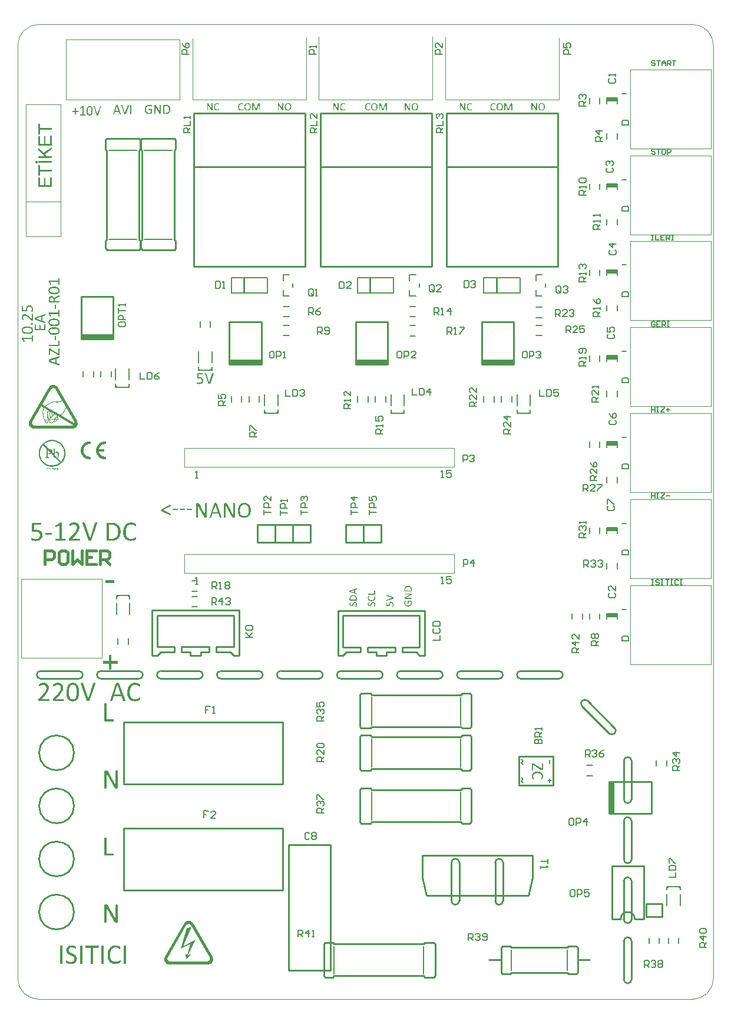
<source format=gto>
G04*
G04 #@! TF.GenerationSoftware,Altium Limited,Altium Designer,24.7.2 (38)*
G04*
G04 Layer_Color=65535*
%FSAX43Y43*%
%MOMM*%
G71*
G04*
G04 #@! TF.SameCoordinates,3F101F8B-C0B2-4B88-A1E1-6A066521CB33*
G04*
G04*
G04 #@! TF.FilePolarity,Positive*
G04*
G01*
G75*
%ADD10C,0.254*%
%ADD11C,0.200*%
%ADD12C,0.100*%
%ADD13C,0.152*%
%ADD14C,0.127*%
%ADD15C,0.150*%
%ADD16C,0.400*%
%ADD17R,1.500X0.550*%
%ADD18R,1.500X0.550*%
%ADD19R,1.500X0.550*%
G36*
X0438411Y0619340D02*
X0438043Y0619340D01*
X0438043Y0619708D01*
X0438411Y0619340D01*
D02*
G37*
G36*
X0416757Y0592837D02*
X0416757Y0593205D01*
X0417125Y0593205D01*
X0416757Y0592837D01*
D02*
G37*
G36*
X0418662Y0593205D02*
Y0592837D01*
X0418294Y0593205D01*
X0418662Y0593205D01*
D02*
G37*
G36*
X0416638Y0623066D02*
X0416638Y0623434D01*
X0417006Y0623065D01*
X0416638Y0623066D01*
D02*
G37*
G36*
X0418543D02*
X0418175Y0623066D01*
X0418543Y0623434D01*
X0418543Y0623066D01*
D02*
G37*
G36*
X0428555Y0625528D02*
X0428555Y0625896D01*
X0428924Y0625528D01*
X0428555Y0625528D01*
D02*
G37*
G36*
X0430460D02*
X0430092Y0625528D01*
X0430461Y0625896D01*
X0430460Y0625528D01*
D02*
G37*
G36*
X0476247Y0619340D02*
X0475879Y0619340D01*
X0476248Y0619708D01*
X0476247Y0619340D01*
D02*
G37*
G36*
X0439948Y0619340D02*
X0439579Y0619340D01*
X0439948Y0619708D01*
X0439948Y0619340D01*
D02*
G37*
G36*
X0458098Y0619340D02*
X0457729Y0619340D01*
X0458098Y0619708D01*
X0458098Y0619340D01*
D02*
G37*
G36*
X0474711Y0619340D02*
X0474342Y0619340D01*
X0474342Y0619708D01*
X0474711Y0619340D01*
D02*
G37*
G36*
X0456561Y0619340D02*
X0456193Y0619340D01*
X0456193Y0619708D01*
X0456561Y0619340D01*
D02*
G37*
G36*
X0495889Y0551034D02*
X0495889Y0551403D01*
X0496257Y0551403D01*
X0495889Y0551034D01*
D02*
G37*
G36*
X0497794Y0551403D02*
X0497794Y0551034D01*
X0497426Y0551403D01*
X0497794Y0551403D01*
D02*
G37*
G36*
X0407771Y0623445D02*
X0407834Y0623431D01*
X0407910Y0623404D01*
X0407993Y0623376D01*
X0408077Y0623327D01*
X0408160Y0623265D01*
X0408167Y0623258D01*
X0408188Y0623237D01*
X0408229Y0623181D01*
X0408236Y0623174D01*
X0408250Y0623161D01*
X0408271Y0623133D01*
X0408292Y0623098D01*
X0411084Y0618251D01*
X0411090Y0618237D01*
X0411104Y0618209D01*
X0411125Y0618161D01*
X0411146Y0618098D01*
X0411167Y0618015D01*
X0411181Y0617931D01*
Y0617834D01*
X0411167Y0617730D01*
Y0617723D01*
X0411160Y0617695D01*
X0411153Y0617661D01*
X0411139Y0617626D01*
X0411132Y0617612D01*
X0411125Y0617584D01*
X0411111Y0617556D01*
X0411097Y0617529D01*
X0411090D01*
X0411084Y0617522D01*
X0411063Y0617494D01*
X0411035Y0617452D01*
X0410986Y0617397D01*
X0410931Y0617348D01*
X0410861Y0617293D01*
X0410778Y0617244D01*
X0410688Y0617202D01*
X0410674D01*
X0410646Y0617195D01*
X0410611Y0617188D01*
X0410591Y0617181D01*
X0410584D01*
X0410563Y0617174D01*
X0410528Y0617168D01*
X0404834D01*
X0404778Y0617174D01*
X0404716Y0617188D01*
X0404632Y0617209D01*
X0404549Y0617244D01*
X0404466Y0617299D01*
X0404382Y0617362D01*
X0404375Y0617369D01*
X0404361Y0617383D01*
X0404334Y0617411D01*
X0404313Y0617438D01*
X0404306Y0617445D01*
X0404292Y0617466D01*
X0404271Y0617494D01*
X0404250Y0617529D01*
X0404243Y0617543D01*
X0404229Y0617570D01*
X0404209Y0617619D01*
X0404188Y0617674D01*
X0404167Y0617751D01*
X0404160Y0617834D01*
X0404153Y0617931D01*
X0404167Y0618029D01*
Y0618036D01*
X0404174Y0618043D01*
X0404181Y0618070D01*
X0404188Y0618105D01*
X0404195Y0618126D01*
Y0618133D01*
X0404202Y0618154D01*
X0404216Y0618181D01*
X0404243Y0618223D01*
Y0618230D01*
Y0618237D01*
X0404250D01*
X0407049Y0623084D01*
X0407056Y0623091D01*
X0407063Y0623112D01*
X0407084Y0623133D01*
X0407104Y0623167D01*
X0407167Y0623244D01*
X0407257Y0623320D01*
X0407264Y0623327D01*
X0407278Y0623334D01*
X0407285D01*
X0407292Y0623341D01*
X0407313Y0623355D01*
X0407320Y0623362D01*
X0407341Y0623369D01*
X0407375Y0623383D01*
X0407417Y0623404D01*
X0407472Y0623424D01*
X0407535Y0623438D01*
X0407597Y0623445D01*
X0407674Y0623452D01*
X0407722D01*
X0407771Y0623445D01*
D02*
G37*
G36*
X0407558Y0615546D02*
X0407579D01*
X0407607Y0615542D01*
X0407638Y0615539D01*
X0407707Y0615532D01*
X0407787Y0615518D01*
X0407877Y0615501D01*
X0407975Y0615480D01*
X0408079Y0615449D01*
X0408190Y0615410D01*
X0408301Y0615365D01*
X0408419Y0615310D01*
X0408534Y0615244D01*
X0408648Y0615167D01*
X0408763Y0615081D01*
X0408870Y0614980D01*
X0408877Y0614973D01*
X0408895Y0614956D01*
X0408923Y0614921D01*
X0408961Y0614879D01*
X0409002Y0614824D01*
X0409051Y0614758D01*
X0409103Y0614681D01*
X0409155Y0614598D01*
X0409207Y0614501D01*
X0409259Y0614397D01*
X0409308Y0614282D01*
X0409350Y0614164D01*
X0409388Y0614036D01*
X0409416Y0613900D01*
X0409433Y0613758D01*
X0409440Y0613608D01*
Y0613605D01*
Y0613598D01*
Y0613588D01*
Y0613574D01*
X0409436Y0613553D01*
Y0613532D01*
X0409433Y0613504D01*
X0409429Y0613473D01*
X0409423Y0613404D01*
X0409409Y0613324D01*
X0409391Y0613233D01*
X0409370Y0613136D01*
X0409339Y0613032D01*
X0409301Y0612921D01*
X0409256Y0612806D01*
X0409200Y0612692D01*
X0409134Y0612574D01*
X0409058Y0612459D01*
X0408971Y0612345D01*
X0408870Y0612237D01*
X0408863Y0612230D01*
X0408846Y0612213D01*
X0408811Y0612185D01*
X0408770Y0612150D01*
X0408714Y0612105D01*
X0408648Y0612056D01*
X0408572Y0612008D01*
X0408488Y0611956D01*
X0408391Y0611900D01*
X0408287Y0611852D01*
X0408176Y0611803D01*
X0408054Y0611761D01*
X0407926Y0611723D01*
X0407791Y0611695D01*
X0407652Y0611678D01*
X0407502Y0611671D01*
X0407468D01*
X0407447Y0611674D01*
X0407426D01*
X0407398Y0611678D01*
X0407367Y0611681D01*
X0407298Y0611688D01*
X0407218Y0611702D01*
X0407127Y0611720D01*
X0407030Y0611740D01*
X0406923Y0611772D01*
X0406811Y0611810D01*
X0406700Y0611855D01*
X0406582Y0611911D01*
X0406464Y0611973D01*
X0406350Y0612049D01*
X0406239Y0612136D01*
X0406127Y0612237D01*
X0406120Y0612244D01*
X0406103Y0612265D01*
X0406075Y0612296D01*
X0406041Y0612338D01*
X0405995Y0612393D01*
X0405947Y0612459D01*
X0405898Y0612536D01*
X0405846Y0612622D01*
X0405791Y0612716D01*
X0405742Y0612824D01*
X0405693Y0612935D01*
X0405652Y0613056D01*
X0405614Y0613185D01*
X0405586Y0613320D01*
X0405568Y0613463D01*
X0405561Y0613608D01*
Y0613612D01*
Y0613619D01*
Y0613629D01*
Y0613643D01*
X0405565Y0613664D01*
Y0613688D01*
X0405568Y0613713D01*
X0405572Y0613744D01*
X0405579Y0613813D01*
X0405593Y0613893D01*
X0405610Y0613983D01*
X0405631Y0614081D01*
X0405662Y0614188D01*
X0405700Y0614296D01*
X0405745Y0614411D01*
X0405801Y0614529D01*
X0405864Y0614643D01*
X0405940Y0614758D01*
X0406027Y0614872D01*
X0406127Y0614980D01*
X0406134Y0614987D01*
X0406155Y0615004D01*
X0406186Y0615032D01*
X0406228Y0615070D01*
X0406284Y0615112D01*
X0406350Y0615161D01*
X0406426Y0615213D01*
X0406513Y0615265D01*
X0406610Y0615317D01*
X0406714Y0615369D01*
X0406825Y0615417D01*
X0406947Y0615459D01*
X0407075Y0615497D01*
X0407211Y0615525D01*
X0407353Y0615542D01*
X0407502Y0615549D01*
X0407537D01*
X0407558Y0615546D01*
D02*
G37*
G36*
X0407638Y0611584D02*
X0407631Y0611539D01*
X0407627D01*
X0407620Y0611542D01*
X0407589D01*
X0407579Y0611539D01*
X0407572Y0611536D01*
Y0611532D01*
X0407568Y0611525D01*
X0407565Y0611515D01*
X0407561Y0611501D01*
Y0611473D01*
X0407617D01*
Y0611438D01*
X0407561D01*
Y0611192D01*
X0407513D01*
Y0611438D01*
X0407471D01*
Y0611473D01*
X0407513D01*
Y0611504D01*
Y0611508D01*
Y0611518D01*
X0407520Y0611546D01*
Y0611549D01*
X0407527Y0611556D01*
X0407534Y0611567D01*
X0407544Y0611577D01*
X0407548Y0611581D01*
X0407554Y0611584D01*
X0407572Y0611588D01*
X0407620D01*
X0407638Y0611584D01*
D02*
G37*
G36*
X0407787Y0611473D02*
X0407804Y0611466D01*
X0407791Y0611421D01*
X0407787Y0611424D01*
X0407780Y0611428D01*
X0407770Y0611431D01*
X0407745D01*
X0407735Y0611428D01*
X0407725Y0611421D01*
Y0611417D01*
X0407718Y0611414D01*
X0407711Y0611397D01*
Y0611393D01*
X0407707Y0611383D01*
X0407704Y0611365D01*
X0407700Y0611341D01*
Y0611192D01*
X0407652D01*
Y0611473D01*
X0407697D01*
Y0611431D01*
X0407700Y0611435D01*
X0407707Y0611449D01*
X0407714Y0611459D01*
X0407725Y0611473D01*
X0407728D01*
X0407735Y0611477D01*
X0407756Y0611480D01*
X0407770D01*
X0407787Y0611473D01*
D02*
G37*
G36*
X0407450Y0611310D02*
X0407304D01*
Y0611355D01*
X0407450D01*
Y0611310D01*
D02*
G37*
G36*
X0406870Y0611577D02*
X0406874D01*
X0406884Y0611574D01*
X0406898Y0611570D01*
X0406916Y0611560D01*
X0406919Y0611556D01*
X0406926Y0611549D01*
X0406936Y0611539D01*
X0406947Y0611522D01*
X0406950Y0611518D01*
X0406954Y0611508D01*
X0406957Y0611490D01*
X0406961Y0611470D01*
Y0611466D01*
Y0611463D01*
X0406957Y0611438D01*
X0406947Y0611414D01*
X0406930Y0611386D01*
X0406923Y0611379D01*
X0406916Y0611376D01*
X0406902Y0611369D01*
X0406888Y0611362D01*
X0406867Y0611358D01*
X0406843Y0611352D01*
X0406714D01*
Y0611192D01*
X0406662D01*
Y0611581D01*
X0406850D01*
X0406870Y0611577D01*
D02*
G37*
G36*
X0408284Y0611477D02*
X0408315Y0611463D01*
X0408329Y0611456D01*
X0408343Y0611442D01*
X0408346D01*
X0408350Y0611435D01*
X0408363Y0611414D01*
X0408370Y0611400D01*
X0408374Y0611383D01*
X0408381Y0611358D01*
Y0611334D01*
Y0611327D01*
Y0611320D01*
X0408169D01*
Y0611317D01*
Y0611313D01*
X0408173Y0611292D01*
X0408183Y0611272D01*
X0408197Y0611251D01*
X0408200Y0611247D01*
X0408214Y0611237D01*
X0408232Y0611227D01*
X0408256Y0611223D01*
X0408259D01*
X0408270Y0611227D01*
X0408284Y0611230D01*
X0408298Y0611240D01*
X0408301Y0611244D01*
X0408308Y0611251D01*
X0408318Y0611261D01*
X0408329Y0611282D01*
X0408377Y0611279D01*
Y0611275D01*
X0408374Y0611272D01*
X0408367Y0611254D01*
X0408357Y0611230D01*
X0408336Y0611209D01*
X0408329Y0611206D01*
X0408315Y0611199D01*
X0408291Y0611188D01*
X0408256Y0611185D01*
X0408245D01*
X0408232Y0611188D01*
X0408218D01*
X0408186Y0611202D01*
X0408169Y0611209D01*
X0408155Y0611223D01*
Y0611227D01*
X0408148Y0611230D01*
X0408138Y0611251D01*
X0408127Y0611286D01*
X0408120Y0611331D01*
Y0611334D01*
Y0611341D01*
X0408124Y0611355D01*
Y0611369D01*
X0408134Y0611407D01*
X0408155Y0611438D01*
X0408159Y0611442D01*
X0408162Y0611445D01*
X0408183Y0611459D01*
X0408211Y0611473D01*
X0408232Y0611480D01*
X0408263D01*
X0408284Y0611477D01*
D02*
G37*
G36*
X0407982D02*
X0408013Y0611463D01*
X0408027Y0611456D01*
X0408041Y0611442D01*
X0408044D01*
X0408048Y0611435D01*
X0408061Y0611414D01*
X0408068Y0611400D01*
X0408072Y0611383D01*
X0408079Y0611358D01*
Y0611334D01*
Y0611327D01*
Y0611320D01*
X0407867D01*
Y0611317D01*
Y0611313D01*
X0407870Y0611296D01*
X0407881Y0611272D01*
X0407895Y0611251D01*
X0407898Y0611247D01*
X0407912Y0611237D01*
X0407929Y0611227D01*
X0407954Y0611223D01*
X0407957D01*
X0407968Y0611227D01*
X0407982Y0611230D01*
X0407999Y0611240D01*
X0408002Y0611244D01*
X0408009Y0611251D01*
X0408020Y0611261D01*
X0408027Y0611282D01*
X0408075Y0611279D01*
Y0611275D01*
X0408072Y0611272D01*
X0408065Y0611254D01*
X0408054Y0611230D01*
X0408034Y0611209D01*
X0408027Y0611206D01*
X0408013Y0611199D01*
X0407988Y0611188D01*
X0407954Y0611185D01*
X0407943D01*
X0407933Y0611188D01*
X0407919D01*
X0407884Y0611202D01*
X0407867Y0611209D01*
X0407853Y0611223D01*
Y0611227D01*
X0407846Y0611230D01*
X0407843Y0611240D01*
X0407836Y0611251D01*
X0407825Y0611286D01*
X0407818Y0611331D01*
Y0611334D01*
Y0611341D01*
X0407822Y0611355D01*
Y0611372D01*
X0407832Y0611407D01*
X0407853Y0611442D01*
X0407857Y0611445D01*
X0407860Y0611449D01*
X0407881Y0611463D01*
X0407909Y0611473D01*
X0407929Y0611480D01*
X0407961D01*
X0407982Y0611477D01*
D02*
G37*
G36*
X0407068Y0611445D02*
X0407075Y0611449D01*
X0407089Y0611463D01*
X0407113Y0611473D01*
X0407127Y0611480D01*
X0407162D01*
X0407176Y0611477D01*
X0407193Y0611470D01*
X0407197D01*
X0407207Y0611463D01*
X0407218Y0611456D01*
X0407232Y0611442D01*
X0407235Y0611438D01*
X0407238Y0611428D01*
X0407249Y0611414D01*
X0407256Y0611393D01*
Y0611390D01*
X0407259Y0611379D01*
X0407263Y0611362D01*
Y0611338D01*
Y0611334D01*
Y0611327D01*
Y0611313D01*
X0407259Y0611296D01*
X0407249Y0611261D01*
X0407228Y0611227D01*
X0407221Y0611220D01*
X0407204Y0611206D01*
X0407176Y0611192D01*
X0407159Y0611188D01*
X0407141Y0611185D01*
X0407134D01*
X0407113Y0611192D01*
X0407089Y0611202D01*
X0407075Y0611213D01*
X0407065Y0611227D01*
Y0611192D01*
X0407020D01*
Y0611581D01*
X0407068D01*
Y0611445D01*
D02*
G37*
G36*
X0415239Y0615318D02*
Y0614925D01*
X0415235D01*
X0415228Y0614929D01*
X0415215D01*
X0415201Y0614932D01*
X0415159Y0614936D01*
X0415079D01*
X0415055Y0614932D01*
X0415027Y0614929D01*
X0414996Y0614925D01*
X0414958Y0614918D01*
X0414919Y0614911D01*
X0414829Y0614887D01*
X0414784Y0614873D01*
X0414735Y0614852D01*
X0414687Y0614828D01*
X0414635Y0614804D01*
X0414590Y0614772D01*
X0414541Y0614738D01*
X0414538Y0614734D01*
X0414531Y0614727D01*
X0414517Y0614717D01*
X0414503Y0614703D01*
X0414482Y0614682D01*
X0414461Y0614658D01*
X0414433Y0614630D01*
X0414409Y0614599D01*
X0414381Y0614564D01*
X0414357Y0614522D01*
X0414305Y0614436D01*
X0414260Y0614335D01*
X0414239Y0614283D01*
X0414225Y0614224D01*
X0414982D01*
Y0613835D01*
X0414225D01*
Y0613831D01*
X0414228Y0613821D01*
X0414232Y0613804D01*
X0414239Y0613783D01*
X0414249Y0613759D01*
X0414260Y0613727D01*
X0414274Y0613693D01*
X0414291Y0613654D01*
X0414333Y0613575D01*
X0414357Y0613533D01*
X0414388Y0613488D01*
X0414419Y0613446D01*
X0414458Y0613404D01*
X0414496Y0613363D01*
X0414541Y0613325D01*
X0414544Y0613321D01*
X0414551Y0613318D01*
X0414565Y0613307D01*
X0414586Y0613293D01*
X0414610Y0613279D01*
X0414638Y0613262D01*
X0414669Y0613241D01*
X0414708Y0613224D01*
X0414746Y0613206D01*
X0414791Y0613186D01*
X0414888Y0613154D01*
X0414940Y0613141D01*
X0414996Y0613134D01*
X0415051Y0613127D01*
X0415110Y0613123D01*
X0415156D01*
X0415197Y0613127D01*
X0415239Y0613134D01*
Y0612741D01*
X0415197D01*
X0415156Y0612738D01*
X0415086D01*
X0415058Y0612741D01*
X0415020Y0612745D01*
X0414975Y0612748D01*
X0414923Y0612759D01*
X0414860Y0612769D01*
X0414794Y0612786D01*
X0414725Y0612804D01*
X0414652Y0612831D01*
X0414576Y0612859D01*
X0414499Y0612897D01*
X0414423Y0612939D01*
X0414347Y0612991D01*
X0414270Y0613050D01*
X0414197Y0613116D01*
X0414194Y0613120D01*
X0414180Y0613134D01*
X0414163Y0613154D01*
X0414138Y0613182D01*
X0414110Y0613220D01*
X0414079Y0613266D01*
X0414044Y0613314D01*
X0414010Y0613373D01*
X0413972Y0613436D01*
X0413940Y0613505D01*
X0413906Y0613581D01*
X0413878Y0613661D01*
X0413853Y0613748D01*
X0413836Y0613838D01*
X0413822Y0613932D01*
X0413819Y0614029D01*
Y0614036D01*
Y0614054D01*
X0413822Y0614081D01*
X0413826Y0614120D01*
X0413829Y0614165D01*
X0413840Y0614220D01*
X0413850Y0614279D01*
X0413867Y0614345D01*
X0413885Y0614415D01*
X0413913Y0614488D01*
X0413940Y0614564D01*
X0413978Y0614640D01*
X0414020Y0614717D01*
X0414072Y0614793D01*
X0414131Y0614870D01*
X0414197Y0614943D01*
X0414201Y0614946D01*
X0414215Y0614960D01*
X0414235Y0614977D01*
X0414263Y0615002D01*
X0414301Y0615029D01*
X0414347Y0615064D01*
X0414395Y0615095D01*
X0414454Y0615134D01*
X0414517Y0615168D01*
X0414586Y0615203D01*
X0414663Y0615234D01*
X0414742Y0615262D01*
X0414829Y0615286D01*
X0414919Y0615304D01*
X0415013Y0615318D01*
X0415110Y0615321D01*
X0415187D01*
X0415239Y0615318D01*
D02*
G37*
G36*
X0413041D02*
Y0614925D01*
X0413038D01*
X0413031Y0614929D01*
X0413017D01*
X0413003Y0614932D01*
X0412961Y0614936D01*
X0412878D01*
X0412850Y0614932D01*
X0412819Y0614929D01*
X0412781Y0614922D01*
X0412739Y0614915D01*
X0412694Y0614904D01*
X0412642Y0614890D01*
X0412593Y0614870D01*
X0412538Y0614849D01*
X0412485Y0614825D01*
X0412430Y0614793D01*
X0412378Y0614759D01*
X0412326Y0614717D01*
X0412274Y0614672D01*
X0412270Y0614668D01*
X0412263Y0614661D01*
X0412249Y0614644D01*
X0412232Y0614623D01*
X0412211Y0614599D01*
X0412190Y0614568D01*
X0412166Y0614533D01*
X0412142Y0614491D01*
X0412114Y0614446D01*
X0412090Y0614397D01*
X0412069Y0614345D01*
X0412048Y0614290D01*
X0412031Y0614227D01*
X0412017Y0614165D01*
X0412010Y0614099D01*
X0412006Y0614029D01*
Y0614026D01*
Y0614012D01*
X0412010Y0613995D01*
Y0613967D01*
X0412013Y0613936D01*
X0412020Y0613897D01*
X0412027Y0613856D01*
X0412041Y0613811D01*
X0412055Y0613759D01*
X0412072Y0613710D01*
X0412093Y0613654D01*
X0412121Y0613602D01*
X0412149Y0613547D01*
X0412187Y0613495D01*
X0412225Y0613443D01*
X0412274Y0613391D01*
X0412277Y0613387D01*
X0412288Y0613380D01*
X0412301Y0613366D01*
X0412322Y0613349D01*
X0412347Y0613328D01*
X0412378Y0613307D01*
X0412413Y0613283D01*
X0412454Y0613259D01*
X0412496Y0613231D01*
X0412544Y0613206D01*
X0412597Y0613186D01*
X0412656Y0613165D01*
X0412715Y0613147D01*
X0412777Y0613134D01*
X0412843Y0613127D01*
X0412913Y0613123D01*
X0412954D01*
X0412996Y0613127D01*
X0413041Y0613134D01*
Y0612741D01*
X0413003D01*
X0412961Y0612738D01*
X0412888D01*
X0412860Y0612741D01*
X0412822Y0612745D01*
X0412777Y0612748D01*
X0412722Y0612759D01*
X0412663Y0612769D01*
X0412597Y0612786D01*
X0412527Y0612804D01*
X0412451Y0612831D01*
X0412378Y0612859D01*
X0412298Y0612897D01*
X0412222Y0612939D01*
X0412145Y0612991D01*
X0412069Y0613050D01*
X0411996Y0613116D01*
X0411992Y0613120D01*
X0411979Y0613134D01*
X0411961Y0613154D01*
X0411937Y0613182D01*
X0411909Y0613220D01*
X0411878Y0613266D01*
X0411843Y0613314D01*
X0411808Y0613373D01*
X0411770Y0613436D01*
X0411739Y0613505D01*
X0411704Y0613581D01*
X0411676Y0613661D01*
X0411652Y0613748D01*
X0411635Y0613838D01*
X0411621Y0613932D01*
X0411617Y0614029D01*
Y0614036D01*
Y0614054D01*
X0411621Y0614081D01*
X0411624Y0614120D01*
X0411628Y0614165D01*
X0411638Y0614220D01*
X0411649Y0614279D01*
X0411666Y0614345D01*
X0411683Y0614415D01*
X0411711Y0614488D01*
X0411739Y0614564D01*
X0411777Y0614640D01*
X0411819Y0614717D01*
X0411871Y0614793D01*
X0411930Y0614870D01*
X0411996Y0614943D01*
X0411999Y0614946D01*
X0412013Y0614960D01*
X0412034Y0614977D01*
X0412062Y0615002D01*
X0412100Y0615029D01*
X0412145Y0615064D01*
X0412194Y0615095D01*
X0412253Y0615134D01*
X0412315Y0615168D01*
X0412385Y0615203D01*
X0412461Y0615234D01*
X0412541Y0615262D01*
X0412628Y0615286D01*
X0412718Y0615304D01*
X0412815Y0615318D01*
X0412913Y0615321D01*
X0412996D01*
X0413041Y0615318D01*
D02*
G37*
G36*
X0427236Y0546491D02*
X0427298Y0546477D01*
X0427374Y0546449D01*
X0427458Y0546422D01*
X0427541Y0546373D01*
X0427624Y0546310D01*
X0427631Y0546303D01*
X0427652Y0546283D01*
X0427694Y0546227D01*
X0427701Y0546220D01*
X0427715Y0546206D01*
X0427736Y0546178D01*
X0427756Y0546144D01*
X0430548Y0541297D01*
X0430555Y0541283D01*
X0430569Y0541255D01*
X0430590Y0541206D01*
X0430610Y0541144D01*
X0430631Y0541060D01*
X0430645Y0540977D01*
Y0540880D01*
X0430631Y0540776D01*
Y0540769D01*
X0430624Y0540741D01*
X0430617Y0540706D01*
X0430604Y0540672D01*
X0430597Y0540658D01*
X0430590Y0540630D01*
X0430576Y0540602D01*
X0430562Y0540574D01*
X0430555D01*
X0430548Y0540567D01*
X0430527Y0540540D01*
X0430499Y0540498D01*
X0430451Y0540442D01*
X0430395Y0540394D01*
X0430326Y0540338D01*
X0430242Y0540290D01*
X0430152Y0540248D01*
X0430138D01*
X0430111Y0540241D01*
X0430076Y0540234D01*
X0430055Y0540227D01*
X0430048D01*
X0430027Y0540220D01*
X0429992Y0540213D01*
X0424298D01*
X0424242Y0540220D01*
X0424180Y0540234D01*
X0424097Y0540255D01*
X0424013Y0540290D01*
X0423930Y0540345D01*
X0423847Y0540408D01*
X0423840Y0540415D01*
X0423826Y0540429D01*
X0423798Y0540456D01*
X0423777Y0540484D01*
X0423770Y0540491D01*
X0423756Y0540512D01*
X0423736Y0540540D01*
X0423715Y0540574D01*
X0423708Y0540588D01*
X0423694Y0540616D01*
X0423673Y0540665D01*
X0423652Y0540720D01*
X0423631Y0540797D01*
X0423624Y0540880D01*
X0423618Y0540977D01*
X0423631Y0541074D01*
Y0541081D01*
X0423638Y0541088D01*
X0423645Y0541116D01*
X0423652Y0541151D01*
X0423659Y0541172D01*
Y0541179D01*
X0423666Y0541199D01*
X0423680Y0541227D01*
X0423708Y0541269D01*
Y0541276D01*
Y0541283D01*
X0423715D01*
X0426513Y0546130D01*
X0426520Y0546137D01*
X0426527Y0546158D01*
X0426548Y0546178D01*
X0426569Y0546213D01*
X0426631Y0546290D01*
X0426722Y0546366D01*
X0426729Y0546373D01*
X0426742Y0546380D01*
X0426749D01*
X0426756Y0546387D01*
X0426777Y0546401D01*
X0426784Y0546408D01*
X0426805Y0546415D01*
X0426840Y0546428D01*
X0426881Y0546449D01*
X0426937Y0546470D01*
X0426999Y0546484D01*
X0427062Y0546491D01*
X0427138Y0546498D01*
X0427187D01*
X0427236Y0546491D01*
D02*
G37*
G36*
X0427553Y0605666D02*
X0427568Y0605658D01*
X0427580Y0605647D01*
Y0605643D01*
X0427584Y0605627D01*
X0427588Y0605600D01*
X0427592Y0605561D01*
Y0605557D01*
Y0605553D01*
Y0605530D01*
X0427588Y0605502D01*
X0427580Y0605479D01*
X0427576Y0605475D01*
X0427568Y0605463D01*
X0427557Y0605455D01*
X0427537Y0605452D01*
X0426862D01*
X0426846Y0605459D01*
X0426842D01*
X0426838Y0605463D01*
X0426834Y0605467D01*
X0426830Y0605479D01*
Y0605483D01*
X0426827Y0605487D01*
X0426823Y0605498D01*
X0426819Y0605514D01*
Y0605518D01*
X0426815Y0605526D01*
X0426811Y0605541D01*
Y0605561D01*
Y0605565D01*
Y0605573D01*
Y0605596D01*
X0426819Y0605623D01*
X0426827Y0605647D01*
X0426830Y0605651D01*
X0426838Y0605658D01*
X0426850Y0605666D01*
X0426869Y0605670D01*
X0427541D01*
X0427553Y0605666D01*
D02*
G37*
G36*
X0426549D02*
X0426565Y0605658D01*
X0426577Y0605647D01*
Y0605643D01*
X0426581Y0605627D01*
X0426584Y0605600D01*
X0426588Y0605561D01*
Y0605557D01*
Y0605553D01*
Y0605530D01*
X0426584Y0605502D01*
X0426577Y0605479D01*
X0426573Y0605475D01*
X0426565Y0605463D01*
X0426553Y0605455D01*
X0426534Y0605452D01*
X0425858D01*
X0425843Y0605459D01*
X0425839D01*
X0425835Y0605463D01*
X0425831Y0605467D01*
X0425827Y0605479D01*
Y0605483D01*
X0425823Y0605487D01*
X0425819Y0605498D01*
X0425815Y0605514D01*
Y0605518D01*
X0425811Y0605526D01*
X0425808Y0605541D01*
Y0605561D01*
Y0605565D01*
Y0605573D01*
Y0605596D01*
X0425815Y0605623D01*
X0425823Y0605647D01*
X0425827Y0605651D01*
X0425835Y0605658D01*
X0425847Y0605666D01*
X0425866Y0605670D01*
X0426538D01*
X0426549Y0605666D01*
D02*
G37*
G36*
X0425546D02*
X0425562Y0605658D01*
X0425573Y0605647D01*
Y0605643D01*
X0425577Y0605627D01*
X0425581Y0605600D01*
X0425585Y0605561D01*
Y0605557D01*
Y0605553D01*
Y0605530D01*
X0425581Y0605502D01*
X0425573Y0605479D01*
X0425569Y0605475D01*
X0425562Y0605463D01*
X0425550Y0605455D01*
X0425530Y0605452D01*
X0424855D01*
X0424839Y0605459D01*
X0424835D01*
X0424832Y0605463D01*
X0424828Y0605467D01*
X0424824Y0605479D01*
Y0605483D01*
X0424820Y0605487D01*
X0424816Y0605498D01*
X0424812Y0605514D01*
Y0605518D01*
X0424808Y0605526D01*
X0424804Y0605541D01*
Y0605561D01*
Y0605565D01*
Y0605573D01*
Y0605596D01*
X0424812Y0605623D01*
X0424820Y0605647D01*
X0424824Y0605651D01*
X0424832Y0605658D01*
X0424843Y0605666D01*
X0424863Y0605670D01*
X0425534D01*
X0425546Y0605666D01*
D02*
G37*
G36*
X0424511Y0606217D02*
X0424519Y0606209D01*
Y0606205D01*
X0424523Y0606201D01*
Y0606189D01*
X0424527Y0606174D01*
Y0606170D01*
Y0606158D01*
X0424531Y0606139D01*
Y0606115D01*
Y0606111D01*
Y0606107D01*
Y0606088D01*
Y0606064D01*
Y0606041D01*
Y0606037D01*
X0424527Y0606025D01*
Y0606010D01*
X0424523Y0605998D01*
Y0605994D01*
X0424519Y0605990D01*
X0424508Y0605975D01*
X0424504Y0605971D01*
X0424500Y0605967D01*
X0424476Y0605951D01*
X0423446Y0605448D01*
X0424472Y0604952D01*
X0424476D01*
X0424484Y0604948D01*
X0424504Y0604936D01*
X0424511Y0604928D01*
X0424515Y0604921D01*
X0424523Y0604909D01*
Y0604905D01*
X0424527Y0604897D01*
Y0604882D01*
X0424531Y0604862D01*
Y0604858D01*
Y0604842D01*
Y0604819D01*
Y0604788D01*
Y0604784D01*
Y0604780D01*
Y0604764D01*
Y0604745D01*
X0424527Y0604725D01*
Y0604721D01*
X0424523Y0604714D01*
Y0604702D01*
X0424519Y0604690D01*
X0424515Y0604686D01*
X0424508Y0604682D01*
X0424488D01*
X0424469Y0604690D01*
X0423208Y0605327D01*
X0423204D01*
X0423200Y0605334D01*
X0423188Y0605346D01*
X0423180Y0605366D01*
X0423176Y0605370D01*
X0423172Y0605389D01*
X0423168Y0605416D01*
Y0605452D01*
Y0605455D01*
Y0605467D01*
Y0605483D01*
X0423172Y0605502D01*
Y0605506D01*
X0423176Y0605514D01*
X0423184Y0605537D01*
Y0605541D01*
X0423188Y0605545D01*
X0423196Y0605565D01*
X0423200Y0605569D01*
X0423211Y0605576D01*
X0424469Y0606209D01*
X0424472D01*
X0424476Y0606213D01*
X0424488Y0606217D01*
X0424500Y0606221D01*
X0424508D01*
X0424511Y0606217D01*
D02*
G37*
G36*
X0433700Y0606446D02*
X0433704D01*
X0433715Y0606442D01*
X0433731Y0606438D01*
X0433743Y0606434D01*
X0433747D01*
X0433750Y0606430D01*
X0433766Y0606415D01*
X0433770Y0606411D01*
X0433774Y0606395D01*
Y0604490D01*
Y0604486D01*
Y0604470D01*
X0433770Y0604455D01*
X0433762Y0604435D01*
X0433758Y0604431D01*
X0433754Y0604424D01*
X0433731Y0604396D01*
X0433727D01*
X0433719Y0604388D01*
X0433708Y0604384D01*
X0433692Y0604377D01*
X0433680D01*
X0433653Y0604373D01*
X0433536D01*
X0433512Y0604377D01*
X0433485Y0604381D01*
X0433481D01*
X0433466Y0604388D01*
X0433446Y0604396D01*
X0433423Y0604412D01*
X0433419Y0604416D01*
X0433407Y0604427D01*
X0433387Y0604447D01*
X0433368Y0604474D01*
Y0604478D01*
X0433364Y0604482D01*
X0433348Y0604505D01*
X0433329Y0604537D01*
X0433305Y0604580D01*
X0432669Y0605755D01*
X0432665Y0605759D01*
X0432661Y0605770D01*
X0432653Y0605790D01*
X0432638Y0605813D01*
X0432626Y0605841D01*
X0432607Y0605872D01*
X0432572Y0605942D01*
X0432568Y0605946D01*
X0432564Y0605958D01*
X0432552Y0605981D01*
X0432540Y0606005D01*
X0432525Y0606036D01*
X0432509Y0606067D01*
X0432478Y0606137D01*
X0432474D01*
Y0606133D01*
Y0606118D01*
Y0606094D01*
X0432478Y0606067D01*
Y0606032D01*
Y0605989D01*
Y0605903D01*
Y0605899D01*
Y0605884D01*
Y0605860D01*
X0432482Y0605829D01*
Y0605794D01*
Y0605755D01*
Y0605665D01*
Y0604420D01*
Y0604412D01*
X0432474Y0604396D01*
X0432470Y0604388D01*
X0432450Y0604381D01*
X0432447D01*
X0432439Y0604377D01*
X0432427D01*
X0432408Y0604373D01*
X0432392D01*
X0432368Y0604369D01*
X0432298D01*
X0432275Y0604373D01*
X0432271D01*
X0432263Y0604377D01*
X0432236Y0604381D01*
X0432232D01*
X0432228Y0604384D01*
X0432212Y0604396D01*
Y0604400D01*
Y0604404D01*
X0432208Y0604420D01*
Y0606325D01*
Y0606329D01*
Y0606336D01*
X0432212Y0606360D01*
X0432224Y0606391D01*
X0432244Y0606418D01*
X0432251Y0606422D01*
X0432267Y0606434D01*
X0432290Y0606442D01*
X0432322Y0606446D01*
X0432486D01*
X0432509Y0606442D01*
X0432536Y0606434D01*
X0432540D01*
X0432556Y0606426D01*
X0432572Y0606418D01*
X0432591Y0606407D01*
X0432595Y0606403D01*
X0432607Y0606395D01*
X0432622Y0606379D01*
X0432642Y0606356D01*
X0432646Y0606352D01*
X0432657Y0606336D01*
X0432673Y0606309D01*
X0432693Y0606278D01*
X0433181Y0605368D01*
X0433184Y0605364D01*
X0433188Y0605353D01*
X0433196Y0605337D01*
X0433208Y0605318D01*
X0433235Y0605263D01*
X0433266Y0605204D01*
X0433270Y0605200D01*
X0433274Y0605193D01*
X0433282Y0605177D01*
X0433294Y0605157D01*
X0433321Y0605107D01*
X0433348Y0605048D01*
Y0605044D01*
X0433356Y0605036D01*
X0433364Y0605021D01*
X0433372Y0605001D01*
X0433399Y0604954D01*
X0433426Y0604900D01*
Y0604896D01*
X0433434Y0604888D01*
X0433442Y0604872D01*
X0433450Y0604853D01*
X0433473Y0604806D01*
X0433501Y0604751D01*
X0433505D01*
Y0604755D01*
Y0604775D01*
Y0604798D01*
Y0604830D01*
X0433501Y0604869D01*
Y0604915D01*
Y0605013D01*
Y0605021D01*
Y0605036D01*
Y0605064D01*
Y0605099D01*
Y0605138D01*
Y0605181D01*
Y0605275D01*
Y0606395D01*
Y0606399D01*
Y0606403D01*
X0433505Y0606415D01*
Y0606418D01*
X0433512Y0606422D01*
X0433528Y0606434D01*
X0433532D01*
X0433540Y0606438D01*
X0433551Y0606442D01*
X0433567Y0606446D01*
X0433571D01*
X0433587Y0606450D01*
X0433680D01*
X0433700Y0606446D01*
D02*
G37*
G36*
X0429690D02*
X0429694D01*
X0429706Y0606442D01*
X0429722Y0606438D01*
X0429733Y0606434D01*
X0429737D01*
X0429741Y0606430D01*
X0429757Y0606415D01*
X0429761Y0606411D01*
X0429765Y0606395D01*
Y0604490D01*
Y0604486D01*
Y0604470D01*
X0429761Y0604455D01*
X0429753Y0604435D01*
X0429749Y0604431D01*
X0429745Y0604424D01*
X0429722Y0604396D01*
X0429718D01*
X0429710Y0604388D01*
X0429698Y0604384D01*
X0429683Y0604377D01*
X0429671D01*
X0429643Y0604373D01*
X0429526D01*
X0429503Y0604377D01*
X0429476Y0604381D01*
X0429472D01*
X0429456Y0604388D01*
X0429437Y0604396D01*
X0429413Y0604412D01*
X0429409Y0604416D01*
X0429398Y0604427D01*
X0429378Y0604447D01*
X0429359Y0604474D01*
Y0604478D01*
X0429355Y0604482D01*
X0429339Y0604505D01*
X0429319Y0604537D01*
X0429296Y0604580D01*
X0428660Y0605755D01*
X0428656Y0605759D01*
X0428652Y0605770D01*
X0428644Y0605790D01*
X0428628Y0605813D01*
X0428617Y0605841D01*
X0428597Y0605872D01*
X0428562Y0605942D01*
X0428558Y0605946D01*
X0428554Y0605958D01*
X0428543Y0605981D01*
X0428531Y0606005D01*
X0428515Y0606036D01*
X0428500Y0606067D01*
X0428468Y0606137D01*
X0428465D01*
Y0606133D01*
Y0606118D01*
Y0606094D01*
X0428468Y0606067D01*
Y0606032D01*
Y0605989D01*
Y0605903D01*
Y0605899D01*
Y0605884D01*
Y0605860D01*
X0428472Y0605829D01*
Y0605794D01*
Y0605755D01*
Y0605665D01*
Y0604420D01*
Y0604412D01*
X0428465Y0604396D01*
X0428461Y0604388D01*
X0428441Y0604381D01*
X0428437D01*
X0428429Y0604377D01*
X0428418D01*
X0428398Y0604373D01*
X0428383D01*
X0428359Y0604369D01*
X0428289D01*
X0428265Y0604373D01*
X0428262D01*
X0428254Y0604377D01*
X0428226Y0604381D01*
X0428222D01*
X0428219Y0604384D01*
X0428203Y0604396D01*
Y0604400D01*
Y0604404D01*
X0428199Y0604420D01*
Y0606325D01*
Y0606329D01*
Y0606336D01*
X0428203Y0606360D01*
X0428215Y0606391D01*
X0428234Y0606418D01*
X0428242Y0606422D01*
X0428258Y0606434D01*
X0428281Y0606442D01*
X0428312Y0606446D01*
X0428476D01*
X0428500Y0606442D01*
X0428527Y0606434D01*
X0428531D01*
X0428546Y0606426D01*
X0428562Y0606418D01*
X0428582Y0606407D01*
X0428586Y0606403D01*
X0428597Y0606395D01*
X0428613Y0606379D01*
X0428632Y0606356D01*
X0428636Y0606352D01*
X0428648Y0606336D01*
X0428664Y0606309D01*
X0428683Y0606278D01*
X0429171Y0605368D01*
X0429175Y0605364D01*
X0429179Y0605353D01*
X0429187Y0605337D01*
X0429198Y0605318D01*
X0429226Y0605263D01*
X0429257Y0605204D01*
X0429261Y0605200D01*
X0429265Y0605193D01*
X0429273Y0605177D01*
X0429284Y0605157D01*
X0429312Y0605107D01*
X0429339Y0605048D01*
Y0605044D01*
X0429347Y0605036D01*
X0429355Y0605021D01*
X0429362Y0605001D01*
X0429390Y0604954D01*
X0429417Y0604900D01*
Y0604896D01*
X0429425Y0604888D01*
X0429433Y0604872D01*
X0429440Y0604853D01*
X0429464Y0604806D01*
X0429491Y0604751D01*
X0429495D01*
Y0604755D01*
Y0604775D01*
Y0604798D01*
Y0604830D01*
X0429491Y0604869D01*
Y0604915D01*
Y0605013D01*
Y0605021D01*
Y0605036D01*
Y0605064D01*
Y0605099D01*
Y0605138D01*
Y0605181D01*
Y0605275D01*
Y0606395D01*
Y0606399D01*
Y0606403D01*
X0429495Y0606415D01*
Y0606418D01*
X0429503Y0606422D01*
X0429519Y0606434D01*
X0429522D01*
X0429530Y0606438D01*
X0429542Y0606442D01*
X0429558Y0606446D01*
X0429562D01*
X0429577Y0606450D01*
X0429671D01*
X0429690Y0606446D01*
D02*
G37*
G36*
X0431065Y0606454D02*
X0431072D01*
X0431084Y0606450D01*
X0431104Y0606446D01*
X0431119Y0606442D01*
X0431123D01*
X0431131Y0606438D01*
X0431143Y0606434D01*
X0431154Y0606426D01*
X0431158Y0606422D01*
X0431162Y0606418D01*
X0431170Y0606395D01*
X0431865Y0604474D01*
X0431869Y0604470D01*
X0431873Y0604455D01*
X0431877Y0604435D01*
Y0604416D01*
Y0604412D01*
Y0604404D01*
X0431873Y0604396D01*
X0431865Y0604384D01*
X0431861D01*
X0431857Y0604381D01*
X0431841Y0604377D01*
X0431822Y0604373D01*
X0431802D01*
X0431779Y0604369D01*
X0431693D01*
X0431666Y0604373D01*
X0431662D01*
X0431650Y0604377D01*
X0431635D01*
X0431619Y0604381D01*
X0431611Y0604384D01*
X0431599Y0604392D01*
Y0604396D01*
X0431595Y0604400D01*
X0431584Y0604416D01*
X0431408Y0604923D01*
X0430545D01*
X0430377Y0604424D01*
Y0604420D01*
X0430374Y0604416D01*
X0430366Y0604396D01*
X0430362Y0604392D01*
X0430342Y0604381D01*
X0430338D01*
X0430331Y0604377D01*
X0430319D01*
X0430299Y0604373D01*
X0430280D01*
X0430256Y0604369D01*
X0430174D01*
X0430147Y0604373D01*
X0430143D01*
X0430132Y0604377D01*
X0430120Y0604381D01*
X0430108Y0604384D01*
Y0604388D01*
X0430104Y0604392D01*
X0430100Y0604404D01*
X0430096Y0604416D01*
Y0604420D01*
X0430100Y0604431D01*
X0430104Y0604451D01*
X0430112Y0604474D01*
X0430803Y0606399D01*
Y0606403D01*
X0430807Y0606407D01*
X0430819Y0606426D01*
X0430823Y0606430D01*
X0430826Y0606434D01*
X0430850Y0606442D01*
X0430854D01*
X0430865Y0606446D01*
X0430881Y0606450D01*
X0430904Y0606454D01*
X0430908D01*
X0430928Y0606457D01*
X0431037D01*
X0431065Y0606454D01*
D02*
G37*
G36*
X0435238Y0606473D02*
X0435293Y0606469D01*
X0435355Y0606461D01*
X0435421Y0606446D01*
X0435488Y0606430D01*
X0435554Y0606407D01*
X0435558D01*
X0435562Y0606403D01*
X0435581Y0606395D01*
X0435613Y0606379D01*
X0435652Y0606356D01*
X0435699Y0606325D01*
X0435745Y0606294D01*
X0435792Y0606251D01*
X0435835Y0606204D01*
X0435839Y0606200D01*
X0435855Y0606180D01*
X0435874Y0606153D01*
X0435898Y0606114D01*
X0435925Y0606067D01*
X0435952Y0606012D01*
X0435980Y0605950D01*
X0436003Y0605880D01*
Y0605876D01*
X0436007Y0605872D01*
Y0605860D01*
X0436011Y0605845D01*
X0436023Y0605805D01*
X0436034Y0605751D01*
X0436042Y0605685D01*
X0436054Y0605610D01*
X0436058Y0605524D01*
X0436062Y0605435D01*
Y0605431D01*
Y0605423D01*
Y0605411D01*
Y0605392D01*
Y0605368D01*
X0436058Y0605345D01*
X0436054Y0605282D01*
X0436046Y0605212D01*
X0436034Y0605134D01*
X0436019Y0605056D01*
X0435999Y0604978D01*
Y0604974D01*
X0435995Y0604970D01*
X0435991Y0604958D01*
X0435987Y0604943D01*
X0435976Y0604908D01*
X0435956Y0604861D01*
X0435929Y0604806D01*
X0435902Y0604748D01*
X0435866Y0604689D01*
X0435823Y0604634D01*
X0435820Y0604627D01*
X0435804Y0604611D01*
X0435777Y0604587D01*
X0435742Y0604556D01*
X0435699Y0604521D01*
X0435648Y0604486D01*
X0435593Y0604451D01*
X0435527Y0604420D01*
X0435519Y0604416D01*
X0435496Y0604408D01*
X0435460Y0604396D01*
X0435410Y0604384D01*
X0435347Y0604369D01*
X0435277Y0604357D01*
X0435199Y0604349D01*
X0435113Y0604345D01*
X0435074D01*
X0435031Y0604349D01*
X0434976Y0604353D01*
X0434914Y0604361D01*
X0434848Y0604373D01*
X0434777Y0604388D01*
X0434711Y0604412D01*
X0434703Y0604416D01*
X0434684Y0604424D01*
X0434652Y0604443D01*
X0434609Y0604463D01*
X0434566Y0604494D01*
X0434520Y0604529D01*
X0434469Y0604568D01*
X0434426Y0604615D01*
X0434422Y0604623D01*
X0434406Y0604638D01*
X0434387Y0604666D01*
X0434363Y0604705D01*
X0434336Y0604751D01*
X0434313Y0604810D01*
X0434285Y0604872D01*
X0434262Y0604943D01*
Y0604947D01*
X0434258Y0604951D01*
Y0604962D01*
X0434254Y0604978D01*
X0434246Y0605021D01*
X0434238Y0605075D01*
X0434227Y0605142D01*
X0434219Y0605220D01*
X0434215Y0605306D01*
X0434211Y0605399D01*
Y0605403D01*
Y0605411D01*
Y0605423D01*
Y0605442D01*
Y0605462D01*
X0434215Y0605485D01*
X0434219Y0605544D01*
X0434227Y0605614D01*
X0434235Y0605688D01*
X0434250Y0605766D01*
X0434270Y0605841D01*
Y0605845D01*
X0434274Y0605848D01*
X0434278Y0605860D01*
X0434281Y0605876D01*
X0434293Y0605911D01*
X0434313Y0605962D01*
X0434340Y0606012D01*
X0434367Y0606071D01*
X0434402Y0606130D01*
X0434445Y0606184D01*
X0434449Y0606192D01*
X0434465Y0606208D01*
X0434492Y0606231D01*
X0434527Y0606262D01*
X0434570Y0606297D01*
X0434617Y0606333D01*
X0434676Y0606368D01*
X0434738Y0606399D01*
X0434742D01*
X0434746Y0606403D01*
X0434769Y0606411D01*
X0434808Y0606422D01*
X0434859Y0606438D01*
X0434918Y0606454D01*
X0434992Y0606465D01*
X0435070Y0606473D01*
X0435156Y0606477D01*
X0435195D01*
X0435238Y0606473D01*
D02*
G37*
G36*
X0458686Y0594557D02*
X0458701D01*
X0458732Y0594556D01*
X0458769Y0594550D01*
X0458808Y0594544D01*
X0458849Y0594535D01*
X0458888Y0594524D01*
X0458890D01*
X0458892Y0594522D01*
X0458897Y0594520D01*
X0458905Y0594519D01*
X0458923Y0594509D01*
X0458945Y0594498D01*
X0458973Y0594483D01*
X0459001Y0594467D01*
X0459029Y0594446D01*
X0459055Y0594422D01*
X0459058Y0594419D01*
X0459066Y0594411D01*
X0459077Y0594396D01*
X0459092Y0594378D01*
X0459106Y0594354D01*
X0459123Y0594328D01*
X0459140Y0594296D01*
X0459153Y0594261D01*
Y0594259D01*
X0459155Y0594257D01*
X0459156Y0594252D01*
X0459158Y0594245D01*
X0459160Y0594235D01*
X0459162Y0594224D01*
X0459168Y0594196D01*
X0459175Y0594163D01*
X0459179Y0594124D01*
X0459182Y0594082D01*
X0459184Y0594033D01*
Y0593809D01*
X0459182Y0593802D01*
X0459179Y0593791D01*
X0459173Y0593778D01*
X0459171Y0593776D01*
X0459162Y0593771D01*
X0459149Y0593765D01*
X0459129Y0593763D01*
X0458207D01*
X0458205D01*
X0458201D01*
X0458190Y0593765D01*
X0458175Y0593769D01*
X0458162Y0593778D01*
X0458160Y0593782D01*
X0458155Y0593789D01*
X0458151Y0593800D01*
X0458149Y0593813D01*
Y0594070D01*
X0458151Y0594082D01*
Y0594095D01*
X0458153Y0594126D01*
X0458158Y0594161D01*
X0458164Y0594200D01*
X0458173Y0594237D01*
X0458184Y0594274D01*
Y0594276D01*
X0458186Y0594278D01*
X0458190Y0594291D01*
X0458199Y0594307D01*
X0458210Y0594330D01*
X0458225Y0594354D01*
X0458242Y0594380D01*
X0458262Y0594407D01*
X0458284Y0594432D01*
X0458288Y0594435D01*
X0458295Y0594443D01*
X0458310Y0594454D01*
X0458329Y0594467D01*
X0458351Y0594482D01*
X0458379Y0594498D01*
X0458410Y0594513D01*
X0458444Y0594526D01*
X0458445D01*
X0458447Y0594528D01*
X0458453Y0594530D01*
X0458460Y0594531D01*
X0458479Y0594537D01*
X0458505Y0594543D01*
X0458536Y0594548D01*
X0458571Y0594554D01*
X0458610Y0594557D01*
X0458653Y0594559D01*
X0458655D01*
X0458658D01*
X0458666D01*
X0458675D01*
X0458686Y0594557D01*
D02*
G37*
G36*
X0459145Y0593487D02*
X0459155Y0593483D01*
X0459156Y0593482D01*
X0459160Y0593480D01*
X0459173Y0593469D01*
X0459175Y0593467D01*
X0459177Y0593463D01*
X0459181Y0593456D01*
X0459184Y0593448D01*
Y0593443D01*
X0459186Y0593435D01*
Y0593369D01*
X0459184Y0593358D01*
X0459182Y0593345D01*
Y0593343D01*
X0459179Y0593335D01*
X0459175Y0593324D01*
X0459168Y0593313D01*
X0459166Y0593311D01*
X0459160Y0593306D01*
X0459149Y0593296D01*
X0459136Y0593285D01*
X0459134D01*
X0459132Y0593284D01*
X0459121Y0593276D01*
X0459106Y0593265D01*
X0459084Y0593254D01*
X0458495Y0592937D01*
X0458494Y0592935D01*
X0458488Y0592934D01*
X0458479Y0592928D01*
X0458468Y0592922D01*
X0458453Y0592915D01*
X0458436Y0592906D01*
X0458401Y0592887D01*
X0458399Y0592885D01*
X0458392Y0592884D01*
X0458382Y0592878D01*
X0458369Y0592872D01*
X0458355Y0592865D01*
X0458338Y0592858D01*
X0458303Y0592841D01*
Y0592839D01*
X0458305D01*
X0458312D01*
X0458325D01*
X0458340Y0592841D01*
X0458357D01*
X0458377D01*
X0458421D01*
X0458423D01*
X0458431D01*
X0458444D01*
X0458458Y0592843D01*
X0458477D01*
X0458495D01*
X0458540D01*
X0459166D01*
X0459169D01*
X0459177Y0592839D01*
X0459179Y0592835D01*
X0459181Y0592832D01*
X0459182Y0592826D01*
Y0592824D01*
X0459184Y0592821D01*
Y0592815D01*
X0459186Y0592806D01*
Y0592804D01*
X0459188Y0592797D01*
X0459190Y0592785D01*
Y0592761D01*
X0459188Y0592750D01*
X0459186Y0592739D01*
Y0592737D01*
X0459184Y0592732D01*
Y0592724D01*
X0459182Y0592719D01*
Y0592717D01*
X0459181Y0592715D01*
X0459177Y0592708D01*
X0459175D01*
X0459173D01*
X0459166Y0592706D01*
X0458208D01*
X0458207D01*
X0458203D01*
X0458192Y0592708D01*
X0458177Y0592713D01*
X0458164Y0592722D01*
X0458162Y0592726D01*
X0458157Y0592735D01*
X0458151Y0592748D01*
X0458149Y0592763D01*
Y0592845D01*
X0458151Y0592856D01*
X0458155Y0592869D01*
Y0592872D01*
X0458158Y0592878D01*
X0458162Y0592889D01*
X0458168Y0592898D01*
X0458169Y0592900D01*
X0458175Y0592906D01*
X0458182Y0592913D01*
X0458194Y0592922D01*
X0458195Y0592924D01*
X0458205Y0592930D01*
X0458218Y0592939D01*
X0458234Y0592948D01*
X0458688Y0593193D01*
X0458690Y0593195D01*
X0458695Y0593196D01*
X0458703Y0593200D01*
X0458714Y0593206D01*
X0458727Y0593213D01*
X0458742Y0593221D01*
X0458771Y0593235D01*
X0458773Y0593237D01*
X0458779Y0593239D01*
X0458786Y0593243D01*
X0458795Y0593248D01*
X0458821Y0593261D01*
X0458849Y0593276D01*
X0458851Y0593278D01*
X0458855Y0593280D01*
X0458862Y0593284D01*
X0458871Y0593289D01*
X0458895Y0593302D01*
X0458923Y0593315D01*
X0458925D01*
X0458929Y0593319D01*
X0458936Y0593322D01*
X0458947Y0593326D01*
X0458971Y0593339D01*
X0458999Y0593352D01*
Y0593354D01*
X0458995D01*
X0458988D01*
X0458975D01*
X0458958D01*
X0458940Y0593352D01*
X0458918D01*
X0458893D01*
X0458868D01*
X0458864D01*
X0458856D01*
X0458842D01*
X0458825D01*
X0458805D01*
X0458782D01*
X0458736D01*
X0458173D01*
X0458171D01*
X0458169D01*
X0458164Y0593354D01*
X0458162D01*
X0458160Y0593358D01*
X0458155Y0593365D01*
Y0593367D01*
X0458153Y0593371D01*
X0458151Y0593378D01*
X0458149Y0593387D01*
Y0593389D01*
X0458147Y0593396D01*
Y0593441D01*
X0458149Y0593452D01*
Y0593454D01*
X0458151Y0593461D01*
X0458153Y0593467D01*
X0458155Y0593474D01*
Y0593476D01*
X0458157Y0593478D01*
X0458164Y0593485D01*
X0458166Y0593487D01*
X0458173Y0593489D01*
X0459129D01*
X0459131D01*
X0459138D01*
X0459145Y0593487D01*
D02*
G37*
G36*
X0458319Y0592448D02*
X0458321D01*
X0458325Y0592447D01*
X0458338Y0592443D01*
X0458340D01*
X0458342Y0592441D01*
X0458349Y0592434D01*
Y0592432D01*
X0458351Y0592424D01*
Y0592422D01*
X0458349Y0592417D01*
X0458345Y0592408D01*
X0458336Y0592393D01*
Y0592391D01*
X0458334Y0592389D01*
X0458331Y0592384D01*
X0458327Y0592376D01*
X0458316Y0592358D01*
X0458303Y0592332D01*
Y0592330D01*
X0458299Y0592324D01*
X0458295Y0592317D01*
X0458292Y0592306D01*
X0458286Y0592293D01*
X0458281Y0592278D01*
X0458275Y0592260D01*
X0458270Y0592241D01*
Y0592239D01*
X0458268Y0592232D01*
X0458264Y0592221D01*
X0458260Y0592206D01*
X0458258Y0592189D01*
X0458255Y0592167D01*
X0458253Y0592145D01*
Y0592104D01*
X0458255Y0592087D01*
X0458257Y0592067D01*
X0458260Y0592043D01*
X0458266Y0592017D01*
X0458273Y0591989D01*
X0458284Y0591963D01*
X0458286Y0591960D01*
X0458290Y0591952D01*
X0458297Y0591939D01*
X0458307Y0591924D01*
X0458319Y0591906D01*
X0458334Y0591887D01*
X0458351Y0591867D01*
X0458371Y0591848D01*
X0458373Y0591847D01*
X0458381Y0591841D01*
X0458394Y0591832D01*
X0458408Y0591823D01*
X0458427Y0591811D01*
X0458451Y0591798D01*
X0458475Y0591787D01*
X0458503Y0591776D01*
X0458507Y0591774D01*
X0458516Y0591773D01*
X0458531Y0591769D01*
X0458551Y0591765D01*
X0458577Y0591760D01*
X0458605Y0591756D01*
X0458634Y0591754D01*
X0458668Y0591752D01*
X0458669D01*
X0458671D01*
X0458677D01*
X0458684D01*
X0458703Y0591754D01*
X0458727Y0591756D01*
X0458753Y0591758D01*
X0458782Y0591763D01*
X0458814Y0591769D01*
X0458844Y0591778D01*
X0458847Y0591780D01*
X0458856Y0591784D01*
X0458869Y0591789D01*
X0458888Y0591798D01*
X0458908Y0591810D01*
X0458931Y0591823D01*
X0458953Y0591837D01*
X0458973Y0591854D01*
X0458975Y0591856D01*
X0458982Y0591863D01*
X0458992Y0591873D01*
X0459003Y0591887D01*
X0459016Y0591904D01*
X0459029Y0591924D01*
X0459042Y0591947D01*
X0459053Y0591971D01*
X0459055Y0591974D01*
X0459056Y0591984D01*
X0459060Y0591997D01*
X0459066Y0592015D01*
X0459071Y0592037D01*
X0459075Y0592063D01*
X0459077Y0592091D01*
X0459079Y0592121D01*
Y0592139D01*
X0459077Y0592150D01*
Y0592165D01*
X0459073Y0592182D01*
X0459068Y0592219D01*
Y0592221D01*
X0459066Y0592228D01*
X0459062Y0592237D01*
X0459058Y0592248D01*
X0459055Y0592263D01*
X0459047Y0592280D01*
X0459032Y0592311D01*
X0458731D01*
Y0592067D01*
X0458729Y0592061D01*
X0458725Y0592054D01*
X0458718Y0592048D01*
X0458716D01*
X0458706Y0592047D01*
X0458694Y0592045D01*
X0458675Y0592043D01*
X0458673D01*
X0458666D01*
X0458658D01*
X0458649D01*
X0458647D01*
X0458644Y0592045D01*
X0458638Y0592047D01*
X0458632Y0592048D01*
X0458631D01*
X0458629Y0592050D01*
X0458621Y0592056D01*
Y0592058D01*
X0458619Y0592060D01*
X0458618Y0592069D01*
Y0592404D01*
X0458621Y0592415D01*
Y0592417D01*
X0458623Y0592421D01*
X0458632Y0592432D01*
X0458634Y0592434D01*
X0458636Y0592435D01*
X0458642Y0592439D01*
X0458649Y0592443D01*
X0458651Y0592445D01*
X0458656Y0592447D01*
X0458664Y0592448D01*
X0458675D01*
X0459069D01*
X0459073D01*
X0459082D01*
X0459093Y0592445D01*
X0459106Y0592441D01*
X0459108Y0592439D01*
X0459116Y0592434D01*
X0459123Y0592424D01*
X0459132Y0592409D01*
Y0592408D01*
X0459134Y0592406D01*
X0459136Y0592400D01*
X0459140Y0592395D01*
X0459147Y0592374D01*
X0459158Y0592350D01*
Y0592348D01*
X0459160Y0592345D01*
X0459162Y0592337D01*
X0459166Y0592326D01*
X0459169Y0592315D01*
X0459173Y0592302D01*
X0459181Y0592272D01*
Y0592271D01*
X0459182Y0592265D01*
Y0592258D01*
X0459184Y0592248D01*
X0459186Y0592235D01*
X0459190Y0592222D01*
X0459193Y0592193D01*
Y0592185D01*
X0459195Y0592178D01*
Y0592169D01*
X0459197Y0592143D01*
X0459199Y0592115D01*
Y0592095D01*
X0459197Y0592084D01*
Y0592073D01*
X0459193Y0592043D01*
X0459190Y0592010D01*
X0459184Y0591974D01*
X0459175Y0591937D01*
X0459162Y0591900D01*
Y0591898D01*
X0459160Y0591897D01*
X0459155Y0591885D01*
X0459147Y0591867D01*
X0459134Y0591845D01*
X0459119Y0591821D01*
X0459101Y0591793D01*
X0459081Y0591767D01*
X0459056Y0591741D01*
X0459053Y0591737D01*
X0459043Y0591730D01*
X0459031Y0591719D01*
X0459010Y0591704D01*
X0458986Y0591687D01*
X0458958Y0591671D01*
X0458927Y0591656D01*
X0458892Y0591641D01*
X0458890D01*
X0458888Y0591639D01*
X0458882Y0591637D01*
X0458875Y0591635D01*
X0458855Y0591630D01*
X0458829Y0591624D01*
X0458797Y0591619D01*
X0458760Y0591613D01*
X0458719Y0591610D01*
X0458677Y0591608D01*
X0458675D01*
X0458671D01*
X0458666D01*
X0458656D01*
X0458645Y0591610D01*
X0458632D01*
X0458603Y0591613D01*
X0458569Y0591617D01*
X0458531Y0591623D01*
X0458494Y0591632D01*
X0458455Y0591645D01*
X0458453D01*
X0458451Y0591647D01*
X0458445Y0591648D01*
X0458438Y0591652D01*
X0458419Y0591660D01*
X0458395Y0591673D01*
X0458369Y0591685D01*
X0458340Y0591704D01*
X0458312Y0591724D01*
X0458284Y0591748D01*
X0458281Y0591752D01*
X0458273Y0591761D01*
X0458260Y0591774D01*
X0458244Y0591795D01*
X0458225Y0591819D01*
X0458207Y0591847D01*
X0458190Y0591878D01*
X0458173Y0591911D01*
Y0591913D01*
X0458171Y0591915D01*
X0458169Y0591921D01*
X0458168Y0591928D01*
X0458160Y0591947D01*
X0458153Y0591973D01*
X0458147Y0592004D01*
X0458140Y0592039D01*
X0458136Y0592078D01*
X0458134Y0592121D01*
Y0592143D01*
X0458136Y0592158D01*
Y0592174D01*
X0458138Y0592193D01*
X0458145Y0592232D01*
Y0592234D01*
X0458147Y0592241D01*
X0458149Y0592250D01*
X0458153Y0592263D01*
X0458157Y0592278D01*
X0458160Y0592293D01*
X0458171Y0592324D01*
Y0592326D01*
X0458173Y0592332D01*
X0458177Y0592339D01*
X0458181Y0592348D01*
X0458190Y0592371D01*
X0458201Y0592393D01*
Y0592395D01*
X0458203Y0592397D01*
X0458210Y0592408D01*
X0458220Y0592421D01*
X0458229Y0592430D01*
X0458231Y0592432D01*
X0458234Y0592435D01*
X0458244Y0592441D01*
X0458253Y0592445D01*
X0458255Y0592447D01*
X0458262Y0592448D01*
X0458275Y0592450D01*
X0458292D01*
X0458294D01*
X0458301D01*
X0458310D01*
X0458319Y0592448D01*
D02*
G37*
G36*
X0455554Y0593254D02*
X0455567Y0593250D01*
X0456530Y0592913D01*
X0456532D01*
X0456535Y0592911D01*
X0456545Y0592904D01*
Y0592902D01*
X0456548Y0592900D01*
X0456550Y0592895D01*
X0456552Y0592887D01*
Y0592885D01*
X0456554Y0592880D01*
Y0592872D01*
X0456556Y0592861D01*
Y0592850D01*
X0456558Y0592839D01*
Y0592802D01*
X0456556Y0592793D01*
Y0592778D01*
X0456554Y0592769D01*
Y0592767D01*
X0456552Y0592763D01*
Y0592752D01*
X0456550Y0592748D01*
X0456548Y0592741D01*
X0456546Y0592739D01*
X0456541Y0592734D01*
X0456539D01*
X0456537Y0592732D01*
X0456528Y0592728D01*
X0455565Y0592391D01*
X0455561Y0592389D01*
X0455556Y0592387D01*
X0455547Y0592385D01*
X0455537Y0592384D01*
X0455535D01*
X0455532D01*
X0455526Y0592385D01*
X0455521Y0592389D01*
X0455519Y0592391D01*
X0455517Y0592395D01*
X0455515Y0592402D01*
X0455513Y0592413D01*
Y0592417D01*
X0455511Y0592424D01*
Y0592482D01*
X0455513Y0592493D01*
Y0592495D01*
X0455515Y0592500D01*
X0455517Y0592508D01*
X0455519Y0592513D01*
Y0592515D01*
X0455521Y0592517D01*
X0455522Y0592521D01*
X0455526Y0592522D01*
X0455530Y0592524D01*
X0455539Y0592530D01*
X0456411Y0592828D01*
Y0592830D01*
X0455541Y0593119D01*
X0455539D01*
X0455535Y0593121D01*
X0455526Y0593122D01*
X0455524D01*
X0455522Y0593126D01*
X0455519Y0593133D01*
Y0593135D01*
X0455517Y0593139D01*
X0455515Y0593146D01*
X0455513Y0593156D01*
Y0593158D01*
X0455511Y0593167D01*
Y0593209D01*
X0455513Y0593222D01*
X0455515Y0593234D01*
Y0593235D01*
X0455517Y0593241D01*
X0455519Y0593248D01*
X0455522Y0593254D01*
X0455524D01*
X0455526Y0593256D01*
X0455532Y0593258D01*
X0455539D01*
X0455541D01*
X0455547D01*
X0455554Y0593254D01*
D02*
G37*
G36*
X0456250Y0592260D02*
X0456271Y0592258D01*
X0456293Y0592254D01*
X0456319Y0592248D01*
X0456343Y0592241D01*
X0456369Y0592232D01*
X0456372Y0592230D01*
X0456380Y0592226D01*
X0456391Y0592221D01*
X0456406Y0592211D01*
X0456424Y0592200D01*
X0456443Y0592187D01*
X0456461Y0592171D01*
X0456478Y0592152D01*
X0456480Y0592150D01*
X0456485Y0592143D01*
X0456493Y0592132D01*
X0456502Y0592119D01*
X0456513Y0592100D01*
X0456524Y0592080D01*
X0456535Y0592056D01*
X0456545Y0592030D01*
Y0592026D01*
X0456548Y0592017D01*
X0456552Y0592004D01*
X0456556Y0591984D01*
X0456559Y0591961D01*
X0456563Y0591935D01*
X0456565Y0591906D01*
X0456567Y0591874D01*
Y0591858D01*
X0456565Y0591845D01*
Y0591830D01*
X0456563Y0591815D01*
X0456559Y0591782D01*
Y0591780D01*
X0456558Y0591774D01*
X0456556Y0591767D01*
X0456554Y0591756D01*
X0456548Y0591732D01*
X0456543Y0591706D01*
Y0591704D01*
X0456541Y0591700D01*
X0456539Y0591695D01*
X0456537Y0591687D01*
X0456532Y0591669D01*
X0456524Y0591650D01*
X0456522Y0591647D01*
X0456519Y0591639D01*
X0456513Y0591630D01*
X0456509Y0591623D01*
X0456508D01*
X0456506Y0591619D01*
X0456500Y0591615D01*
X0456498D01*
X0456496Y0591613D01*
X0456487Y0591610D01*
X0456485D01*
X0456482D01*
X0456471Y0591608D01*
X0456469D01*
X0456463D01*
X0456456D01*
X0456445D01*
X0456443D01*
X0456437D01*
X0456430D01*
X0456421D01*
X0456419D01*
X0456415Y0591610D01*
X0456409D01*
X0456404Y0591611D01*
X0456402D01*
X0456400Y0591613D01*
X0456393Y0591619D01*
Y0591621D01*
X0456391Y0591623D01*
X0456389Y0591630D01*
Y0591632D01*
X0456391Y0591635D01*
X0456393Y0591643D01*
X0456400Y0591654D01*
X0456402Y0591658D01*
X0456406Y0591665D01*
X0456413Y0591680D01*
X0456422Y0591698D01*
Y0591700D01*
X0456424Y0591704D01*
X0456426Y0591710D01*
X0456430Y0591719D01*
X0456434Y0591728D01*
X0456437Y0591741D01*
X0456445Y0591769D01*
Y0591771D01*
X0456446Y0591776D01*
X0456448Y0591786D01*
Y0591797D01*
X0456450Y0591811D01*
X0456452Y0591830D01*
X0456454Y0591848D01*
Y0591887D01*
X0456452Y0591902D01*
Y0591917D01*
X0456448Y0591934D01*
X0456443Y0591967D01*
Y0591969D01*
X0456441Y0591974D01*
X0456437Y0591984D01*
X0456434Y0591995D01*
X0456421Y0592019D01*
X0456402Y0592045D01*
X0456400Y0592047D01*
X0456396Y0592050D01*
X0456391Y0592056D01*
X0456384Y0592063D01*
X0456372Y0592073D01*
X0456361Y0592080D01*
X0456333Y0592097D01*
X0456332D01*
X0456326Y0592100D01*
X0456317Y0592102D01*
X0456306Y0592106D01*
X0456291Y0592110D01*
X0456274Y0592111D01*
X0456254Y0592115D01*
X0456234D01*
X0456232D01*
X0456224D01*
X0456215D01*
X0456204Y0592113D01*
X0456176Y0592108D01*
X0456146Y0592098D01*
X0456145D01*
X0456139Y0592097D01*
X0456134Y0592093D01*
X0456124Y0592087D01*
X0456104Y0592073D01*
X0456084Y0592050D01*
X0456082Y0592048D01*
X0456080Y0592045D01*
X0456074Y0592037D01*
X0456069Y0592028D01*
X0456063Y0592017D01*
X0456056Y0592002D01*
X0456050Y0591987D01*
X0456045Y0591969D01*
Y0591967D01*
X0456043Y0591960D01*
X0456041Y0591950D01*
X0456037Y0591935D01*
X0456035Y0591919D01*
X0456034Y0591898D01*
X0456032Y0591874D01*
Y0591823D01*
X0456034Y0591795D01*
X0456037Y0591767D01*
Y0591761D01*
X0456039Y0591754D01*
Y0591747D01*
X0456041Y0591724D01*
X0456043Y0591702D01*
Y0591698D01*
X0456041Y0591689D01*
X0456037Y0591680D01*
X0456032Y0591671D01*
X0456030Y0591669D01*
X0456022Y0591667D01*
X0456009Y0591663D01*
X0455991Y0591661D01*
X0455571D01*
X0455569D01*
X0455567D01*
X0455556Y0591663D01*
X0455541Y0591667D01*
X0455530Y0591673D01*
X0455528Y0591674D01*
X0455522Y0591682D01*
X0455519Y0591693D01*
X0455517Y0591708D01*
Y0592169D01*
X0455521Y0592178D01*
Y0592180D01*
X0455522Y0592182D01*
X0455532Y0592187D01*
X0455534D01*
X0455537Y0592189D01*
X0455543Y0592191D01*
X0455550Y0592193D01*
X0455552D01*
X0455558Y0592195D01*
X0455567Y0592197D01*
X0455578D01*
X0455580D01*
X0455582D01*
X0455595Y0592195D01*
X0455608Y0592193D01*
X0455622Y0592187D01*
X0455624Y0592185D01*
X0455630Y0592182D01*
X0455635Y0592176D01*
X0455637Y0592167D01*
Y0591798D01*
X0455930D01*
Y0591800D01*
X0455928Y0591802D01*
Y0591808D01*
X0455926Y0591815D01*
X0455924Y0591832D01*
Y0591863D01*
X0455922Y0591871D01*
Y0591932D01*
X0455924Y0591948D01*
Y0591969D01*
X0455928Y0591991D01*
X0455932Y0592017D01*
X0455937Y0592043D01*
X0455945Y0592067D01*
Y0592071D01*
X0455948Y0592078D01*
X0455954Y0592089D01*
X0455959Y0592104D01*
X0455969Y0592122D01*
X0455978Y0592139D01*
X0455991Y0592158D01*
X0456004Y0592174D01*
X0456006Y0592176D01*
X0456011Y0592182D01*
X0456019Y0592189D01*
X0456030Y0592198D01*
X0456045Y0592210D01*
X0456059Y0592221D01*
X0456078Y0592230D01*
X0456098Y0592239D01*
X0456100Y0592241D01*
X0456108Y0592243D01*
X0456119Y0592247D01*
X0456134Y0592250D01*
X0456152Y0592254D01*
X0456172Y0592258D01*
X0456197Y0592261D01*
X0456221D01*
X0456224D01*
X0456235D01*
X0456250Y0592260D01*
D02*
G37*
G36*
X0453898Y0593850D02*
X0453899D01*
X0453903Y0593848D01*
X0453916Y0593845D01*
X0453918D01*
X0453920Y0593843D01*
X0453927Y0593835D01*
Y0593832D01*
X0453929Y0593822D01*
Y0593361D01*
X0453927Y0593354D01*
X0453924Y0593343D01*
X0453918Y0593330D01*
X0453916Y0593328D01*
X0453907Y0593322D01*
X0453894Y0593317D01*
X0453874Y0593315D01*
X0452914D01*
X0452913D01*
X0452911D01*
X0452905Y0593317D01*
X0452903D01*
X0452901Y0593321D01*
X0452898Y0593328D01*
Y0593330D01*
X0452896Y0593333D01*
X0452894Y0593341D01*
X0452892Y0593350D01*
Y0593352D01*
X0452890Y0593359D01*
X0452888Y0593371D01*
Y0593395D01*
X0452890Y0593404D01*
X0452892Y0593415D01*
Y0593417D01*
X0452894Y0593422D01*
X0452896Y0593430D01*
X0452898Y0593435D01*
Y0593437D01*
X0452900Y0593441D01*
X0452901Y0593445D01*
X0452905Y0593448D01*
X0452907Y0593450D01*
X0452914Y0593452D01*
X0453811D01*
Y0593826D01*
X0453814Y0593835D01*
Y0593837D01*
X0453816Y0593839D01*
X0453825Y0593845D01*
X0453827D01*
X0453831Y0593846D01*
X0453836Y0593848D01*
X0453844Y0593850D01*
X0453846D01*
X0453851Y0593852D01*
X0453859D01*
X0453870D01*
X0453872D01*
X0453879D01*
X0453888D01*
X0453898Y0593850D01*
D02*
G37*
G36*
X0453807Y0593132D02*
X0453809D01*
X0453812D01*
X0453824Y0593128D01*
X0453827Y0593126D01*
X0453835Y0593122D01*
X0453836D01*
X0453838Y0593121D01*
X0453844Y0593117D01*
X0453849Y0593111D01*
X0453851Y0593109D01*
X0453855Y0593104D01*
X0453862Y0593095D01*
X0453874Y0593078D01*
Y0593076D01*
X0453877Y0593074D01*
X0453879Y0593069D01*
X0453885Y0593061D01*
X0453894Y0593041D01*
X0453907Y0593015D01*
Y0593013D01*
X0453909Y0593008D01*
X0453912Y0593000D01*
X0453916Y0592991D01*
X0453920Y0592978D01*
X0453924Y0592963D01*
X0453931Y0592928D01*
Y0592926D01*
X0453933Y0592919D01*
X0453935Y0592909D01*
X0453936Y0592896D01*
X0453938Y0592880D01*
X0453940Y0592861D01*
X0453942Y0592821D01*
Y0592804D01*
X0453940Y0592784D01*
X0453938Y0592759D01*
X0453935Y0592732D01*
X0453927Y0592700D01*
X0453920Y0592669D01*
X0453909Y0592637D01*
X0453907Y0592634D01*
X0453903Y0592624D01*
X0453894Y0592609D01*
X0453885Y0592591D01*
X0453870Y0592569D01*
X0453853Y0592547D01*
X0453833Y0592522D01*
X0453811Y0592500D01*
X0453807Y0592498D01*
X0453799Y0592491D01*
X0453785Y0592480D01*
X0453764Y0592467D01*
X0453742Y0592454D01*
X0453714Y0592439D01*
X0453683Y0592424D01*
X0453648Y0592411D01*
X0453646D01*
X0453644Y0592409D01*
X0453638D01*
X0453631Y0592408D01*
X0453622Y0592404D01*
X0453611Y0592402D01*
X0453583Y0592397D01*
X0453551Y0592391D01*
X0453512Y0592387D01*
X0453472Y0592384D01*
X0453425Y0592382D01*
X0453424D01*
X0453420D01*
X0453412D01*
X0453403D01*
X0453392Y0592384D01*
X0453379D01*
X0453349Y0592385D01*
X0453314Y0592389D01*
X0453275Y0592395D01*
X0453237Y0592402D01*
X0453198Y0592413D01*
X0453196D01*
X0453194Y0592415D01*
X0453188Y0592417D01*
X0453181Y0592419D01*
X0453162Y0592426D01*
X0453138Y0592437D01*
X0453111Y0592450D01*
X0453083Y0592467D01*
X0453053Y0592485D01*
X0453025Y0592506D01*
X0453022Y0592510D01*
X0453014Y0592517D01*
X0453001Y0592530D01*
X0452985Y0592547D01*
X0452968Y0592569D01*
X0452950Y0592593D01*
X0452933Y0592621D01*
X0452918Y0592650D01*
Y0592652D01*
X0452916Y0592654D01*
X0452913Y0592665D01*
X0452907Y0592682D01*
X0452900Y0592706D01*
X0452892Y0592734D01*
X0452887Y0592765D01*
X0452883Y0592800D01*
X0452881Y0592837D01*
Y0592854D01*
X0452883Y0592865D01*
Y0592878D01*
X0452885Y0592893D01*
X0452890Y0592924D01*
Y0592926D01*
X0452892Y0592932D01*
X0452894Y0592939D01*
X0452896Y0592950D01*
X0452903Y0592974D01*
X0452913Y0593002D01*
Y0593004D01*
X0452914Y0593008D01*
X0452918Y0593015D01*
X0452922Y0593024D01*
X0452931Y0593045D01*
X0452942Y0593067D01*
Y0593069D01*
X0452944Y0593071D01*
X0452951Y0593082D01*
X0452961Y0593095D01*
X0452970Y0593106D01*
X0452972Y0593108D01*
X0452975Y0593111D01*
X0452981Y0593117D01*
X0452987Y0593119D01*
X0452990Y0593121D01*
X0453000Y0593124D01*
X0453001D01*
X0453005Y0593126D01*
X0453011D01*
X0453018Y0593128D01*
X0453020D01*
X0453024Y0593130D01*
X0453033D01*
X0453042D01*
X0453044D01*
X0453051D01*
X0453059D01*
X0453068Y0593128D01*
X0453070D01*
X0453075Y0593126D01*
X0453088Y0593122D01*
X0453090D01*
X0453092Y0593121D01*
X0453100Y0593115D01*
Y0593113D01*
X0453101Y0593104D01*
Y0593102D01*
X0453100Y0593096D01*
X0453096Y0593085D01*
X0453087Y0593072D01*
X0453085Y0593069D01*
X0453077Y0593058D01*
X0453066Y0593043D01*
X0453053Y0593021D01*
X0453051Y0593019D01*
X0453050Y0593015D01*
X0453046Y0593008D01*
X0453040Y0592998D01*
X0453035Y0592987D01*
X0453029Y0592974D01*
X0453018Y0592943D01*
Y0592941D01*
X0453016Y0592935D01*
X0453012Y0592926D01*
X0453009Y0592913D01*
X0453007Y0592896D01*
X0453003Y0592878D01*
X0453001Y0592858D01*
Y0592822D01*
X0453003Y0592809D01*
X0453005Y0592793D01*
X0453009Y0592772D01*
X0453012Y0592752D01*
X0453020Y0592730D01*
X0453029Y0592708D01*
X0453031Y0592706D01*
X0453035Y0592698D01*
X0453040Y0592687D01*
X0453050Y0592674D01*
X0453061Y0592659D01*
X0453075Y0592643D01*
X0453092Y0592628D01*
X0453111Y0592611D01*
X0453112Y0592609D01*
X0453120Y0592604D01*
X0453131Y0592597D01*
X0453148Y0592589D01*
X0453166Y0592578D01*
X0453188Y0592567D01*
X0453214Y0592558D01*
X0453242Y0592548D01*
X0453246D01*
X0453255Y0592545D01*
X0453272Y0592543D01*
X0453292Y0592539D01*
X0453318Y0592535D01*
X0453348Y0592532D01*
X0453381Y0592530D01*
X0453418Y0592528D01*
X0453420D01*
X0453422D01*
X0453427D01*
X0453435D01*
X0453453Y0592530D01*
X0453477D01*
X0453503Y0592534D01*
X0453533Y0592537D01*
X0453562Y0592541D01*
X0453592Y0592548D01*
X0453596Y0592550D01*
X0453605Y0592552D01*
X0453618Y0592558D01*
X0453637Y0592565D01*
X0453657Y0592572D01*
X0453677Y0592584D01*
X0453698Y0592597D01*
X0453718Y0592609D01*
X0453720Y0592611D01*
X0453725Y0592617D01*
X0453735Y0592626D01*
X0453746Y0592637D01*
X0453759Y0592652D01*
X0453772Y0592669D01*
X0453783Y0592687D01*
X0453794Y0592708D01*
X0453796Y0592709D01*
X0453798Y0592719D01*
X0453801Y0592730D01*
X0453807Y0592747D01*
X0453812Y0592765D01*
X0453816Y0592787D01*
X0453818Y0592811D01*
X0453820Y0592839D01*
Y0592861D01*
X0453818Y0592876D01*
X0453816Y0592893D01*
X0453814Y0592909D01*
X0453805Y0592946D01*
Y0592948D01*
X0453803Y0592954D01*
X0453799Y0592963D01*
X0453796Y0592974D01*
X0453785Y0592998D01*
X0453772Y0593024D01*
Y0593026D01*
X0453768Y0593030D01*
X0453764Y0593035D01*
X0453761Y0593043D01*
X0453749Y0593061D01*
X0453738Y0593078D01*
Y0593080D01*
X0453736Y0593082D01*
X0453729Y0593091D01*
X0453724Y0593102D01*
X0453722Y0593111D01*
Y0593115D01*
X0453725Y0593121D01*
Y0593122D01*
X0453727Y0593124D01*
X0453729Y0593126D01*
X0453735Y0593128D01*
X0453736D01*
X0453738Y0593130D01*
X0453744D01*
X0453753Y0593132D01*
X0453755D01*
X0453761Y0593133D01*
X0453770D01*
X0453783D01*
X0453785D01*
X0453790D01*
X0453798D01*
X0453807Y0593132D01*
D02*
G37*
G36*
X0453666Y0592243D02*
X0453683Y0592241D01*
X0453703Y0592237D01*
X0453725Y0592234D01*
X0453748Y0592226D01*
X0453770Y0592217D01*
X0453772Y0592215D01*
X0453779Y0592211D01*
X0453790Y0592206D01*
X0453803Y0592198D01*
X0453818Y0592187D01*
X0453835Y0592174D01*
X0453849Y0592160D01*
X0453866Y0592143D01*
X0453868Y0592141D01*
X0453872Y0592134D01*
X0453879Y0592124D01*
X0453888Y0592111D01*
X0453898Y0592095D01*
X0453907Y0592074D01*
X0453916Y0592054D01*
X0453925Y0592030D01*
Y0592026D01*
X0453929Y0592019D01*
X0453931Y0592006D01*
X0453935Y0591989D01*
X0453938Y0591969D01*
X0453940Y0591945D01*
X0453944Y0591919D01*
Y0591873D01*
X0453942Y0591860D01*
Y0591845D01*
X0453940Y0591828D01*
X0453935Y0591795D01*
Y0591793D01*
X0453933Y0591787D01*
X0453931Y0591778D01*
X0453929Y0591769D01*
X0453924Y0591743D01*
X0453914Y0591715D01*
Y0591713D01*
X0453912Y0591710D01*
X0453909Y0591704D01*
X0453907Y0591695D01*
X0453898Y0591676D01*
X0453888Y0591658D01*
Y0591656D01*
X0453886Y0591654D01*
X0453879Y0591645D01*
X0453872Y0591634D01*
X0453864Y0591624D01*
X0453862Y0591623D01*
X0453857Y0591619D01*
X0453849Y0591615D01*
X0453840Y0591611D01*
X0453836D01*
X0453829Y0591610D01*
X0453816Y0591608D01*
X0453799D01*
X0453796D01*
X0453790D01*
X0453781D01*
X0453772D01*
X0453770D01*
X0453764Y0591610D01*
X0453759Y0591611D01*
X0453753Y0591613D01*
X0453751D01*
X0453749Y0591615D01*
X0453742Y0591621D01*
Y0591623D01*
X0453740Y0591624D01*
X0453738Y0591632D01*
Y0591634D01*
X0453740Y0591639D01*
X0453744Y0591650D01*
X0453753Y0591663D01*
Y0591665D01*
X0453755Y0591667D01*
X0453762Y0591678D01*
X0453772Y0591693D01*
X0453783Y0591715D01*
Y0591717D01*
X0453785Y0591721D01*
X0453788Y0591728D01*
X0453792Y0591737D01*
X0453796Y0591748D01*
X0453801Y0591761D01*
X0453812Y0591793D01*
Y0591795D01*
X0453814Y0591800D01*
X0453816Y0591811D01*
X0453818Y0591824D01*
X0453822Y0591839D01*
X0453824Y0591858D01*
X0453825Y0591876D01*
Y0591915D01*
X0453824Y0591926D01*
X0453820Y0591952D01*
X0453814Y0591980D01*
Y0591982D01*
X0453812Y0591985D01*
X0453809Y0591993D01*
X0453805Y0592002D01*
X0453796Y0592023D01*
X0453781Y0592043D01*
X0453779Y0592045D01*
X0453777Y0592048D01*
X0453766Y0592060D01*
X0453749Y0592073D01*
X0453727Y0592085D01*
X0453725D01*
X0453722Y0592087D01*
X0453714Y0592091D01*
X0453707Y0592093D01*
X0453696Y0592097D01*
X0453683Y0592098D01*
X0453655Y0592100D01*
X0453653D01*
X0453648D01*
X0453638Y0592098D01*
X0453629D01*
X0453605Y0592091D01*
X0453592Y0592087D01*
X0453579Y0592080D01*
X0453577D01*
X0453574Y0592076D01*
X0453568Y0592073D01*
X0453561Y0592065D01*
X0453544Y0592048D01*
X0453525Y0592026D01*
X0453524Y0592024D01*
X0453522Y0592021D01*
X0453516Y0592013D01*
X0453511Y0592006D01*
X0453505Y0591995D01*
X0453498Y0591982D01*
X0453483Y0591952D01*
X0453481Y0591950D01*
X0453479Y0591945D01*
X0453475Y0591935D01*
X0453470Y0591926D01*
X0453464Y0591911D01*
X0453457Y0591898D01*
X0453442Y0591865D01*
X0453440Y0591863D01*
X0453438Y0591858D01*
X0453435Y0591850D01*
X0453429Y0591839D01*
X0453422Y0591826D01*
X0453414Y0591811D01*
X0453398Y0591780D01*
X0453396Y0591778D01*
X0453392Y0591773D01*
X0453388Y0591765D01*
X0453381Y0591756D01*
X0453362Y0591732D01*
X0453338Y0591706D01*
X0453337Y0591704D01*
X0453333Y0591700D01*
X0453325Y0591695D01*
X0453316Y0591687D01*
X0453305Y0591680D01*
X0453292Y0591671D01*
X0453261Y0591654D01*
X0453259D01*
X0453253Y0591650D01*
X0453242Y0591648D01*
X0453229Y0591645D01*
X0453214Y0591641D01*
X0453196Y0591637D01*
X0453174Y0591635D01*
X0453151Y0591634D01*
X0453148D01*
X0453140D01*
X0453127Y0591635D01*
X0453112Y0591637D01*
X0453094Y0591639D01*
X0453075Y0591643D01*
X0453055Y0591648D01*
X0453037Y0591656D01*
X0453035Y0591658D01*
X0453027Y0591660D01*
X0453018Y0591665D01*
X0453007Y0591673D01*
X0452992Y0591682D01*
X0452979Y0591693D01*
X0452951Y0591721D01*
X0452950Y0591723D01*
X0452946Y0591728D01*
X0452938Y0591737D01*
X0452931Y0591748D01*
X0452924Y0591763D01*
X0452914Y0591782D01*
X0452905Y0591800D01*
X0452898Y0591821D01*
Y0591823D01*
X0452894Y0591832D01*
X0452892Y0591843D01*
X0452888Y0591860D01*
X0452885Y0591878D01*
X0452883Y0591898D01*
X0452879Y0591923D01*
Y0591969D01*
X0452883Y0591991D01*
X0452887Y0592015D01*
Y0592017D01*
X0452888Y0592021D01*
Y0592028D01*
X0452890Y0592037D01*
X0452896Y0592058D01*
X0452903Y0592080D01*
Y0592082D01*
X0452905Y0592085D01*
X0452907Y0592091D01*
X0452909Y0592098D01*
X0452916Y0592117D01*
X0452925Y0592135D01*
Y0592137D01*
X0452927Y0592139D01*
X0452931Y0592148D01*
X0452938Y0592160D01*
X0452944Y0592167D01*
X0452946Y0592169D01*
X0452948Y0592171D01*
X0452953Y0592174D01*
X0452957Y0592176D01*
X0452959Y0592178D01*
X0452968Y0592182D01*
X0452970D01*
X0452974Y0592184D01*
X0452985D01*
X0452987D01*
X0452990Y0592185D01*
X0453000D01*
X0453009D01*
X0453011D01*
X0453018D01*
X0453025D01*
X0453035Y0592184D01*
X0453037D01*
X0453042Y0592182D01*
X0453055Y0592180D01*
X0453057D01*
X0453059Y0592178D01*
X0453066Y0592172D01*
Y0592171D01*
X0453068Y0592163D01*
Y0592161D01*
X0453066Y0592156D01*
X0453062Y0592148D01*
X0453057Y0592135D01*
X0453055Y0592132D01*
X0453050Y0592122D01*
X0453042Y0592108D01*
X0453033Y0592089D01*
Y0592087D01*
X0453031Y0592085D01*
X0453027Y0592080D01*
X0453024Y0592073D01*
X0453016Y0592052D01*
X0453007Y0592026D01*
Y0592024D01*
X0453005Y0592021D01*
X0453003Y0592011D01*
X0453000Y0592002D01*
X0452998Y0591989D01*
X0452996Y0591976D01*
X0452994Y0591943D01*
Y0591928D01*
X0452996Y0591917D01*
X0453000Y0591893D01*
X0453007Y0591867D01*
Y0591865D01*
X0453009Y0591861D01*
X0453011Y0591856D01*
X0453014Y0591848D01*
X0453025Y0591832D01*
X0453038Y0591815D01*
X0453042Y0591811D01*
X0453051Y0591804D01*
X0453064Y0591793D01*
X0453083Y0591784D01*
X0453085D01*
X0453087Y0591782D01*
X0453092Y0591780D01*
X0453100D01*
X0453118Y0591776D01*
X0453138Y0591774D01*
X0453140D01*
X0453146D01*
X0453153Y0591776D01*
X0453164D01*
X0453188Y0591782D01*
X0453212Y0591793D01*
X0453214Y0591795D01*
X0453218Y0591797D01*
X0453224Y0591800D01*
X0453231Y0591808D01*
X0453250Y0591824D01*
X0453268Y0591847D01*
X0453270Y0591848D01*
X0453272Y0591852D01*
X0453277Y0591860D01*
X0453283Y0591869D01*
X0453290Y0591880D01*
X0453298Y0591893D01*
X0453312Y0591923D01*
Y0591924D01*
X0453316Y0591930D01*
X0453320Y0591939D01*
X0453324Y0591948D01*
X0453329Y0591961D01*
X0453337Y0591976D01*
X0453351Y0592008D01*
Y0592010D01*
X0453355Y0592015D01*
X0453359Y0592024D01*
X0453364Y0592035D01*
X0453372Y0592048D01*
X0453379Y0592063D01*
X0453398Y0592095D01*
X0453399Y0592097D01*
X0453401Y0592102D01*
X0453407Y0592110D01*
X0453414Y0592121D01*
X0453433Y0592145D01*
X0453455Y0592171D01*
X0453457Y0592172D01*
X0453461Y0592176D01*
X0453468Y0592182D01*
X0453477Y0592189D01*
X0453488Y0592198D01*
X0453501Y0592208D01*
X0453533Y0592224D01*
X0453535Y0592226D01*
X0453540Y0592228D01*
X0453549Y0592232D01*
X0453562Y0592235D01*
X0453579Y0592239D01*
X0453598Y0592241D01*
X0453618Y0592245D01*
X0453640D01*
X0453644D01*
X0453653D01*
X0453666Y0592243D01*
D02*
G37*
G36*
X0451289Y0594228D02*
X0451295Y0594224D01*
Y0594222D01*
X0451297Y0594220D01*
X0451299Y0594213D01*
X0451301Y0594204D01*
Y0594193D01*
X0451302Y0594180D01*
Y0594137D01*
X0451301Y0594124D01*
Y0594122D01*
X0451299Y0594117D01*
Y0594109D01*
X0451297Y0594102D01*
Y0594100D01*
X0451295Y0594098D01*
X0451291Y0594091D01*
X0451289D01*
X0451288Y0594089D01*
X0451278Y0594083D01*
X0451025Y0593995D01*
Y0593563D01*
X0451275Y0593480D01*
X0451276D01*
X0451278Y0593478D01*
X0451288Y0593472D01*
X0451291Y0593471D01*
X0451297Y0593461D01*
Y0593459D01*
X0451299Y0593456D01*
Y0593448D01*
X0451301Y0593439D01*
Y0593430D01*
X0451302Y0593419D01*
Y0593391D01*
X0451301Y0593378D01*
X0451299Y0593365D01*
Y0593363D01*
X0451297Y0593358D01*
X0451295Y0593350D01*
X0451293Y0593345D01*
X0451291D01*
X0451289Y0593343D01*
X0451284Y0593341D01*
X0451278Y0593339D01*
X0451276D01*
X0451271Y0593341D01*
X0451262Y0593343D01*
X0451249Y0593346D01*
X0450286Y0593693D01*
X0450284D01*
X0450280Y0593695D01*
X0450271Y0593700D01*
X0450269Y0593702D01*
X0450267Y0593704D01*
X0450264Y0593715D01*
Y0593717D01*
X0450262Y0593722D01*
X0450260Y0593730D01*
X0450258Y0593741D01*
Y0593745D01*
X0450256Y0593752D01*
Y0593811D01*
X0450258Y0593824D01*
Y0593828D01*
X0450260Y0593833D01*
X0450262Y0593843D01*
X0450264Y0593850D01*
Y0593852D01*
X0450266Y0593856D01*
X0450267Y0593861D01*
X0450273Y0593867D01*
Y0593869D01*
X0450277Y0593870D01*
X0450286Y0593876D01*
X0451249Y0594224D01*
X0451252Y0594226D01*
X0451260Y0594228D01*
X0451269Y0594230D01*
X0451278D01*
X0451280D01*
X0451284D01*
X0451289Y0594228D01*
D02*
G37*
G36*
X0450799Y0593235D02*
X0450814D01*
X0450845Y0593234D01*
X0450882Y0593228D01*
X0450921Y0593222D01*
X0450962Y0593213D01*
X0451001Y0593202D01*
X0451002D01*
X0451004Y0593200D01*
X0451010Y0593198D01*
X0451017Y0593196D01*
X0451036Y0593187D01*
X0451058Y0593176D01*
X0451086Y0593161D01*
X0451114Y0593145D01*
X0451141Y0593124D01*
X0451167Y0593100D01*
X0451171Y0593096D01*
X0451178Y0593089D01*
X0451189Y0593074D01*
X0451204Y0593056D01*
X0451219Y0593032D01*
X0451236Y0593006D01*
X0451252Y0592974D01*
X0451265Y0592939D01*
Y0592937D01*
X0451267Y0592935D01*
X0451269Y0592930D01*
X0451271Y0592922D01*
X0451273Y0592913D01*
X0451275Y0592902D01*
X0451280Y0592874D01*
X0451288Y0592841D01*
X0451291Y0592802D01*
X0451295Y0592759D01*
X0451297Y0592711D01*
Y0592487D01*
X0451295Y0592480D01*
X0451291Y0592469D01*
X0451286Y0592456D01*
X0451284Y0592454D01*
X0451275Y0592448D01*
X0451262Y0592443D01*
X0451241Y0592441D01*
X0450319D01*
X0450317D01*
X0450314D01*
X0450303Y0592443D01*
X0450288Y0592447D01*
X0450275Y0592456D01*
X0450273Y0592459D01*
X0450267Y0592467D01*
X0450264Y0592478D01*
X0450262Y0592491D01*
Y0592748D01*
X0450264Y0592759D01*
Y0592772D01*
X0450266Y0592804D01*
X0450271Y0592839D01*
X0450277Y0592878D01*
X0450286Y0592915D01*
X0450297Y0592952D01*
Y0592954D01*
X0450299Y0592956D01*
X0450303Y0592969D01*
X0450312Y0592985D01*
X0450323Y0593008D01*
X0450338Y0593032D01*
X0450354Y0593058D01*
X0450375Y0593085D01*
X0450397Y0593109D01*
X0450401Y0593113D01*
X0450408Y0593121D01*
X0450423Y0593132D01*
X0450441Y0593145D01*
X0450464Y0593159D01*
X0450491Y0593176D01*
X0450523Y0593191D01*
X0450556Y0593204D01*
X0450558D01*
X0450560Y0593206D01*
X0450565Y0593208D01*
X0450573Y0593209D01*
X0450591Y0593215D01*
X0450617Y0593221D01*
X0450649Y0593226D01*
X0450684Y0593232D01*
X0450723Y0593235D01*
X0450765Y0593237D01*
X0450767D01*
X0450771D01*
X0450778D01*
X0450788D01*
X0450799Y0593235D01*
D02*
G37*
G36*
X0451034Y0592243D02*
X0451051Y0592241D01*
X0451071Y0592237D01*
X0451093Y0592234D01*
X0451115Y0592226D01*
X0451138Y0592217D01*
X0451139Y0592215D01*
X0451147Y0592211D01*
X0451158Y0592206D01*
X0451171Y0592198D01*
X0451186Y0592187D01*
X0451202Y0592174D01*
X0451217Y0592160D01*
X0451234Y0592143D01*
X0451236Y0592141D01*
X0451239Y0592134D01*
X0451247Y0592124D01*
X0451256Y0592111D01*
X0451265Y0592095D01*
X0451275Y0592074D01*
X0451284Y0592054D01*
X0451293Y0592030D01*
Y0592026D01*
X0451297Y0592019D01*
X0451299Y0592006D01*
X0451302Y0591989D01*
X0451306Y0591969D01*
X0451308Y0591945D01*
X0451312Y0591919D01*
Y0591873D01*
X0451310Y0591860D01*
Y0591845D01*
X0451308Y0591828D01*
X0451302Y0591795D01*
Y0591793D01*
X0451301Y0591787D01*
X0451299Y0591778D01*
X0451297Y0591769D01*
X0451291Y0591743D01*
X0451282Y0591715D01*
Y0591713D01*
X0451280Y0591710D01*
X0451276Y0591704D01*
X0451275Y0591695D01*
X0451265Y0591676D01*
X0451256Y0591658D01*
Y0591656D01*
X0451254Y0591654D01*
X0451247Y0591645D01*
X0451239Y0591634D01*
X0451232Y0591624D01*
X0451230Y0591623D01*
X0451225Y0591619D01*
X0451217Y0591615D01*
X0451208Y0591611D01*
X0451204D01*
X0451197Y0591610D01*
X0451184Y0591608D01*
X0451167D01*
X0451164D01*
X0451158D01*
X0451149D01*
X0451139D01*
X0451138D01*
X0451132Y0591610D01*
X0451126Y0591611D01*
X0451121Y0591613D01*
X0451119D01*
X0451117Y0591615D01*
X0451110Y0591621D01*
Y0591623D01*
X0451108Y0591624D01*
X0451106Y0591632D01*
Y0591634D01*
X0451108Y0591639D01*
X0451112Y0591650D01*
X0451121Y0591663D01*
Y0591665D01*
X0451123Y0591667D01*
X0451130Y0591678D01*
X0451139Y0591693D01*
X0451151Y0591715D01*
Y0591717D01*
X0451152Y0591721D01*
X0451156Y0591728D01*
X0451160Y0591737D01*
X0451164Y0591748D01*
X0451169Y0591761D01*
X0451180Y0591793D01*
Y0591795D01*
X0451182Y0591800D01*
X0451184Y0591811D01*
X0451186Y0591824D01*
X0451189Y0591839D01*
X0451191Y0591858D01*
X0451193Y0591876D01*
Y0591915D01*
X0451191Y0591926D01*
X0451188Y0591952D01*
X0451182Y0591980D01*
Y0591982D01*
X0451180Y0591985D01*
X0451177Y0591993D01*
X0451173Y0592002D01*
X0451164Y0592023D01*
X0451149Y0592043D01*
X0451147Y0592045D01*
X0451145Y0592048D01*
X0451134Y0592060D01*
X0451117Y0592073D01*
X0451095Y0592085D01*
X0451093D01*
X0451089Y0592087D01*
X0451082Y0592091D01*
X0451075Y0592093D01*
X0451064Y0592097D01*
X0451051Y0592098D01*
X0451023Y0592100D01*
X0451021D01*
X0451015D01*
X0451006Y0592098D01*
X0450997D01*
X0450973Y0592091D01*
X0450960Y0592087D01*
X0450947Y0592080D01*
X0450945D01*
X0450941Y0592076D01*
X0450936Y0592073D01*
X0450928Y0592065D01*
X0450912Y0592048D01*
X0450893Y0592026D01*
X0450891Y0592024D01*
X0450889Y0592021D01*
X0450884Y0592013D01*
X0450878Y0592006D01*
X0450873Y0591995D01*
X0450865Y0591982D01*
X0450851Y0591952D01*
X0450849Y0591950D01*
X0450847Y0591945D01*
X0450843Y0591935D01*
X0450838Y0591926D01*
X0450832Y0591911D01*
X0450825Y0591898D01*
X0450810Y0591865D01*
X0450808Y0591863D01*
X0450806Y0591858D01*
X0450802Y0591850D01*
X0450797Y0591839D01*
X0450790Y0591826D01*
X0450782Y0591811D01*
X0450765Y0591780D01*
X0450764Y0591778D01*
X0450760Y0591773D01*
X0450756Y0591765D01*
X0450749Y0591756D01*
X0450730Y0591732D01*
X0450706Y0591706D01*
X0450704Y0591704D01*
X0450701Y0591700D01*
X0450693Y0591695D01*
X0450684Y0591687D01*
X0450673Y0591680D01*
X0450660Y0591671D01*
X0450628Y0591654D01*
X0450627D01*
X0450621Y0591650D01*
X0450610Y0591648D01*
X0450597Y0591645D01*
X0450582Y0591641D01*
X0450564Y0591637D01*
X0450541Y0591635D01*
X0450519Y0591634D01*
X0450515D01*
X0450508D01*
X0450495Y0591635D01*
X0450480Y0591637D01*
X0450462Y0591639D01*
X0450443Y0591643D01*
X0450423Y0591648D01*
X0450404Y0591656D01*
X0450402Y0591658D01*
X0450395Y0591660D01*
X0450386Y0591665D01*
X0450375Y0591673D01*
X0450360Y0591682D01*
X0450347Y0591693D01*
X0450319Y0591721D01*
X0450317Y0591723D01*
X0450314Y0591728D01*
X0450306Y0591737D01*
X0450299Y0591748D01*
X0450291Y0591763D01*
X0450282Y0591782D01*
X0450273Y0591800D01*
X0450266Y0591821D01*
Y0591823D01*
X0450262Y0591832D01*
X0450260Y0591843D01*
X0450256Y0591860D01*
X0450253Y0591878D01*
X0450251Y0591898D01*
X0450247Y0591923D01*
Y0591969D01*
X0450251Y0591991D01*
X0450254Y0592015D01*
Y0592017D01*
X0450256Y0592021D01*
Y0592028D01*
X0450258Y0592037D01*
X0450264Y0592058D01*
X0450271Y0592080D01*
Y0592082D01*
X0450273Y0592085D01*
X0450275Y0592091D01*
X0450277Y0592098D01*
X0450284Y0592117D01*
X0450293Y0592135D01*
Y0592137D01*
X0450295Y0592139D01*
X0450299Y0592148D01*
X0450306Y0592160D01*
X0450312Y0592167D01*
X0450314Y0592169D01*
X0450315Y0592171D01*
X0450321Y0592174D01*
X0450325Y0592176D01*
X0450327Y0592178D01*
X0450336Y0592182D01*
X0450338D01*
X0450341Y0592184D01*
X0450353D01*
X0450354D01*
X0450358Y0592185D01*
X0450367D01*
X0450377D01*
X0450378D01*
X0450386D01*
X0450393D01*
X0450402Y0592184D01*
X0450404D01*
X0450410Y0592182D01*
X0450423Y0592180D01*
X0450425D01*
X0450427Y0592178D01*
X0450434Y0592172D01*
Y0592171D01*
X0450436Y0592163D01*
Y0592161D01*
X0450434Y0592156D01*
X0450430Y0592148D01*
X0450425Y0592135D01*
X0450423Y0592132D01*
X0450417Y0592122D01*
X0450410Y0592108D01*
X0450401Y0592089D01*
Y0592087D01*
X0450399Y0592085D01*
X0450395Y0592080D01*
X0450391Y0592073D01*
X0450384Y0592052D01*
X0450375Y0592026D01*
Y0592024D01*
X0450373Y0592021D01*
X0450371Y0592011D01*
X0450367Y0592002D01*
X0450365Y0591989D01*
X0450364Y0591976D01*
X0450362Y0591943D01*
Y0591928D01*
X0450364Y0591917D01*
X0450367Y0591893D01*
X0450375Y0591867D01*
Y0591865D01*
X0450377Y0591861D01*
X0450378Y0591856D01*
X0450382Y0591848D01*
X0450393Y0591832D01*
X0450406Y0591815D01*
X0450410Y0591811D01*
X0450419Y0591804D01*
X0450432Y0591793D01*
X0450451Y0591784D01*
X0450453D01*
X0450454Y0591782D01*
X0450460Y0591780D01*
X0450467D01*
X0450486Y0591776D01*
X0450506Y0591774D01*
X0450508D01*
X0450514D01*
X0450521Y0591776D01*
X0450532D01*
X0450556Y0591782D01*
X0450580Y0591793D01*
X0450582Y0591795D01*
X0450586Y0591797D01*
X0450591Y0591800D01*
X0450599Y0591808D01*
X0450617Y0591824D01*
X0450636Y0591847D01*
X0450638Y0591848D01*
X0450640Y0591852D01*
X0450645Y0591860D01*
X0450651Y0591869D01*
X0450658Y0591880D01*
X0450665Y0591893D01*
X0450680Y0591923D01*
Y0591924D01*
X0450684Y0591930D01*
X0450688Y0591939D01*
X0450691Y0591948D01*
X0450697Y0591961D01*
X0450704Y0591976D01*
X0450719Y0592008D01*
Y0592010D01*
X0450723Y0592015D01*
X0450727Y0592024D01*
X0450732Y0592035D01*
X0450740Y0592048D01*
X0450747Y0592063D01*
X0450765Y0592095D01*
X0450767Y0592097D01*
X0450769Y0592102D01*
X0450775Y0592110D01*
X0450782Y0592121D01*
X0450801Y0592145D01*
X0450823Y0592171D01*
X0450825Y0592172D01*
X0450828Y0592176D01*
X0450836Y0592182D01*
X0450845Y0592189D01*
X0450856Y0592198D01*
X0450869Y0592208D01*
X0450901Y0592224D01*
X0450902Y0592226D01*
X0450908Y0592228D01*
X0450917Y0592232D01*
X0450930Y0592235D01*
X0450947Y0592239D01*
X0450965Y0592241D01*
X0450986Y0592245D01*
X0451008D01*
X0451012D01*
X0451021D01*
X0451034Y0592243D01*
D02*
G37*
G36*
X0431261Y0663894D02*
X0431288Y0663892D01*
X0431319Y0663886D01*
X0431321D01*
X0431327Y0663884D01*
X0431335Y0663882D01*
X0431345Y0663880D01*
X0431370Y0663875D01*
X0431398Y0663865D01*
X0431399D01*
X0431403Y0663863D01*
X0431411Y0663861D01*
X0431419Y0663857D01*
X0431440Y0663847D01*
X0431462Y0663836D01*
X0431464D01*
X0431466Y0663834D01*
X0431477Y0663826D01*
X0431491Y0663818D01*
X0431501Y0663810D01*
X0431503Y0663808D01*
X0431507Y0663804D01*
X0431513Y0663800D01*
X0431515Y0663795D01*
X0431517Y0663791D01*
X0431520Y0663781D01*
Y0663779D01*
X0431522Y0663775D01*
Y0663769D01*
X0431524Y0663761D01*
Y0663760D01*
X0431526Y0663756D01*
Y0663748D01*
Y0663738D01*
Y0663736D01*
Y0663728D01*
Y0663720D01*
X0431524Y0663711D01*
Y0663709D01*
X0431522Y0663705D01*
X0431518Y0663691D01*
Y0663689D01*
X0431517Y0663687D01*
X0431511Y0663680D01*
X0431509D01*
X0431501Y0663678D01*
X0431499D01*
X0431493Y0663680D01*
X0431483Y0663683D01*
X0431470Y0663691D01*
X0431466Y0663693D01*
X0431456Y0663701D01*
X0431438Y0663713D01*
X0431417Y0663726D01*
X0431415D01*
X0431411Y0663730D01*
X0431405Y0663734D01*
X0431396Y0663738D01*
X0431384Y0663744D01*
X0431372Y0663750D01*
X0431341Y0663761D01*
X0431339D01*
X0431333Y0663763D01*
X0431323Y0663767D01*
X0431310Y0663769D01*
X0431294Y0663773D01*
X0431277Y0663775D01*
X0431255Y0663777D01*
X0431220D01*
X0431206Y0663775D01*
X0431191Y0663773D01*
X0431171Y0663769D01*
X0431150Y0663765D01*
X0431128Y0663758D01*
X0431107Y0663748D01*
X0431105Y0663746D01*
X0431097Y0663742D01*
X0431087Y0663736D01*
X0431074Y0663728D01*
X0431058Y0663717D01*
X0431042Y0663701D01*
X0431025Y0663685D01*
X0431009Y0663666D01*
X0431007Y0663664D01*
X0431003Y0663656D01*
X0430996Y0663644D01*
X0430988Y0663631D01*
X0430978Y0663611D01*
X0430968Y0663588D01*
X0430959Y0663562D01*
X0430949Y0663535D01*
Y0663531D01*
X0430945Y0663521D01*
X0430943Y0663506D01*
X0430939Y0663484D01*
X0430935Y0663459D01*
X0430931Y0663430D01*
X0430929Y0663397D01*
X0430927Y0663360D01*
Y0663358D01*
Y0663356D01*
Y0663350D01*
Y0663342D01*
X0430929Y0663324D01*
Y0663301D01*
X0430931Y0663274D01*
X0430935Y0663245D01*
X0430941Y0663213D01*
X0430947Y0663184D01*
X0430949Y0663180D01*
X0430951Y0663172D01*
X0430957Y0663157D01*
X0430962Y0663139D01*
X0430970Y0663120D01*
X0430982Y0663098D01*
X0430994Y0663077D01*
X0431007Y0663057D01*
X0431009Y0663055D01*
X0431015Y0663049D01*
X0431023Y0663040D01*
X0431035Y0663028D01*
X0431048Y0663016D01*
X0431066Y0663005D01*
X0431085Y0662991D01*
X0431105Y0662981D01*
X0431107Y0662979D01*
X0431115Y0662977D01*
X0431126Y0662973D01*
X0431144Y0662969D01*
X0431163Y0662964D01*
X0431185Y0662960D01*
X0431210Y0662958D01*
X0431236Y0662956D01*
X0431257D01*
X0431273Y0662958D01*
X0431290Y0662960D01*
X0431308Y0662962D01*
X0431343Y0662969D01*
X0431345D01*
X0431351Y0662971D01*
X0431358Y0662975D01*
X0431370Y0662979D01*
X0431396Y0662991D01*
X0431421Y0663003D01*
X0431423D01*
X0431427Y0663007D01*
X0431433Y0663010D01*
X0431440Y0663014D01*
X0431458Y0663026D01*
X0431476Y0663038D01*
X0431477D01*
X0431479Y0663040D01*
X0431487Y0663046D01*
X0431499Y0663051D01*
X0431509Y0663053D01*
X0431513D01*
X0431518Y0663049D01*
X0431520Y0663047D01*
X0431522Y0663046D01*
X0431524Y0663040D01*
Y0663038D01*
X0431526Y0663036D01*
Y0663030D01*
X0431528Y0663022D01*
Y0663020D01*
X0431530Y0663014D01*
Y0663005D01*
Y0662991D01*
Y0662989D01*
Y0662983D01*
X0431528Y0662969D01*
Y0662968D01*
Y0662964D01*
X0431526Y0662952D01*
Y0662950D01*
X0431524Y0662948D01*
X0431520Y0662938D01*
X0431518Y0662934D01*
X0431515Y0662930D01*
X0431509Y0662925D01*
X0431507Y0662923D01*
X0431501Y0662919D01*
X0431491Y0662911D01*
X0431476Y0662901D01*
X0431474D01*
X0431472Y0662899D01*
X0431466Y0662895D01*
X0431458Y0662891D01*
X0431438Y0662882D01*
X0431411Y0662870D01*
X0431409D01*
X0431405Y0662868D01*
X0431398Y0662864D01*
X0431386Y0662860D01*
X0431374Y0662856D01*
X0431358Y0662852D01*
X0431325Y0662845D01*
X0431323D01*
X0431318Y0662843D01*
X0431308Y0662841D01*
X0431294D01*
X0431279Y0662839D01*
X0431259Y0662837D01*
X0431218Y0662835D01*
X0431200D01*
X0431181Y0662837D01*
X0431158Y0662839D01*
X0431128Y0662843D01*
X0431097Y0662849D01*
X0431066Y0662856D01*
X0431035Y0662868D01*
X0431031Y0662870D01*
X0431021Y0662874D01*
X0431007Y0662882D01*
X0430988Y0662893D01*
X0430966Y0662907D01*
X0430943Y0662923D01*
X0430920Y0662942D01*
X0430898Y0662966D01*
X0430896Y0662969D01*
X0430888Y0662977D01*
X0430879Y0662991D01*
X0430867Y0663010D01*
X0430851Y0663034D01*
X0430838Y0663061D01*
X0430824Y0663092D01*
X0430810Y0663127D01*
Y0663129D01*
X0430808Y0663131D01*
Y0663137D01*
X0430806Y0663145D01*
X0430801Y0663165D01*
X0430797Y0663192D01*
X0430791Y0663225D01*
X0430785Y0663264D01*
X0430783Y0663305D01*
X0430781Y0663352D01*
Y0663354D01*
Y0663358D01*
Y0663364D01*
Y0663373D01*
X0430783Y0663385D01*
Y0663399D01*
X0430785Y0663428D01*
X0430789Y0663465D01*
X0430795Y0663502D01*
X0430803Y0663541D01*
X0430812Y0663580D01*
Y0663582D01*
X0430814Y0663584D01*
X0430816Y0663590D01*
X0430818Y0663598D01*
X0430826Y0663615D01*
X0430836Y0663641D01*
X0430849Y0663666D01*
X0430865Y0663695D01*
X0430884Y0663724D01*
X0430906Y0663752D01*
X0430908Y0663756D01*
X0430918Y0663763D01*
X0430929Y0663775D01*
X0430947Y0663791D01*
X0430966Y0663808D01*
X0430992Y0663826D01*
X0431019Y0663843D01*
X0431048Y0663859D01*
X0431050D01*
X0431052Y0663861D01*
X0431064Y0663865D01*
X0431080Y0663871D01*
X0431103Y0663878D01*
X0431130Y0663884D01*
X0431161Y0663890D01*
X0431197Y0663894D01*
X0431234Y0663896D01*
X0431249D01*
X0431261Y0663894D01*
D02*
G37*
G36*
X0430527Y0663882D02*
X0430529D01*
X0430535Y0663880D01*
X0430543Y0663878D01*
X0430549Y0663877D01*
X0430551D01*
X0430553Y0663875D01*
X0430561Y0663867D01*
X0430563Y0663865D01*
X0430565Y0663857D01*
Y0662905D01*
Y0662903D01*
Y0662895D01*
X0430563Y0662888D01*
X0430559Y0662878D01*
X0430557Y0662876D01*
X0430555Y0662872D01*
X0430543Y0662858D01*
X0430541D01*
X0430537Y0662854D01*
X0430531Y0662852D01*
X0430524Y0662849D01*
X0430518D01*
X0430504Y0662847D01*
X0430446D01*
X0430434Y0662849D01*
X0430420Y0662850D01*
X0430418D01*
X0430410Y0662854D01*
X0430401Y0662858D01*
X0430389Y0662866D01*
X0430387Y0662868D01*
X0430381Y0662874D01*
X0430371Y0662884D01*
X0430362Y0662897D01*
Y0662899D01*
X0430360Y0662901D01*
X0430352Y0662913D01*
X0430342Y0662928D01*
X0430330Y0662950D01*
X0430013Y0663537D01*
X0430011Y0663539D01*
X0430009Y0663545D01*
X0430005Y0663555D01*
X0429997Y0663566D01*
X0429991Y0663580D01*
X0429981Y0663596D01*
X0429964Y0663631D01*
X0429962Y0663633D01*
X0429960Y0663639D01*
X0429954Y0663650D01*
X0429948Y0663662D01*
X0429940Y0663678D01*
X0429933Y0663693D01*
X0429917Y0663728D01*
X0429915D01*
Y0663726D01*
Y0663719D01*
Y0663707D01*
X0429917Y0663693D01*
Y0663676D01*
Y0663654D01*
Y0663611D01*
Y0663609D01*
Y0663602D01*
Y0663590D01*
X0429919Y0663574D01*
Y0663557D01*
Y0663537D01*
Y0663492D01*
Y0662870D01*
Y0662866D01*
X0429915Y0662858D01*
X0429913Y0662854D01*
X0429903Y0662850D01*
X0429901D01*
X0429897Y0662849D01*
X0429892D01*
X0429882Y0662847D01*
X0429874D01*
X0429862Y0662845D01*
X0429827D01*
X0429815Y0662847D01*
X0429814D01*
X0429810Y0662849D01*
X0429796Y0662850D01*
X0429794D01*
X0429792Y0662852D01*
X0429784Y0662858D01*
Y0662860D01*
Y0662862D01*
X0429782Y0662870D01*
Y0663822D01*
Y0663824D01*
Y0663828D01*
X0429784Y0663839D01*
X0429790Y0663855D01*
X0429800Y0663869D01*
X0429804Y0663871D01*
X0429812Y0663877D01*
X0429823Y0663880D01*
X0429839Y0663882D01*
X0429921D01*
X0429933Y0663880D01*
X0429946Y0663877D01*
X0429948D01*
X0429956Y0663873D01*
X0429964Y0663869D01*
X0429973Y0663863D01*
X0429975Y0663861D01*
X0429981Y0663857D01*
X0429989Y0663849D01*
X0429999Y0663838D01*
X0430001Y0663836D01*
X0430007Y0663828D01*
X0430014Y0663814D01*
X0430024Y0663799D01*
X0430268Y0663344D01*
X0430270Y0663342D01*
X0430272Y0663336D01*
X0430276Y0663328D01*
X0430282Y0663319D01*
X0430295Y0663291D01*
X0430311Y0663262D01*
X0430313Y0663260D01*
X0430315Y0663256D01*
X0430319Y0663248D01*
X0430325Y0663239D01*
X0430338Y0663213D01*
X0430352Y0663184D01*
Y0663182D01*
X0430356Y0663178D01*
X0430360Y0663170D01*
X0430364Y0663161D01*
X0430377Y0663137D01*
X0430391Y0663110D01*
Y0663108D01*
X0430395Y0663104D01*
X0430399Y0663096D01*
X0430403Y0663086D01*
X0430414Y0663063D01*
X0430428Y0663036D01*
X0430430D01*
Y0663038D01*
Y0663047D01*
Y0663059D01*
Y0663075D01*
X0430428Y0663094D01*
Y0663118D01*
Y0663167D01*
Y0663170D01*
Y0663178D01*
Y0663192D01*
Y0663209D01*
Y0663229D01*
Y0663250D01*
Y0663297D01*
Y0663857D01*
Y0663859D01*
Y0663861D01*
X0430430Y0663867D01*
Y0663869D01*
X0430434Y0663871D01*
X0430442Y0663877D01*
X0430444D01*
X0430448Y0663878D01*
X0430453Y0663880D01*
X0430461Y0663882D01*
X0430463D01*
X0430471Y0663884D01*
X0430518D01*
X0430527Y0663882D01*
D02*
G37*
G36*
X0449386Y0663894D02*
X0449413Y0663892D01*
X0449444Y0663886D01*
X0449446D01*
X0449452Y0663884D01*
X0449460Y0663882D01*
X0449470Y0663880D01*
X0449495Y0663875D01*
X0449522Y0663865D01*
X0449524D01*
X0449528Y0663863D01*
X0449536Y0663861D01*
X0449544Y0663857D01*
X0449565Y0663847D01*
X0449587Y0663836D01*
X0449589D01*
X0449591Y0663834D01*
X0449602Y0663826D01*
X0449616Y0663818D01*
X0449626Y0663810D01*
X0449628Y0663808D01*
X0449632Y0663804D01*
X0449638Y0663800D01*
X0449640Y0663795D01*
X0449642Y0663791D01*
X0449645Y0663781D01*
Y0663779D01*
X0449647Y0663775D01*
Y0663769D01*
X0449649Y0663761D01*
Y0663760D01*
X0449651Y0663756D01*
Y0663748D01*
Y0663738D01*
Y0663736D01*
Y0663728D01*
Y0663720D01*
X0449649Y0663711D01*
Y0663709D01*
X0449647Y0663705D01*
X0449643Y0663691D01*
Y0663689D01*
X0449642Y0663687D01*
X0449636Y0663680D01*
X0449634D01*
X0449626Y0663678D01*
X0449624D01*
X0449618Y0663680D01*
X0449608Y0663683D01*
X0449595Y0663691D01*
X0449591Y0663693D01*
X0449581Y0663701D01*
X0449563Y0663713D01*
X0449542Y0663726D01*
X0449540D01*
X0449536Y0663730D01*
X0449530Y0663734D01*
X0449521Y0663738D01*
X0449509Y0663744D01*
X0449497Y0663750D01*
X0449466Y0663761D01*
X0449464D01*
X0449458Y0663763D01*
X0449448Y0663767D01*
X0449435Y0663769D01*
X0449419Y0663773D01*
X0449402Y0663775D01*
X0449380Y0663777D01*
X0449345D01*
X0449331Y0663775D01*
X0449316Y0663773D01*
X0449296Y0663769D01*
X0449275Y0663765D01*
X0449253Y0663758D01*
X0449232Y0663748D01*
X0449230Y0663746D01*
X0449222Y0663742D01*
X0449212Y0663736D01*
X0449199Y0663728D01*
X0449183Y0663717D01*
X0449167Y0663701D01*
X0449150Y0663685D01*
X0449134Y0663666D01*
X0449132Y0663664D01*
X0449128Y0663656D01*
X0449121Y0663644D01*
X0449113Y0663631D01*
X0449103Y0663611D01*
X0449093Y0663588D01*
X0449084Y0663562D01*
X0449074Y0663535D01*
Y0663531D01*
X0449070Y0663521D01*
X0449068Y0663506D01*
X0449064Y0663484D01*
X0449060Y0663459D01*
X0449056Y0663430D01*
X0449054Y0663397D01*
X0449052Y0663360D01*
Y0663358D01*
Y0663356D01*
Y0663350D01*
Y0663342D01*
X0449054Y0663324D01*
Y0663301D01*
X0449056Y0663274D01*
X0449060Y0663245D01*
X0449066Y0663213D01*
X0449072Y0663184D01*
X0449074Y0663180D01*
X0449076Y0663172D01*
X0449082Y0663157D01*
X0449087Y0663139D01*
X0449095Y0663120D01*
X0449107Y0663098D01*
X0449119Y0663077D01*
X0449132Y0663057D01*
X0449134Y0663055D01*
X0449140Y0663049D01*
X0449148Y0663040D01*
X0449160Y0663028D01*
X0449173Y0663016D01*
X0449191Y0663005D01*
X0449210Y0662991D01*
X0449230Y0662981D01*
X0449232Y0662979D01*
X0449240Y0662977D01*
X0449251Y0662973D01*
X0449269Y0662969D01*
X0449288Y0662964D01*
X0449310Y0662960D01*
X0449335Y0662958D01*
X0449361Y0662956D01*
X0449382D01*
X0449398Y0662958D01*
X0449415Y0662960D01*
X0449433Y0662962D01*
X0449468Y0662969D01*
X0449470D01*
X0449476Y0662971D01*
X0449483Y0662975D01*
X0449495Y0662979D01*
X0449521Y0662991D01*
X0449546Y0663003D01*
X0449548D01*
X0449552Y0663007D01*
X0449558Y0663010D01*
X0449565Y0663014D01*
X0449583Y0663026D01*
X0449601Y0663038D01*
X0449602D01*
X0449604Y0663040D01*
X0449612Y0663046D01*
X0449624Y0663051D01*
X0449634Y0663053D01*
X0449638D01*
X0449643Y0663049D01*
X0449645Y0663047D01*
X0449647Y0663046D01*
X0449649Y0663040D01*
Y0663038D01*
X0449651Y0663036D01*
Y0663030D01*
X0449653Y0663022D01*
Y0663020D01*
X0449655Y0663014D01*
Y0663005D01*
Y0662991D01*
Y0662989D01*
Y0662983D01*
X0449653Y0662969D01*
Y0662968D01*
Y0662964D01*
X0449651Y0662952D01*
Y0662950D01*
X0449649Y0662948D01*
X0449645Y0662938D01*
X0449643Y0662934D01*
X0449640Y0662930D01*
X0449634Y0662925D01*
X0449632Y0662923D01*
X0449626Y0662919D01*
X0449616Y0662911D01*
X0449601Y0662901D01*
X0449599D01*
X0449597Y0662899D01*
X0449591Y0662895D01*
X0449583Y0662891D01*
X0449563Y0662882D01*
X0449536Y0662870D01*
X0449534D01*
X0449530Y0662868D01*
X0449522Y0662864D01*
X0449511Y0662860D01*
X0449499Y0662856D01*
X0449483Y0662852D01*
X0449450Y0662845D01*
X0449448D01*
X0449443Y0662843D01*
X0449433Y0662841D01*
X0449419D01*
X0449404Y0662839D01*
X0449384Y0662837D01*
X0449343Y0662835D01*
X0449325D01*
X0449306Y0662837D01*
X0449283Y0662839D01*
X0449253Y0662843D01*
X0449222Y0662849D01*
X0449191Y0662856D01*
X0449160Y0662868D01*
X0449156Y0662870D01*
X0449146Y0662874D01*
X0449132Y0662882D01*
X0449113Y0662893D01*
X0449091Y0662907D01*
X0449068Y0662923D01*
X0449045Y0662942D01*
X0449023Y0662966D01*
X0449021Y0662969D01*
X0449013Y0662977D01*
X0449004Y0662991D01*
X0448992Y0663010D01*
X0448976Y0663034D01*
X0448963Y0663061D01*
X0448949Y0663092D01*
X0448935Y0663127D01*
Y0663129D01*
X0448933Y0663131D01*
Y0663137D01*
X0448931Y0663145D01*
X0448926Y0663165D01*
X0448922Y0663192D01*
X0448916Y0663225D01*
X0448910Y0663264D01*
X0448908Y0663305D01*
X0448906Y0663352D01*
Y0663354D01*
Y0663358D01*
Y0663364D01*
Y0663373D01*
X0448908Y0663385D01*
Y0663399D01*
X0448910Y0663428D01*
X0448914Y0663465D01*
X0448920Y0663502D01*
X0448928Y0663541D01*
X0448937Y0663580D01*
Y0663582D01*
X0448939Y0663584D01*
X0448941Y0663590D01*
X0448943Y0663598D01*
X0448951Y0663615D01*
X0448961Y0663641D01*
X0448974Y0663666D01*
X0448990Y0663695D01*
X0449009Y0663724D01*
X0449031Y0663752D01*
X0449033Y0663756D01*
X0449043Y0663763D01*
X0449054Y0663775D01*
X0449072Y0663791D01*
X0449091Y0663808D01*
X0449117Y0663826D01*
X0449144Y0663843D01*
X0449173Y0663859D01*
X0449175D01*
X0449177Y0663861D01*
X0449189Y0663865D01*
X0449205Y0663871D01*
X0449228Y0663878D01*
X0449255Y0663884D01*
X0449286Y0663890D01*
X0449322Y0663894D01*
X0449359Y0663896D01*
X0449374D01*
X0449386Y0663894D01*
D02*
G37*
G36*
X0448652Y0663882D02*
X0448654D01*
X0448660Y0663880D01*
X0448668Y0663878D01*
X0448674Y0663877D01*
X0448676D01*
X0448678Y0663875D01*
X0448686Y0663867D01*
X0448688Y0663865D01*
X0448690Y0663857D01*
Y0662905D01*
Y0662903D01*
Y0662895D01*
X0448688Y0662888D01*
X0448684Y0662878D01*
X0448682Y0662876D01*
X0448680Y0662872D01*
X0448668Y0662858D01*
X0448666D01*
X0448662Y0662854D01*
X0448656Y0662852D01*
X0448649Y0662849D01*
X0448643D01*
X0448629Y0662847D01*
X0448571D01*
X0448559Y0662849D01*
X0448545Y0662850D01*
X0448543D01*
X0448535Y0662854D01*
X0448526Y0662858D01*
X0448514Y0662866D01*
X0448512Y0662868D01*
X0448506Y0662874D01*
X0448496Y0662884D01*
X0448487Y0662897D01*
Y0662899D01*
X0448485Y0662901D01*
X0448477Y0662913D01*
X0448467Y0662928D01*
X0448455Y0662950D01*
X0448137Y0663537D01*
X0448136Y0663539D01*
X0448134Y0663545D01*
X0448130Y0663555D01*
X0448122Y0663566D01*
X0448116Y0663580D01*
X0448106Y0663596D01*
X0448089Y0663631D01*
X0448087Y0663633D01*
X0448085Y0663639D01*
X0448079Y0663650D01*
X0448073Y0663662D01*
X0448065Y0663678D01*
X0448057Y0663693D01*
X0448042Y0663728D01*
X0448040D01*
Y0663726D01*
Y0663719D01*
Y0663707D01*
X0448042Y0663693D01*
Y0663676D01*
Y0663654D01*
Y0663611D01*
Y0663609D01*
Y0663602D01*
Y0663590D01*
X0448044Y0663574D01*
Y0663557D01*
Y0663537D01*
Y0663492D01*
Y0662870D01*
Y0662866D01*
X0448040Y0662858D01*
X0448038Y0662854D01*
X0448028Y0662850D01*
X0448026D01*
X0448022Y0662849D01*
X0448017D01*
X0448007Y0662847D01*
X0447999D01*
X0447987Y0662845D01*
X0447952D01*
X0447940Y0662847D01*
X0447939D01*
X0447935Y0662849D01*
X0447921Y0662850D01*
X0447919D01*
X0447917Y0662852D01*
X0447909Y0662858D01*
Y0662860D01*
Y0662862D01*
X0447907Y0662870D01*
Y0663822D01*
Y0663824D01*
Y0663828D01*
X0447909Y0663839D01*
X0447915Y0663855D01*
X0447925Y0663869D01*
X0447929Y0663871D01*
X0447937Y0663877D01*
X0447948Y0663880D01*
X0447964Y0663882D01*
X0448046D01*
X0448057Y0663880D01*
X0448071Y0663877D01*
X0448073D01*
X0448081Y0663873D01*
X0448089Y0663869D01*
X0448098Y0663863D01*
X0448100Y0663861D01*
X0448106Y0663857D01*
X0448114Y0663849D01*
X0448124Y0663838D01*
X0448126Y0663836D01*
X0448132Y0663828D01*
X0448139Y0663814D01*
X0448149Y0663799D01*
X0448393Y0663344D01*
X0448395Y0663342D01*
X0448397Y0663336D01*
X0448401Y0663328D01*
X0448407Y0663319D01*
X0448420Y0663291D01*
X0448436Y0663262D01*
X0448438Y0663260D01*
X0448440Y0663256D01*
X0448444Y0663248D01*
X0448450Y0663239D01*
X0448463Y0663213D01*
X0448477Y0663184D01*
Y0663182D01*
X0448481Y0663178D01*
X0448485Y0663170D01*
X0448489Y0663161D01*
X0448502Y0663137D01*
X0448516Y0663110D01*
Y0663108D01*
X0448520Y0663104D01*
X0448524Y0663096D01*
X0448528Y0663086D01*
X0448539Y0663063D01*
X0448553Y0663036D01*
X0448555D01*
Y0663038D01*
Y0663047D01*
Y0663059D01*
Y0663075D01*
X0448553Y0663094D01*
Y0663118D01*
Y0663167D01*
Y0663170D01*
Y0663178D01*
Y0663192D01*
Y0663209D01*
Y0663229D01*
Y0663250D01*
Y0663297D01*
Y0663857D01*
Y0663859D01*
Y0663861D01*
X0448555Y0663867D01*
Y0663869D01*
X0448559Y0663871D01*
X0448567Y0663877D01*
X0448569D01*
X0448573Y0663878D01*
X0448578Y0663880D01*
X0448586Y0663882D01*
X0448588D01*
X0448596Y0663884D01*
X0448643D01*
X0448652Y0663882D01*
D02*
G37*
G36*
X0416397Y0594995D02*
X0415191D01*
Y0595391D01*
X0416397D01*
Y0594995D01*
D02*
G37*
G36*
X0416051Y0583765D02*
X0416925D01*
Y0583399D01*
X0416051D01*
Y0582520D01*
X0415680D01*
Y0583399D01*
X0414807D01*
Y0583765D01*
X0415680D01*
Y0584639D01*
X0416051D01*
Y0583765D01*
D02*
G37*
G36*
X0418927Y0603676D02*
X0418995Y0603671D01*
X0419073Y0603656D01*
X0419078D01*
X0419093Y0603652D01*
X0419112Y0603647D01*
X0419137Y0603642D01*
X0419200Y0603627D01*
X0419268Y0603603D01*
X0419273D01*
X0419283Y0603598D01*
X0419303Y0603593D01*
X0419322Y0603583D01*
X0419376Y0603559D01*
X0419429Y0603530D01*
X0419434D01*
X0419439Y0603525D01*
X0419469Y0603505D01*
X0419503Y0603486D01*
X0419527Y0603466D01*
X0419532Y0603461D01*
X0419542Y0603451D01*
X0419556Y0603442D01*
X0419561Y0603427D01*
X0419566Y0603417D01*
X0419576Y0603393D01*
Y0603388D01*
X0419581Y0603378D01*
Y0603364D01*
X0419586Y0603344D01*
Y0603339D01*
X0419591Y0603329D01*
Y0603310D01*
Y0603286D01*
Y0603281D01*
Y0603261D01*
Y0603242D01*
X0419586Y0603217D01*
Y0603212D01*
X0419581Y0603203D01*
X0419571Y0603168D01*
Y0603163D01*
X0419566Y0603159D01*
X0419552Y0603139D01*
X0419547D01*
X0419527Y0603134D01*
X0419522D01*
X0419508Y0603139D01*
X0419483Y0603149D01*
X0419449Y0603168D01*
X0419439Y0603173D01*
X0419415Y0603193D01*
X0419371Y0603222D01*
X0419317Y0603256D01*
X0419312D01*
X0419303Y0603266D01*
X0419288Y0603276D01*
X0419263Y0603286D01*
X0419234Y0603300D01*
X0419205Y0603315D01*
X0419127Y0603344D01*
X0419122D01*
X0419107Y0603349D01*
X0419083Y0603359D01*
X0419049Y0603364D01*
X0419010Y0603373D01*
X0418966Y0603378D01*
X0418912Y0603383D01*
X0418824D01*
X0418790Y0603378D01*
X0418751Y0603373D01*
X0418702Y0603364D01*
X0418648Y0603354D01*
X0418595Y0603334D01*
X0418541Y0603310D01*
X0418536Y0603305D01*
X0418517Y0603295D01*
X0418492Y0603281D01*
X0418458Y0603261D01*
X0418419Y0603232D01*
X0418380Y0603193D01*
X0418336Y0603154D01*
X0418297Y0603105D01*
X0418292Y0603100D01*
X0418282Y0603080D01*
X0418263Y0603051D01*
X0418243Y0603017D01*
X0418219Y0602968D01*
X0418194Y0602910D01*
X0418170Y0602846D01*
X0418146Y0602778D01*
Y0602768D01*
X0418136Y0602744D01*
X0418131Y0602705D01*
X0418121Y0602651D01*
X0418111Y0602587D01*
X0418102Y0602514D01*
X0418097Y0602431D01*
X0418092Y0602338D01*
Y0602334D01*
Y0602329D01*
Y0602314D01*
Y0602294D01*
X0418097Y0602251D01*
Y0602192D01*
X0418102Y0602124D01*
X0418111Y0602050D01*
X0418126Y0601972D01*
X0418141Y0601899D01*
X0418146Y0601889D01*
X0418150Y0601870D01*
X0418165Y0601831D01*
X0418180Y0601787D01*
X0418199Y0601738D01*
X0418229Y0601684D01*
X0418258Y0601631D01*
X0418292Y0601582D01*
X0418297Y0601577D01*
X0418312Y0601562D01*
X0418331Y0601538D01*
X0418360Y0601508D01*
X0418395Y0601479D01*
X0418438Y0601450D01*
X0418487Y0601416D01*
X0418536Y0601391D01*
X0418541Y0601386D01*
X0418560Y0601382D01*
X0418590Y0601372D01*
X0418634Y0601362D01*
X0418683Y0601347D01*
X0418736Y0601338D01*
X0418800Y0601333D01*
X0418863Y0601328D01*
X0418917D01*
X0418956Y0601333D01*
X0419000Y0601338D01*
X0419044Y0601343D01*
X0419132Y0601362D01*
X0419137D01*
X0419151Y0601367D01*
X0419171Y0601377D01*
X0419200Y0601386D01*
X0419263Y0601416D01*
X0419327Y0601445D01*
X0419332D01*
X0419342Y0601455D01*
X0419356Y0601465D01*
X0419376Y0601474D01*
X0419420Y0601504D01*
X0419464Y0601533D01*
X0419469D01*
X0419473Y0601538D01*
X0419493Y0601552D01*
X0419522Y0601567D01*
X0419547Y0601572D01*
X0419556D01*
X0419571Y0601562D01*
X0419576Y0601557D01*
X0419581Y0601552D01*
X0419586Y0601538D01*
Y0601533D01*
X0419591Y0601528D01*
Y0601513D01*
X0419595Y0601494D01*
Y0601489D01*
X0419600Y0601474D01*
Y0601450D01*
Y0601416D01*
Y0601411D01*
Y0601396D01*
X0419595Y0601362D01*
Y0601357D01*
Y0601347D01*
X0419591Y0601318D01*
Y0601313D01*
X0419586Y0601308D01*
X0419576Y0601284D01*
X0419571Y0601274D01*
X0419561Y0601264D01*
X0419547Y0601250D01*
X0419542Y0601245D01*
X0419527Y0601235D01*
X0419503Y0601216D01*
X0419464Y0601191D01*
X0419459D01*
X0419454Y0601186D01*
X0419439Y0601177D01*
X0419420Y0601167D01*
X0419371Y0601142D01*
X0419303Y0601113D01*
X0419298D01*
X0419288Y0601108D01*
X0419268Y0601098D01*
X0419239Y0601089D01*
X0419210Y0601079D01*
X0419171Y0601069D01*
X0419088Y0601050D01*
X0419083D01*
X0419068Y0601045D01*
X0419044Y0601040D01*
X0419010D01*
X0418971Y0601035D01*
X0418922Y0601030D01*
X0418819Y0601025D01*
X0418775D01*
X0418726Y0601030D01*
X0418668Y0601035D01*
X0418595Y0601045D01*
X0418517Y0601059D01*
X0418438Y0601079D01*
X0418360Y0601108D01*
X0418351Y0601113D01*
X0418326Y0601123D01*
X0418292Y0601142D01*
X0418243Y0601172D01*
X0418189Y0601206D01*
X0418131Y0601245D01*
X0418072Y0601294D01*
X0418019Y0601352D01*
X0418014Y0601362D01*
X0417994Y0601382D01*
X0417970Y0601416D01*
X0417940Y0601465D01*
X0417901Y0601523D01*
X0417867Y0601591D01*
X0417833Y0601670D01*
X0417799Y0601757D01*
Y0601762D01*
X0417794Y0601767D01*
Y0601782D01*
X0417789Y0601801D01*
X0417775Y0601850D01*
X0417765Y0601919D01*
X0417750Y0602002D01*
X0417735Y0602099D01*
X0417731Y0602202D01*
X0417726Y0602319D01*
Y0602324D01*
Y0602334D01*
Y0602348D01*
Y0602373D01*
X0417731Y0602402D01*
Y0602436D01*
X0417735Y0602509D01*
X0417745Y0602602D01*
X0417760Y0602695D01*
X0417779Y0602792D01*
X0417804Y0602890D01*
Y0602895D01*
X0417809Y0602900D01*
X0417814Y0602914D01*
X0417818Y0602934D01*
X0417838Y0602978D01*
X0417862Y0603041D01*
X0417897Y0603105D01*
X0417936Y0603178D01*
X0417984Y0603251D01*
X0418038Y0603320D01*
X0418043Y0603329D01*
X0418067Y0603349D01*
X0418097Y0603378D01*
X0418141Y0603417D01*
X0418189Y0603461D01*
X0418253Y0603505D01*
X0418321Y0603549D01*
X0418395Y0603588D01*
X0418399D01*
X0418404Y0603593D01*
X0418434Y0603603D01*
X0418473Y0603617D01*
X0418531Y0603637D01*
X0418600Y0603652D01*
X0418678Y0603666D01*
X0418766Y0603676D01*
X0418858Y0603681D01*
X0418897D01*
X0418927Y0603676D01*
D02*
G37*
G36*
X0407425Y0602197D02*
X0407430D01*
X0407435Y0602192D01*
X0407440Y0602187D01*
X0407444Y0602172D01*
Y0602168D01*
X0407449Y0602163D01*
X0407454Y0602148D01*
X0407459Y0602128D01*
Y0602124D01*
X0407464Y0602114D01*
X0407469Y0602094D01*
Y0602070D01*
Y0602065D01*
Y0602055D01*
Y0602026D01*
X0407459Y0601992D01*
X0407449Y0601963D01*
X0407444Y0601958D01*
X0407435Y0601948D01*
X0407420Y0601938D01*
X0407396Y0601933D01*
X0406556D01*
X0406541Y0601938D01*
X0406522Y0601948D01*
X0406507Y0601963D01*
Y0601967D01*
X0406502Y0601987D01*
X0406497Y0602021D01*
X0406492Y0602070D01*
Y0602075D01*
Y0602080D01*
Y0602109D01*
X0406497Y0602143D01*
X0406507Y0602172D01*
X0406512Y0602177D01*
X0406522Y0602192D01*
X0406536Y0602202D01*
X0406561Y0602207D01*
X0407405D01*
X0407425Y0602197D01*
D02*
G37*
G36*
X0413923Y0603656D02*
X0413952Y0603652D01*
X0413957D01*
X0413972Y0603647D01*
X0413991Y0603642D01*
X0414001Y0603632D01*
X0414006Y0603622D01*
X0414011Y0603613D01*
Y0603593D01*
Y0603588D01*
Y0603574D01*
X0414001Y0603554D01*
X0413991Y0603525D01*
X0413151Y0601118D01*
Y0601113D01*
X0413146Y0601108D01*
X0413127Y0601084D01*
X0413122D01*
X0413117Y0601074D01*
X0413088Y0601064D01*
X0413083D01*
X0413073Y0601059D01*
X0413049D01*
X0413024Y0601055D01*
X0412995D01*
X0412966Y0601050D01*
X0412868D01*
X0412844Y0601055D01*
X0412824D01*
X0412790Y0601059D01*
X0412775D01*
X0412746Y0601064D01*
X0412736Y0601069D01*
X0412717Y0601074D01*
X0412712Y0601079D01*
X0412697Y0601094D01*
X0412692Y0601103D01*
X0412688Y0601123D01*
X0411843Y0603525D01*
Y0603534D01*
X0411833Y0603549D01*
X0411828Y0603574D01*
X0411823Y0603593D01*
Y0603598D01*
X0411828Y0603608D01*
X0411833Y0603622D01*
X0411843Y0603637D01*
X0411848Y0603642D01*
X0411858Y0603647D01*
X0411877Y0603652D01*
X0411902Y0603656D01*
X0411911D01*
X0411931Y0603661D01*
X0412068D01*
X0412097Y0603656D01*
X0412102D01*
X0412116Y0603652D01*
X0412131Y0603647D01*
X0412146Y0603642D01*
X0412151D01*
X0412155Y0603637D01*
X0412175Y0603622D01*
X0412180Y0603617D01*
X0412195Y0603593D01*
X0412937Y0601411D01*
X0412941D01*
X0413659Y0603588D01*
Y0603593D01*
X0413664Y0603598D01*
X0413674Y0603622D01*
Y0603627D01*
X0413684Y0603632D01*
X0413703Y0603642D01*
X0413708D01*
X0413718Y0603647D01*
X0413732Y0603652D01*
X0413757Y0603656D01*
X0413762D01*
X0413786Y0603661D01*
X0413889D01*
X0413923Y0603656D01*
D02*
G37*
G36*
X0405907Y0603637D02*
X0405912D01*
X0405916Y0603632D01*
X0405931Y0603608D01*
Y0603603D01*
X0405936Y0603598D01*
X0405941Y0603583D01*
X0405946Y0603564D01*
Y0603559D01*
X0405951Y0603544D01*
X0405955Y0603525D01*
Y0603495D01*
Y0603491D01*
Y0603486D01*
Y0603456D01*
X0405946Y0603422D01*
X0405936Y0603388D01*
X0405931Y0603383D01*
X0405921Y0603368D01*
X0405907Y0603354D01*
X0405882Y0603349D01*
X0404955D01*
Y0602622D01*
X0404964D01*
X0404994Y0602626D01*
X0405038Y0602631D01*
X0405116D01*
X0405135Y0602636D01*
X0405287D01*
X0405331Y0602631D01*
X0405379D01*
X0405438Y0602622D01*
X0405501Y0602612D01*
X0405565Y0602602D01*
X0405628Y0602583D01*
X0405633D01*
X0405658Y0602573D01*
X0405687Y0602558D01*
X0405721Y0602543D01*
X0405765Y0602524D01*
X0405809Y0602495D01*
X0405853Y0602465D01*
X0405897Y0602431D01*
X0405902Y0602426D01*
X0405916Y0602412D01*
X0405936Y0602392D01*
X0405955Y0602363D01*
X0405985Y0602329D01*
X0406009Y0602290D01*
X0406034Y0602241D01*
X0406058Y0602192D01*
X0406063Y0602187D01*
X0406068Y0602168D01*
X0406078Y0602138D01*
X0406087Y0602104D01*
X0406097Y0602060D01*
X0406107Y0602006D01*
X0406117Y0601948D01*
Y0601889D01*
Y0601880D01*
Y0601855D01*
X0406112Y0601816D01*
X0406107Y0601762D01*
X0406097Y0601709D01*
X0406087Y0601645D01*
X0406068Y0601582D01*
X0406043Y0601518D01*
X0406038Y0601513D01*
X0406029Y0601494D01*
X0406014Y0601460D01*
X0405995Y0601426D01*
X0405965Y0601382D01*
X0405931Y0601333D01*
X0405892Y0601289D01*
X0405843Y0601245D01*
X0405838Y0601240D01*
X0405819Y0601225D01*
X0405794Y0601206D01*
X0405760Y0601181D01*
X0405711Y0601152D01*
X0405663Y0601128D01*
X0405604Y0601098D01*
X0405541Y0601074D01*
X0405531D01*
X0405511Y0601064D01*
X0405472Y0601059D01*
X0405423Y0601050D01*
X0405365Y0601040D01*
X0405301Y0601030D01*
X0405223Y0601025D01*
X0405145Y0601020D01*
X0405101D01*
X0405072Y0601025D01*
X0405038D01*
X0405004Y0601030D01*
X0404921Y0601040D01*
X0404916D01*
X0404901Y0601045D01*
X0404881D01*
X0404857Y0601050D01*
X0404794Y0601064D01*
X0404725Y0601079D01*
X0404720D01*
X0404711Y0601084D01*
X0404696Y0601089D01*
X0404676Y0601094D01*
X0404632Y0601108D01*
X0404589Y0601128D01*
X0404579Y0601133D01*
X0404559Y0601142D01*
X0404535Y0601152D01*
X0404520Y0601162D01*
Y0601167D01*
X0404510Y0601172D01*
X0404496Y0601186D01*
Y0601191D01*
X0404491Y0601196D01*
X0404486Y0601216D01*
Y0601220D01*
Y0601230D01*
X0404481Y0601260D01*
Y0601264D01*
Y0601279D01*
Y0601299D01*
Y0601323D01*
Y0601328D01*
Y0601343D01*
Y0601382D01*
Y0601386D01*
X0404486Y0601396D01*
Y0601411D01*
X0404491Y0601426D01*
Y0601430D01*
X0404496Y0601435D01*
X0404510Y0601455D01*
X0404515D01*
X0404520Y0601460D01*
X0404535Y0601465D01*
X0404540D01*
X0404549Y0601460D01*
X0404569Y0601455D01*
X0404598Y0601435D01*
X0404608Y0601430D01*
X0404628Y0601421D01*
X0404667Y0601401D01*
X0404711Y0601382D01*
X0404715D01*
X0404725Y0601377D01*
X0404740Y0601372D01*
X0404759Y0601362D01*
X0404818Y0601347D01*
X0404886Y0601328D01*
X0404891D01*
X0404906Y0601323D01*
X0404930Y0601318D01*
X0404960D01*
X0404994Y0601313D01*
X0405038Y0601308D01*
X0405086Y0601303D01*
X0405184D01*
X0405218Y0601308D01*
X0405257D01*
X0405296Y0601318D01*
X0405384Y0601333D01*
X0405389D01*
X0405404Y0601338D01*
X0405423Y0601347D01*
X0405453Y0601357D01*
X0405511Y0601391D01*
X0405575Y0601435D01*
X0405580Y0601440D01*
X0405589Y0601450D01*
X0405604Y0601465D01*
X0405624Y0601484D01*
X0405663Y0601538D01*
X0405702Y0601606D01*
Y0601611D01*
X0405711Y0601626D01*
X0405716Y0601645D01*
X0405726Y0601674D01*
X0405736Y0601714D01*
X0405741Y0601753D01*
X0405750Y0601801D01*
Y0601855D01*
Y0601860D01*
Y0601875D01*
Y0601899D01*
X0405746Y0601928D01*
X0405736Y0602002D01*
X0405711Y0602075D01*
Y0602080D01*
X0405707Y0602089D01*
X0405697Y0602109D01*
X0405682Y0602133D01*
X0405643Y0602182D01*
X0405589Y0602236D01*
X0405584Y0602241D01*
X0405575Y0602246D01*
X0405555Y0602255D01*
X0405531Y0602270D01*
X0405501Y0602285D01*
X0405467Y0602304D01*
X0405384Y0602329D01*
X0405379D01*
X0405365Y0602334D01*
X0405335Y0602338D01*
X0405301Y0602348D01*
X0405257Y0602353D01*
X0405209Y0602358D01*
X0405150Y0602363D01*
X0405013D01*
X0404945Y0602358D01*
X0404877Y0602348D01*
X0404862D01*
X0404847Y0602343D01*
X0404823D01*
X0404774Y0602338D01*
X0404706D01*
X0404681Y0602343D01*
X0404657Y0602348D01*
X0404632Y0602363D01*
X0404628Y0602368D01*
X0404623Y0602382D01*
X0404618Y0602417D01*
X0404613Y0602460D01*
Y0603515D01*
Y0603520D01*
Y0603525D01*
X0404618Y0603549D01*
X0404628Y0603583D01*
X0404642Y0603613D01*
X0404647Y0603617D01*
X0404667Y0603632D01*
X0404691Y0603642D01*
X0404730Y0603647D01*
X0405887D01*
X0405907Y0603637D01*
D02*
G37*
G36*
X0416149Y0603642D02*
X0416183D01*
X0416261Y0603637D01*
X0416354Y0603627D01*
X0416447Y0603608D01*
X0416544Y0603588D01*
X0416632Y0603559D01*
X0416637D01*
X0416642Y0603554D01*
X0416671Y0603544D01*
X0416715Y0603525D01*
X0416769Y0603495D01*
X0416832Y0603456D01*
X0416896Y0603417D01*
X0416959Y0603364D01*
X0417023Y0603305D01*
X0417028Y0603300D01*
X0417047Y0603276D01*
X0417076Y0603242D01*
X0417111Y0603198D01*
X0417150Y0603139D01*
X0417189Y0603071D01*
X0417228Y0602993D01*
X0417262Y0602910D01*
Y0602905D01*
X0417267Y0602900D01*
X0417272Y0602885D01*
X0417277Y0602871D01*
X0417286Y0602822D01*
X0417306Y0602758D01*
X0417320Y0602680D01*
X0417330Y0602592D01*
X0417340Y0602495D01*
X0417345Y0602387D01*
Y0602382D01*
Y0602373D01*
Y0602353D01*
Y0602329D01*
X0417340Y0602299D01*
Y0602270D01*
X0417335Y0602187D01*
X0417325Y0602094D01*
X0417306Y0601997D01*
X0417286Y0601899D01*
X0417257Y0601801D01*
Y0601797D01*
X0417252Y0601792D01*
X0417242Y0601762D01*
X0417223Y0601714D01*
X0417194Y0601655D01*
X0417155Y0601591D01*
X0417115Y0601523D01*
X0417062Y0601450D01*
X0417003Y0601386D01*
X0416998Y0601382D01*
X0416974Y0601357D01*
X0416940Y0601328D01*
X0416891Y0601294D01*
X0416832Y0601255D01*
X0416764Y0601211D01*
X0416686Y0601172D01*
X0416598Y0601137D01*
X0416593D01*
X0416588Y0601133D01*
X0416574D01*
X0416554Y0601128D01*
X0416505Y0601113D01*
X0416437Y0601098D01*
X0416354Y0601084D01*
X0416256Y0601074D01*
X0416149Y0601064D01*
X0416027Y0601059D01*
X0415470D01*
X0415451Y0601064D01*
X0415421Y0601074D01*
X0415392Y0601089D01*
X0415387Y0601094D01*
X0415373Y0601113D01*
X0415358Y0601147D01*
X0415353Y0601196D01*
Y0603505D01*
Y0603510D01*
Y0603520D01*
X0415358Y0603549D01*
X0415368Y0603583D01*
X0415392Y0603613D01*
X0415397Y0603617D01*
X0415417Y0603632D01*
X0415446Y0603642D01*
X0415480Y0603647D01*
X0416124D01*
X0416149Y0603642D01*
D02*
G37*
G36*
X0410735Y0603681D02*
X0410779D01*
X0410832Y0603671D01*
X0410886Y0603661D01*
X0410945Y0603652D01*
X0410998Y0603632D01*
X0411003D01*
X0411023Y0603622D01*
X0411047Y0603613D01*
X0411081Y0603593D01*
X0411160Y0603549D01*
X0411233Y0603486D01*
X0411238Y0603481D01*
X0411247Y0603471D01*
X0411267Y0603451D01*
X0411286Y0603422D01*
X0411306Y0603393D01*
X0411330Y0603354D01*
X0411369Y0603271D01*
Y0603266D01*
X0411379Y0603251D01*
X0411384Y0603227D01*
X0411394Y0603193D01*
X0411404Y0603154D01*
X0411409Y0603110D01*
X0411418Y0603012D01*
Y0603007D01*
Y0602993D01*
Y0602963D01*
X0411413Y0602934D01*
Y0602895D01*
X0411409Y0602856D01*
X0411394Y0602763D01*
Y0602758D01*
X0411389Y0602744D01*
X0411384Y0602719D01*
X0411374Y0602685D01*
X0411360Y0602646D01*
X0411340Y0602602D01*
X0411296Y0602500D01*
X0411291Y0602495D01*
X0411282Y0602475D01*
X0411267Y0602446D01*
X0411247Y0602407D01*
X0411218Y0602358D01*
X0411179Y0602304D01*
X0411140Y0602246D01*
X0411091Y0602182D01*
X0411086Y0602172D01*
X0411067Y0602153D01*
X0411038Y0602114D01*
X0410998Y0602065D01*
X0410950Y0602006D01*
X0410886Y0601938D01*
X0410818Y0601860D01*
X0410740Y0601777D01*
X0410330Y0601352D01*
X0411467D01*
X0411487Y0601343D01*
X0411492D01*
X0411496Y0601338D01*
X0411511Y0601313D01*
Y0601308D01*
X0411516Y0601299D01*
X0411521Y0601284D01*
X0411526Y0601264D01*
Y0601260D01*
X0411531Y0601250D01*
X0411535Y0601230D01*
Y0601206D01*
Y0601201D01*
Y0601186D01*
X0411531Y0601167D01*
X0411526Y0601142D01*
Y0601137D01*
X0411521Y0601128D01*
X0411511Y0601094D01*
Y0601089D01*
X0411506Y0601084D01*
X0411492Y0601064D01*
X0411482D01*
X0411457Y0601059D01*
X0410012D01*
X0409978Y0601064D01*
X0409973D01*
X0409968Y0601069D01*
X0409939Y0601084D01*
Y0601089D01*
X0409929Y0601098D01*
X0409924Y0601113D01*
X0409920Y0601133D01*
Y0601137D01*
Y0601152D01*
X0409915Y0601177D01*
Y0601206D01*
Y0601216D01*
Y0601230D01*
Y0601255D01*
Y0601279D01*
Y0601284D01*
X0409920Y0601299D01*
X0409929Y0601328D01*
Y0601333D01*
X0409934Y0601343D01*
X0409954Y0601377D01*
X0409959Y0601382D01*
X0409964Y0601391D01*
X0409993Y0601426D01*
X0410515Y0601958D01*
X0410525Y0601967D01*
X0410544Y0601987D01*
X0410579Y0602026D01*
X0410618Y0602070D01*
X0410662Y0602119D01*
X0410710Y0602177D01*
X0410754Y0602231D01*
X0410798Y0602290D01*
X0410803Y0602294D01*
X0410818Y0602314D01*
X0410837Y0602343D01*
X0410862Y0602377D01*
X0410891Y0602417D01*
X0410920Y0602460D01*
X0410945Y0602509D01*
X0410969Y0602553D01*
X0410974Y0602558D01*
X0410979Y0602573D01*
X0410989Y0602597D01*
X0411003Y0602626D01*
X0411028Y0602700D01*
X0411047Y0602773D01*
Y0602778D01*
X0411052Y0602788D01*
Y0602807D01*
X0411057Y0602831D01*
X0411062Y0602890D01*
X0411067Y0602954D01*
Y0602958D01*
Y0602968D01*
Y0602988D01*
X0411062Y0603007D01*
X0411057Y0603061D01*
X0411038Y0603120D01*
Y0603124D01*
X0411033Y0603134D01*
X0411028Y0603149D01*
X0411018Y0603168D01*
X0410989Y0603212D01*
X0410950Y0603256D01*
Y0603261D01*
X0410940Y0603266D01*
X0410911Y0603290D01*
X0410872Y0603320D01*
X0410813Y0603349D01*
X0410808D01*
X0410798Y0603354D01*
X0410779Y0603359D01*
X0410759Y0603368D01*
X0410730Y0603373D01*
X0410696Y0603378D01*
X0410623Y0603383D01*
X0410579D01*
X0410549Y0603378D01*
X0410476Y0603368D01*
X0410398Y0603349D01*
X0410393D01*
X0410383Y0603344D01*
X0410364Y0603334D01*
X0410339Y0603325D01*
X0410281Y0603300D01*
X0410222Y0603271D01*
X0410217D01*
X0410212Y0603266D01*
X0410178Y0603246D01*
X0410139Y0603222D01*
X0410095Y0603198D01*
X0410086Y0603193D01*
X0410066Y0603183D01*
X0410042Y0603173D01*
X0410022Y0603168D01*
X0410012D01*
X0409993Y0603173D01*
X0409988Y0603178D01*
X0409973Y0603198D01*
Y0603203D01*
X0409968Y0603212D01*
Y0603227D01*
X0409964Y0603246D01*
Y0603251D01*
Y0603266D01*
Y0603290D01*
Y0603320D01*
Y0603325D01*
Y0603339D01*
Y0603368D01*
Y0603373D01*
Y0603383D01*
X0409968Y0603408D01*
Y0603412D01*
X0409973Y0603417D01*
X0409983Y0603437D01*
Y0603442D01*
X0409993Y0603447D01*
X0410012Y0603471D01*
X0410017Y0603476D01*
X0410032Y0603486D01*
X0410056Y0603505D01*
X0410095Y0603530D01*
X0410100D01*
X0410105Y0603534D01*
X0410120Y0603544D01*
X0410139Y0603549D01*
X0410188Y0603574D01*
X0410247Y0603598D01*
X0410252D01*
X0410261Y0603603D01*
X0410281Y0603613D01*
X0410305Y0603622D01*
X0410335Y0603632D01*
X0410369Y0603642D01*
X0410442Y0603661D01*
X0410447D01*
X0410461Y0603666D01*
X0410481Y0603671D01*
X0410510Y0603676D01*
X0410544D01*
X0410583Y0603681D01*
X0410667Y0603686D01*
X0410701D01*
X0410735Y0603681D01*
D02*
G37*
G36*
X0408841Y0603661D02*
X0408846D01*
X0408860Y0603656D01*
X0408875Y0603652D01*
X0408889Y0603647D01*
X0408894D01*
X0408899Y0603642D01*
X0408909Y0603637D01*
X0408914Y0603632D01*
X0408919Y0603627D01*
X0408924Y0603608D01*
Y0601338D01*
X0409402D01*
X0409422Y0601328D01*
X0409426D01*
X0409431Y0601323D01*
X0409441Y0601299D01*
Y0601294D01*
X0409446Y0601289D01*
X0409451Y0601274D01*
X0409456Y0601255D01*
Y0601250D01*
X0409461Y0601240D01*
X0409466Y0601220D01*
Y0601196D01*
Y0601191D01*
Y0601172D01*
X0409461Y0601152D01*
X0409456Y0601128D01*
Y0601123D01*
X0409451Y0601113D01*
X0409441Y0601084D01*
X0409436Y0601074D01*
X0409417Y0601064D01*
X0409412D01*
X0409392Y0601059D01*
X0408030D01*
X0408011Y0601064D01*
X0408006Y0601069D01*
X0407991Y0601084D01*
Y0601089D01*
X0407986Y0601098D01*
X0407977Y0601128D01*
Y0601133D01*
Y0601147D01*
X0407972Y0601167D01*
Y0601196D01*
Y0601201D01*
Y0601216D01*
X0407977Y0601255D01*
Y0601260D01*
X0407981Y0601269D01*
X0407986Y0601284D01*
X0407991Y0601299D01*
Y0601303D01*
X0407996Y0601308D01*
X0408011Y0601328D01*
X0408016D01*
X0408021Y0601333D01*
X0408040Y0601338D01*
X0408582D01*
Y0603305D01*
X0408079Y0603007D01*
X0408074Y0603002D01*
X0408060Y0602993D01*
X0408040Y0602983D01*
X0408021Y0602978D01*
X0408006D01*
X0407981Y0602988D01*
Y0602993D01*
X0407977Y0602997D01*
X0407972Y0603012D01*
X0407967Y0603032D01*
Y0603037D01*
Y0603051D01*
X0407962Y0603076D01*
Y0603110D01*
Y0603115D01*
Y0603129D01*
Y0603168D01*
Y0603173D01*
X0407967Y0603183D01*
X0407972Y0603207D01*
Y0603212D01*
X0407977Y0603217D01*
X0407986Y0603232D01*
X0407991Y0603237D01*
X0407996Y0603242D01*
X0408016Y0603256D01*
X0408611Y0603642D01*
X0408616Y0603647D01*
X0408636D01*
X0408641Y0603652D01*
X0408660Y0603656D01*
X0408665D01*
X0408675Y0603661D01*
X0408709D01*
X0408719Y0603666D01*
X0408816D01*
X0408841Y0603661D01*
D02*
G37*
G36*
X0419502Y0580646D02*
X0419570Y0580641D01*
X0419648Y0580627D01*
X0419653D01*
X0419668Y0580622D01*
X0419687Y0580617D01*
X0419712Y0580612D01*
X0419775Y0580597D01*
X0419843Y0580573D01*
X0419848D01*
X0419858Y0580568D01*
X0419878Y0580563D01*
X0419897Y0580553D01*
X0419951Y0580529D01*
X0420005Y0580500D01*
X0420009D01*
X0420014Y0580495D01*
X0420044Y0580475D01*
X0420078Y0580456D01*
X0420102Y0580436D01*
X0420107Y0580431D01*
X0420117Y0580422D01*
X0420131Y0580412D01*
X0420136Y0580397D01*
X0420141Y0580387D01*
X0420151Y0580363D01*
Y0580358D01*
X0420156Y0580348D01*
Y0580334D01*
X0420161Y0580314D01*
Y0580309D01*
X0420166Y0580300D01*
Y0580280D01*
Y0580256D01*
Y0580251D01*
Y0580231D01*
Y0580212D01*
X0420161Y0580187D01*
Y0580182D01*
X0420156Y0580173D01*
X0420146Y0580138D01*
Y0580134D01*
X0420141Y0580129D01*
X0420127Y0580109D01*
X0420122D01*
X0420102Y0580104D01*
X0420097D01*
X0420083Y0580109D01*
X0420058Y0580119D01*
X0420024Y0580138D01*
X0420014Y0580143D01*
X0419990Y0580163D01*
X0419946Y0580192D01*
X0419892Y0580226D01*
X0419887D01*
X0419878Y0580236D01*
X0419863Y0580246D01*
X0419839Y0580256D01*
X0419809Y0580270D01*
X0419780Y0580285D01*
X0419702Y0580314D01*
X0419697D01*
X0419682Y0580319D01*
X0419658Y0580329D01*
X0419624Y0580334D01*
X0419585Y0580344D01*
X0419541Y0580348D01*
X0419487Y0580353D01*
X0419399D01*
X0419365Y0580348D01*
X0419326Y0580344D01*
X0419277Y0580334D01*
X0419223Y0580324D01*
X0419170Y0580304D01*
X0419116Y0580280D01*
X0419111Y0580275D01*
X0419092Y0580265D01*
X0419067Y0580251D01*
X0419033Y0580231D01*
X0418994Y0580202D01*
X0418955Y0580163D01*
X0418911Y0580124D01*
X0418872Y0580075D01*
X0418867Y0580070D01*
X0418857Y0580051D01*
X0418838Y0580021D01*
X0418818Y0579987D01*
X0418794Y0579938D01*
X0418769Y0579880D01*
X0418745Y0579816D01*
X0418721Y0579748D01*
Y0579738D01*
X0418711Y0579714D01*
X0418706Y0579675D01*
X0418696Y0579621D01*
X0418686Y0579557D01*
X0418677Y0579484D01*
X0418672Y0579401D01*
X0418667Y0579309D01*
Y0579304D01*
Y0579299D01*
Y0579284D01*
Y0579265D01*
X0418672Y0579221D01*
Y0579162D01*
X0418677Y0579094D01*
X0418686Y0579021D01*
X0418701Y0578942D01*
X0418716Y0578869D01*
X0418721Y0578859D01*
X0418725Y0578840D01*
X0418740Y0578801D01*
X0418755Y0578757D01*
X0418774Y0578708D01*
X0418804Y0578654D01*
X0418833Y0578601D01*
X0418867Y0578552D01*
X0418872Y0578547D01*
X0418887Y0578532D01*
X0418906Y0578508D01*
X0418935Y0578479D01*
X0418970Y0578449D01*
X0419013Y0578420D01*
X0419062Y0578386D01*
X0419111Y0578361D01*
X0419116Y0578357D01*
X0419136Y0578352D01*
X0419165Y0578342D01*
X0419209Y0578332D01*
X0419258Y0578318D01*
X0419311Y0578308D01*
X0419375Y0578303D01*
X0419438Y0578298D01*
X0419492D01*
X0419531Y0578303D01*
X0419575Y0578308D01*
X0419619Y0578313D01*
X0419707Y0578332D01*
X0419712D01*
X0419726Y0578337D01*
X0419746Y0578347D01*
X0419775Y0578357D01*
X0419839Y0578386D01*
X0419902Y0578415D01*
X0419907D01*
X0419917Y0578425D01*
X0419931Y0578435D01*
X0419951Y0578444D01*
X0419995Y0578474D01*
X0420039Y0578503D01*
X0420044D01*
X0420048Y0578508D01*
X0420068Y0578523D01*
X0420097Y0578537D01*
X0420122Y0578542D01*
X0420131D01*
X0420146Y0578532D01*
X0420151Y0578527D01*
X0420156Y0578523D01*
X0420161Y0578508D01*
Y0578503D01*
X0420166Y0578498D01*
Y0578484D01*
X0420171Y0578464D01*
Y0578459D01*
X0420175Y0578444D01*
Y0578420D01*
Y0578386D01*
Y0578381D01*
Y0578366D01*
X0420171Y0578332D01*
Y0578327D01*
Y0578318D01*
X0420166Y0578288D01*
Y0578283D01*
X0420161Y0578278D01*
X0420151Y0578254D01*
X0420146Y0578244D01*
X0420136Y0578234D01*
X0420122Y0578220D01*
X0420117Y0578215D01*
X0420102Y0578205D01*
X0420078Y0578186D01*
X0420039Y0578161D01*
X0420034D01*
X0420029Y0578156D01*
X0420014Y0578147D01*
X0419995Y0578137D01*
X0419946Y0578112D01*
X0419878Y0578083D01*
X0419873D01*
X0419863Y0578078D01*
X0419843Y0578069D01*
X0419814Y0578059D01*
X0419785Y0578049D01*
X0419746Y0578039D01*
X0419663Y0578020D01*
X0419658D01*
X0419643Y0578015D01*
X0419619Y0578010D01*
X0419585D01*
X0419546Y0578005D01*
X0419497Y0578000D01*
X0419394Y0577995D01*
X0419350D01*
X0419302Y0578000D01*
X0419243Y0578005D01*
X0419170Y0578015D01*
X0419092Y0578029D01*
X0419013Y0578049D01*
X0418935Y0578078D01*
X0418926Y0578083D01*
X0418901Y0578093D01*
X0418867Y0578112D01*
X0418818Y0578142D01*
X0418765Y0578176D01*
X0418706Y0578215D01*
X0418647Y0578264D01*
X0418594Y0578322D01*
X0418589Y0578332D01*
X0418569Y0578352D01*
X0418545Y0578386D01*
X0418516Y0578435D01*
X0418477Y0578493D01*
X0418442Y0578562D01*
X0418408Y0578640D01*
X0418374Y0578728D01*
Y0578732D01*
X0418369Y0578737D01*
Y0578752D01*
X0418364Y0578772D01*
X0418350Y0578820D01*
X0418340Y0578889D01*
X0418325Y0578972D01*
X0418310Y0579069D01*
X0418306Y0579172D01*
X0418301Y0579289D01*
Y0579294D01*
Y0579304D01*
Y0579318D01*
Y0579343D01*
X0418306Y0579372D01*
Y0579406D01*
X0418310Y0579479D01*
X0418320Y0579572D01*
X0418335Y0579665D01*
X0418354Y0579763D01*
X0418379Y0579860D01*
Y0579865D01*
X0418384Y0579870D01*
X0418389Y0579885D01*
X0418393Y0579904D01*
X0418413Y0579948D01*
X0418437Y0580012D01*
X0418472Y0580075D01*
X0418511Y0580148D01*
X0418559Y0580221D01*
X0418613Y0580290D01*
X0418618Y0580300D01*
X0418642Y0580319D01*
X0418672Y0580348D01*
X0418716Y0580387D01*
X0418765Y0580431D01*
X0418828Y0580475D01*
X0418896Y0580519D01*
X0418970Y0580558D01*
X0418974D01*
X0418979Y0580563D01*
X0419009Y0580573D01*
X0419048Y0580588D01*
X0419106Y0580607D01*
X0419175Y0580622D01*
X0419253Y0580636D01*
X0419341Y0580646D01*
X0419433Y0580651D01*
X0419472D01*
X0419502Y0580646D01*
D02*
G37*
G36*
X0417017Y0580627D02*
X0417027D01*
X0417041Y0580622D01*
X0417066Y0580617D01*
X0417085Y0580612D01*
X0417090D01*
X0417100Y0580607D01*
X0417114Y0580602D01*
X0417129Y0580592D01*
X0417134Y0580588D01*
X0417139Y0580583D01*
X0417149Y0580553D01*
X0418018Y0578152D01*
X0418022Y0578147D01*
X0418027Y0578127D01*
X0418032Y0578103D01*
Y0578078D01*
Y0578073D01*
Y0578064D01*
X0418027Y0578054D01*
X0418018Y0578039D01*
X0418013D01*
X0418008Y0578034D01*
X0417988Y0578029D01*
X0417964Y0578025D01*
X0417939D01*
X0417910Y0578020D01*
X0417803D01*
X0417769Y0578025D01*
X0417764D01*
X0417749Y0578029D01*
X0417730D01*
X0417710Y0578034D01*
X0417700Y0578039D01*
X0417686Y0578049D01*
Y0578054D01*
X0417681Y0578059D01*
X0417666Y0578078D01*
X0417446Y0578713D01*
X0416368D01*
X0416158Y0578088D01*
Y0578083D01*
X0416153Y0578078D01*
X0416143Y0578054D01*
X0416138Y0578049D01*
X0416114Y0578034D01*
X0416109D01*
X0416099Y0578029D01*
X0416084D01*
X0416060Y0578025D01*
X0416036D01*
X0416006Y0578020D01*
X0415904D01*
X0415870Y0578025D01*
X0415865D01*
X0415850Y0578029D01*
X0415835Y0578034D01*
X0415821Y0578039D01*
Y0578044D01*
X0415816Y0578049D01*
X0415811Y0578064D01*
X0415806Y0578078D01*
Y0578083D01*
X0415811Y0578098D01*
X0415816Y0578122D01*
X0415826Y0578152D01*
X0416690Y0580558D01*
Y0580563D01*
X0416695Y0580568D01*
X0416709Y0580592D01*
X0416714Y0580597D01*
X0416719Y0580602D01*
X0416748Y0580612D01*
X0416753D01*
X0416768Y0580617D01*
X0416787Y0580622D01*
X0416817Y0580627D01*
X0416822D01*
X0416846Y0580632D01*
X0416983D01*
X0417017Y0580627D01*
D02*
G37*
G36*
X0415234Y0558434D02*
X0415258Y0558429D01*
X0415263D01*
X0415278Y0558424D01*
X0415298D01*
X0415312Y0558419D01*
X0415317D01*
X0415322Y0558414D01*
X0415341Y0558399D01*
X0415346Y0558394D01*
X0415351Y0558370D01*
Y0556134D01*
X0416289D01*
X0416308Y0556124D01*
X0416313D01*
X0416318Y0556120D01*
X0416333Y0556095D01*
Y0556090D01*
X0416337Y0556085D01*
X0416342Y0556071D01*
X0416347Y0556051D01*
Y0556046D01*
X0416352Y0556032D01*
Y0556012D01*
Y0555983D01*
Y0555978D01*
Y0555958D01*
Y0555939D01*
X0416347Y0555914D01*
Y0555910D01*
X0416342Y0555900D01*
X0416333Y0555871D01*
Y0555866D01*
X0416328Y0555861D01*
X0416308Y0555841D01*
X0416303D01*
X0416279Y0555836D01*
X0415127D01*
X0415107Y0555841D01*
X0415078Y0555851D01*
X0415049Y0555866D01*
X0415044Y0555871D01*
X0415029Y0555890D01*
X0415014Y0555924D01*
X0415010Y0555973D01*
Y0558370D01*
Y0558375D01*
Y0558380D01*
X0415014Y0558399D01*
Y0558404D01*
X0415024Y0558409D01*
X0415044Y0558419D01*
X0415049D01*
X0415058Y0558424D01*
X0415073D01*
X0415097Y0558429D01*
X0415102D01*
X0415122Y0558434D01*
X0415146Y0558438D01*
X0415210D01*
X0415234Y0558434D01*
D02*
G37*
G36*
X0410430Y0542926D02*
X0410493Y0542916D01*
X0410498D01*
X0410508Y0542911D01*
X0410528D01*
X0410547Y0542906D01*
X0410601Y0542892D01*
X0410654Y0542877D01*
X0410659D01*
X0410669Y0542872D01*
X0410684Y0542867D01*
X0410703Y0542863D01*
X0410747Y0542843D01*
X0410791Y0542819D01*
X0410796D01*
X0410801Y0542814D01*
X0410825Y0542804D01*
X0410855Y0542784D01*
X0410874Y0542770D01*
X0410879Y0542765D01*
X0410884Y0542760D01*
X0410894Y0542745D01*
X0410899Y0542736D01*
X0410903Y0542731D01*
X0410908Y0542706D01*
Y0542701D01*
X0410913Y0542697D01*
Y0542667D01*
Y0542662D01*
X0410918Y0542653D01*
Y0542633D01*
Y0542609D01*
Y0542604D01*
Y0542584D01*
Y0542565D01*
X0410913Y0542540D01*
Y0542536D01*
X0410908Y0542526D01*
X0410903Y0542496D01*
Y0542492D01*
X0410899Y0542487D01*
X0410884Y0542467D01*
X0410879D01*
X0410859Y0542462D01*
X0410855D01*
X0410845Y0542467D01*
X0410820Y0542472D01*
X0410791Y0542487D01*
X0410781Y0542492D01*
X0410762Y0542506D01*
X0410728Y0542526D01*
X0410679Y0542550D01*
X0410674D01*
X0410669Y0542555D01*
X0410654Y0542565D01*
X0410635Y0542575D01*
X0410581Y0542594D01*
X0410518Y0542618D01*
X0410513D01*
X0410503Y0542623D01*
X0410484Y0542628D01*
X0410459Y0542633D01*
X0410425Y0542638D01*
X0410391Y0542643D01*
X0410308Y0542648D01*
X0410269D01*
X0410244Y0542643D01*
X0410181Y0542638D01*
X0410117Y0542618D01*
X0410113D01*
X0410103Y0542614D01*
X0410088Y0542609D01*
X0410073Y0542599D01*
X0410030Y0542575D01*
X0409986Y0542540D01*
X0409976Y0542531D01*
X0409956Y0542506D01*
X0409932Y0542472D01*
X0409912Y0542423D01*
Y0542418D01*
X0409908Y0542413D01*
X0409903Y0542384D01*
X0409893Y0542340D01*
X0409888Y0542287D01*
Y0542282D01*
Y0542267D01*
X0409893Y0542247D01*
Y0542223D01*
X0409908Y0542164D01*
X0409937Y0542101D01*
Y0542096D01*
X0409947Y0542086D01*
X0409956Y0542072D01*
X0409971Y0542052D01*
X0410015Y0542008D01*
X0410069Y0541959D01*
X0410073Y0541955D01*
X0410083Y0541950D01*
X0410103Y0541940D01*
X0410122Y0541925D01*
X0410181Y0541891D01*
X0410254Y0541852D01*
X0410259D01*
X0410274Y0541842D01*
X0410293Y0541833D01*
X0410322Y0541823D01*
X0410352Y0541808D01*
X0410391Y0541789D01*
X0410469Y0541750D01*
X0410474D01*
X0410488Y0541740D01*
X0410508Y0541730D01*
X0410537Y0541715D01*
X0410571Y0541701D01*
X0410611Y0541681D01*
X0410689Y0541637D01*
X0410694Y0541632D01*
X0410708Y0541627D01*
X0410728Y0541613D01*
X0410752Y0541598D01*
X0410816Y0541554D01*
X0410879Y0541496D01*
X0410884Y0541491D01*
X0410894Y0541481D01*
X0410908Y0541461D01*
X0410928Y0541442D01*
X0410947Y0541413D01*
X0410972Y0541378D01*
X0411011Y0541300D01*
X0411016Y0541295D01*
X0411021Y0541281D01*
X0411030Y0541256D01*
X0411040Y0541227D01*
X0411050Y0541183D01*
X0411055Y0541139D01*
X0411065Y0541090D01*
Y0541032D01*
Y0541022D01*
Y0541003D01*
X0411060Y0540968D01*
X0411055Y0540924D01*
X0411050Y0540876D01*
X0411035Y0540822D01*
X0411021Y0540763D01*
X0410996Y0540710D01*
X0410991Y0540705D01*
X0410982Y0540685D01*
X0410967Y0540661D01*
X0410947Y0540627D01*
X0410918Y0540588D01*
X0410889Y0540549D01*
X0410850Y0540505D01*
X0410806Y0540466D01*
X0410801Y0540461D01*
X0410786Y0540451D01*
X0410762Y0540431D01*
X0410728Y0540412D01*
X0410689Y0540387D01*
X0410640Y0540363D01*
X0410586Y0540339D01*
X0410528Y0540319D01*
X0410523D01*
X0410498Y0540309D01*
X0410469Y0540305D01*
X0410425Y0540295D01*
X0410371Y0540285D01*
X0410313Y0540280D01*
X0410249Y0540270D01*
X0410137D01*
X0410103Y0540275D01*
X0410069D01*
X0410025Y0540280D01*
X0409942Y0540295D01*
X0409937D01*
X0409922Y0540300D01*
X0409903Y0540305D01*
X0409873Y0540309D01*
X0409810Y0540324D01*
X0409742Y0540344D01*
X0409737D01*
X0409727Y0540348D01*
X0409712Y0540358D01*
X0409693Y0540363D01*
X0409644Y0540387D01*
X0409595Y0540412D01*
X0409585Y0540417D01*
X0409561Y0540431D01*
X0409536Y0540451D01*
X0409512Y0540470D01*
X0409507Y0540475D01*
X0409502Y0540485D01*
X0409493Y0540505D01*
X0409483Y0540529D01*
Y0540534D01*
X0409478Y0540558D01*
X0409473Y0540588D01*
Y0540627D01*
Y0540636D01*
Y0540651D01*
Y0540675D01*
Y0540700D01*
Y0540705D01*
X0409478Y0540719D01*
X0409483Y0540749D01*
Y0540754D01*
X0409488Y0540758D01*
X0409497Y0540768D01*
X0409502Y0540773D01*
X0409507D01*
X0409512Y0540778D01*
X0409536Y0540783D01*
X0409541D01*
X0409556Y0540778D01*
X0409576Y0540768D01*
X0409610Y0540744D01*
X0409615D01*
X0409619Y0540739D01*
X0409649Y0540724D01*
X0409688Y0540700D01*
X0409742Y0540671D01*
X0409746D01*
X0409756Y0540666D01*
X0409776Y0540656D01*
X0409795Y0540646D01*
X0409825Y0540636D01*
X0409859Y0540622D01*
X0409937Y0540597D01*
X0409942D01*
X0409956Y0540593D01*
X0409981Y0540588D01*
X0410010Y0540583D01*
X0410049Y0540573D01*
X0410093Y0540568D01*
X0410142Y0540563D01*
X0410235D01*
X0410264Y0540568D01*
X0410327Y0540578D01*
X0410401Y0540593D01*
X0410405D01*
X0410415Y0540597D01*
X0410435Y0540607D01*
X0410454Y0540612D01*
X0410508Y0540641D01*
X0410562Y0540675D01*
X0410567Y0540680D01*
X0410571Y0540685D01*
X0410601Y0540715D01*
X0410635Y0540754D01*
X0410664Y0540807D01*
Y0540812D01*
X0410669Y0540822D01*
X0410679Y0540841D01*
X0410684Y0540861D01*
X0410698Y0540920D01*
X0410703Y0540993D01*
Y0540998D01*
Y0541012D01*
X0410698Y0541032D01*
Y0541061D01*
X0410679Y0541120D01*
X0410669Y0541154D01*
X0410650Y0541183D01*
Y0541188D01*
X0410640Y0541198D01*
X0410630Y0541213D01*
X0410615Y0541232D01*
X0410571Y0541276D01*
X0410518Y0541320D01*
X0410513Y0541325D01*
X0410503Y0541330D01*
X0410488Y0541339D01*
X0410464Y0541354D01*
X0410405Y0541388D01*
X0410332Y0541427D01*
X0410327D01*
X0410313Y0541437D01*
X0410293Y0541447D01*
X0410269Y0541457D01*
X0410235Y0541471D01*
X0410200Y0541491D01*
X0410117Y0541525D01*
X0410113Y0541530D01*
X0410098Y0541535D01*
X0410078Y0541544D01*
X0410049Y0541559D01*
X0409981Y0541593D01*
X0409903Y0541637D01*
X0409898Y0541642D01*
X0409883Y0541647D01*
X0409864Y0541662D01*
X0409839Y0541681D01*
X0409781Y0541725D01*
X0409717Y0541784D01*
X0409712Y0541789D01*
X0409702Y0541798D01*
X0409688Y0541818D01*
X0409668Y0541842D01*
X0409649Y0541872D01*
X0409624Y0541906D01*
X0409585Y0541984D01*
Y0541989D01*
X0409576Y0542003D01*
X0409571Y0542028D01*
X0409561Y0542062D01*
X0409551Y0542101D01*
X0409546Y0542145D01*
X0409536Y0542199D01*
Y0542257D01*
Y0542267D01*
Y0542287D01*
X0409541Y0542316D01*
X0409546Y0542355D01*
X0409551Y0542399D01*
X0409561Y0542448D01*
X0409576Y0542496D01*
X0409595Y0542545D01*
X0409600Y0542550D01*
X0409605Y0542565D01*
X0409619Y0542589D01*
X0409639Y0542618D01*
X0409688Y0542687D01*
X0409756Y0542755D01*
X0409761Y0542760D01*
X0409776Y0542770D01*
X0409800Y0542784D01*
X0409829Y0542804D01*
X0409864Y0542828D01*
X0409908Y0542848D01*
X0409956Y0542867D01*
X0410005Y0542887D01*
X0410010D01*
X0410030Y0542897D01*
X0410059Y0542902D01*
X0410098Y0542911D01*
X0410147Y0542921D01*
X0410200Y0542926D01*
X0410318Y0542936D01*
X0410371D01*
X0410430Y0542926D01*
D02*
G37*
G36*
X0416669D02*
X0416737Y0542921D01*
X0416815Y0542906D01*
X0416820D01*
X0416835Y0542902D01*
X0416854Y0542897D01*
X0416879Y0542892D01*
X0416942Y0542877D01*
X0417011Y0542853D01*
X0417016D01*
X0417025Y0542848D01*
X0417045Y0542843D01*
X0417064Y0542833D01*
X0417118Y0542809D01*
X0417172Y0542780D01*
X0417177D01*
X0417182Y0542775D01*
X0417211Y0542755D01*
X0417245Y0542736D01*
X0417269Y0542716D01*
X0417274Y0542711D01*
X0417284Y0542701D01*
X0417299Y0542692D01*
X0417304Y0542677D01*
X0417308Y0542667D01*
X0417318Y0542643D01*
Y0542638D01*
X0417323Y0542628D01*
Y0542614D01*
X0417328Y0542594D01*
Y0542589D01*
X0417333Y0542579D01*
Y0542560D01*
Y0542536D01*
Y0542531D01*
Y0542511D01*
Y0542492D01*
X0417328Y0542467D01*
Y0542462D01*
X0417323Y0542453D01*
X0417313Y0542418D01*
Y0542413D01*
X0417308Y0542409D01*
X0417294Y0542389D01*
X0417289D01*
X0417269Y0542384D01*
X0417264D01*
X0417250Y0542389D01*
X0417225Y0542399D01*
X0417191Y0542418D01*
X0417182Y0542423D01*
X0417157Y0542443D01*
X0417113Y0542472D01*
X0417059Y0542506D01*
X0417055D01*
X0417045Y0542516D01*
X0417030Y0542526D01*
X0417006Y0542536D01*
X0416976Y0542550D01*
X0416947Y0542565D01*
X0416869Y0542594D01*
X0416864D01*
X0416850Y0542599D01*
X0416825Y0542609D01*
X0416791Y0542614D01*
X0416752Y0542623D01*
X0416708Y0542628D01*
X0416654Y0542633D01*
X0416566D01*
X0416532Y0542628D01*
X0416493Y0542623D01*
X0416444Y0542614D01*
X0416391Y0542604D01*
X0416337Y0542584D01*
X0416283Y0542560D01*
X0416278Y0542555D01*
X0416259Y0542545D01*
X0416234Y0542531D01*
X0416200Y0542511D01*
X0416161Y0542482D01*
X0416122Y0542443D01*
X0416078Y0542404D01*
X0416039Y0542355D01*
X0416034Y0542350D01*
X0416025Y0542330D01*
X0416005Y0542301D01*
X0415985Y0542267D01*
X0415961Y0542218D01*
X0415937Y0542160D01*
X0415912Y0542096D01*
X0415888Y0542028D01*
Y0542018D01*
X0415878Y0541994D01*
X0415873Y0541955D01*
X0415863Y0541901D01*
X0415854Y0541837D01*
X0415844Y0541764D01*
X0415839Y0541681D01*
X0415834Y0541588D01*
Y0541584D01*
Y0541579D01*
Y0541564D01*
Y0541544D01*
X0415839Y0541501D01*
Y0541442D01*
X0415844Y0541374D01*
X0415854Y0541300D01*
X0415868Y0541222D01*
X0415883Y0541149D01*
X0415888Y0541139D01*
X0415893Y0541120D01*
X0415907Y0541081D01*
X0415922Y0541037D01*
X0415942Y0540988D01*
X0415971Y0540934D01*
X0416000Y0540881D01*
X0416034Y0540832D01*
X0416039Y0540827D01*
X0416054Y0540812D01*
X0416073Y0540788D01*
X0416103Y0540758D01*
X0416137Y0540729D01*
X0416181Y0540700D01*
X0416230Y0540666D01*
X0416278Y0540641D01*
X0416283Y0540636D01*
X0416303Y0540632D01*
X0416332Y0540622D01*
X0416376Y0540612D01*
X0416425Y0540597D01*
X0416479Y0540588D01*
X0416542Y0540583D01*
X0416605Y0540578D01*
X0416659D01*
X0416698Y0540583D01*
X0416742Y0540588D01*
X0416786Y0540593D01*
X0416874Y0540612D01*
X0416879D01*
X0416893Y0540617D01*
X0416913Y0540627D01*
X0416942Y0540636D01*
X0417006Y0540666D01*
X0417069Y0540695D01*
X0417074D01*
X0417084Y0540705D01*
X0417099Y0540715D01*
X0417118Y0540724D01*
X0417162Y0540754D01*
X0417206Y0540783D01*
X0417211D01*
X0417216Y0540788D01*
X0417235Y0540802D01*
X0417264Y0540817D01*
X0417289Y0540822D01*
X0417299D01*
X0417313Y0540812D01*
X0417318Y0540807D01*
X0417323Y0540802D01*
X0417328Y0540788D01*
Y0540783D01*
X0417333Y0540778D01*
Y0540763D01*
X0417338Y0540744D01*
Y0540739D01*
X0417343Y0540724D01*
Y0540700D01*
Y0540666D01*
Y0540661D01*
Y0540646D01*
X0417338Y0540612D01*
Y0540607D01*
Y0540597D01*
X0417333Y0540568D01*
Y0540563D01*
X0417328Y0540558D01*
X0417318Y0540534D01*
X0417313Y0540524D01*
X0417304Y0540514D01*
X0417289Y0540500D01*
X0417284Y0540495D01*
X0417269Y0540485D01*
X0417245Y0540466D01*
X0417206Y0540441D01*
X0417201D01*
X0417196Y0540436D01*
X0417182Y0540427D01*
X0417162Y0540417D01*
X0417113Y0540392D01*
X0417045Y0540363D01*
X0417040D01*
X0417030Y0540358D01*
X0417011Y0540348D01*
X0416981Y0540339D01*
X0416952Y0540329D01*
X0416913Y0540319D01*
X0416830Y0540300D01*
X0416825D01*
X0416810Y0540295D01*
X0416786Y0540290D01*
X0416752D01*
X0416713Y0540285D01*
X0416664Y0540280D01*
X0416562Y0540275D01*
X0416518D01*
X0416469Y0540280D01*
X0416410Y0540285D01*
X0416337Y0540295D01*
X0416259Y0540309D01*
X0416181Y0540329D01*
X0416103Y0540358D01*
X0416093Y0540363D01*
X0416068Y0540373D01*
X0416034Y0540392D01*
X0415985Y0540422D01*
X0415932Y0540456D01*
X0415873Y0540495D01*
X0415815Y0540544D01*
X0415761Y0540602D01*
X0415756Y0540612D01*
X0415736Y0540632D01*
X0415712Y0540666D01*
X0415683Y0540715D01*
X0415644Y0540773D01*
X0415610Y0540841D01*
X0415575Y0540920D01*
X0415541Y0541007D01*
Y0541012D01*
X0415536Y0541017D01*
Y0541032D01*
X0415531Y0541051D01*
X0415517Y0541100D01*
X0415507Y0541169D01*
X0415492Y0541252D01*
X0415478Y0541349D01*
X0415473Y0541452D01*
X0415468Y0541569D01*
Y0541574D01*
Y0541584D01*
Y0541598D01*
Y0541623D01*
X0415473Y0541652D01*
Y0541686D01*
X0415478Y0541759D01*
X0415488Y0541852D01*
X0415502Y0541945D01*
X0415522Y0542042D01*
X0415546Y0542140D01*
Y0542145D01*
X0415551Y0542150D01*
X0415556Y0542164D01*
X0415561Y0542184D01*
X0415580Y0542228D01*
X0415605Y0542291D01*
X0415639Y0542355D01*
X0415678Y0542428D01*
X0415727Y0542501D01*
X0415780Y0542570D01*
X0415785Y0542579D01*
X0415810Y0542599D01*
X0415839Y0542628D01*
X0415883Y0542667D01*
X0415932Y0542711D01*
X0415995Y0542755D01*
X0416064Y0542799D01*
X0416137Y0542838D01*
X0416142D01*
X0416147Y0542843D01*
X0416176Y0542853D01*
X0416215Y0542867D01*
X0416273Y0542887D01*
X0416342Y0542902D01*
X0416420Y0542916D01*
X0416508Y0542926D01*
X0416601Y0542931D01*
X0416640D01*
X0416669Y0542926D01*
D02*
G37*
G36*
X0418021Y0542906D02*
X0418046Y0542902D01*
X0418050D01*
X0418065Y0542897D01*
X0418085D01*
X0418099Y0542892D01*
X0418104D01*
X0418109Y0542887D01*
X0418129Y0542872D01*
X0418133Y0542867D01*
X0418138Y0542843D01*
Y0540363D01*
Y0540358D01*
Y0540353D01*
X0418129Y0540329D01*
X0418124Y0540324D01*
X0418099Y0540314D01*
X0418094D01*
X0418085Y0540309D01*
X0418070D01*
X0418046Y0540305D01*
X0418026D01*
X0418002Y0540300D01*
X0417914D01*
X0417885Y0540305D01*
X0417880D01*
X0417865Y0540309D01*
X0417845D01*
X0417831Y0540314D01*
X0417826D01*
X0417821Y0540319D01*
X0417802Y0540329D01*
Y0540334D01*
Y0540339D01*
X0417797Y0540363D01*
Y0542843D01*
Y0542848D01*
Y0542853D01*
X0417802Y0542872D01*
Y0542877D01*
X0417811Y0542882D01*
X0417831Y0542892D01*
X0417836D01*
X0417845Y0542897D01*
X0417865D01*
X0417885Y0542902D01*
X0417889D01*
X0417909Y0542906D01*
X0417933Y0542911D01*
X0417997D01*
X0418021Y0542906D01*
D02*
G37*
G36*
X0414809D02*
X0414833Y0542902D01*
X0414838D01*
X0414853Y0542897D01*
X0414872D01*
X0414887Y0542892D01*
X0414892D01*
X0414897Y0542887D01*
X0414916Y0542872D01*
X0414921Y0542867D01*
X0414926Y0542843D01*
Y0540363D01*
Y0540358D01*
Y0540353D01*
X0414916Y0540329D01*
X0414911Y0540324D01*
X0414887Y0540314D01*
X0414882D01*
X0414872Y0540309D01*
X0414858D01*
X0414833Y0540305D01*
X0414814D01*
X0414789Y0540300D01*
X0414702D01*
X0414672Y0540305D01*
X0414667D01*
X0414653Y0540309D01*
X0414633D01*
X0414619Y0540314D01*
X0414614D01*
X0414609Y0540319D01*
X0414589Y0540329D01*
Y0540334D01*
Y0540339D01*
X0414584Y0540363D01*
Y0542843D01*
Y0542848D01*
Y0542853D01*
X0414589Y0542872D01*
Y0542877D01*
X0414599Y0542882D01*
X0414619Y0542892D01*
X0414623D01*
X0414633Y0542897D01*
X0414653D01*
X0414672Y0542902D01*
X0414677D01*
X0414697Y0542906D01*
X0414721Y0542911D01*
X0414785D01*
X0414809Y0542906D01*
D02*
G37*
G36*
X0414165Y0542887D02*
X0414169D01*
X0414174Y0542882D01*
X0414189Y0542858D01*
Y0542853D01*
X0414194Y0542848D01*
X0414199Y0542833D01*
X0414204Y0542814D01*
Y0542809D01*
X0414208Y0542794D01*
Y0542775D01*
Y0542745D01*
Y0542741D01*
Y0542721D01*
Y0542701D01*
X0414204Y0542677D01*
Y0542672D01*
X0414199Y0542662D01*
X0414189Y0542633D01*
X0414184Y0542623D01*
X0414165Y0542609D01*
X0414160D01*
X0414140Y0542604D01*
X0413413D01*
Y0540363D01*
Y0540358D01*
Y0540353D01*
X0413403Y0540329D01*
X0413398Y0540324D01*
X0413374Y0540314D01*
X0413369D01*
X0413359Y0540309D01*
X0413344D01*
X0413320Y0540305D01*
X0413300D01*
X0413276Y0540300D01*
X0413188D01*
X0413159Y0540305D01*
X0413154D01*
X0413139Y0540309D01*
X0413120D01*
X0413105Y0540314D01*
X0413100D01*
X0413095Y0540319D01*
X0413076Y0540329D01*
Y0540334D01*
Y0540339D01*
X0413071Y0540363D01*
Y0542604D01*
X0412329D01*
X0412309Y0542609D01*
X0412305Y0542614D01*
X0412290Y0542633D01*
Y0542638D01*
X0412285Y0542648D01*
X0412280Y0542677D01*
Y0542682D01*
Y0542697D01*
X0412275Y0542716D01*
Y0542745D01*
Y0542750D01*
Y0542770D01*
Y0542789D01*
X0412280Y0542814D01*
Y0542819D01*
X0412285Y0542828D01*
Y0542843D01*
X0412290Y0542858D01*
Y0542863D01*
X0412295Y0542867D01*
X0412309Y0542887D01*
X0412314D01*
X0412319Y0542892D01*
X0412339Y0542897D01*
X0414150D01*
X0414165Y0542887D01*
D02*
G37*
G36*
X0411782Y0542906D02*
X0411807Y0542902D01*
X0411811D01*
X0411826Y0542897D01*
X0411846D01*
X0411860Y0542892D01*
X0411865D01*
X0411870Y0542887D01*
X0411890Y0542872D01*
X0411894Y0542867D01*
X0411899Y0542843D01*
Y0540363D01*
Y0540358D01*
Y0540353D01*
X0411890Y0540329D01*
X0411885Y0540324D01*
X0411860Y0540314D01*
X0411855D01*
X0411846Y0540309D01*
X0411831D01*
X0411807Y0540305D01*
X0411787D01*
X0411763Y0540300D01*
X0411675D01*
X0411645Y0540305D01*
X0411641D01*
X0411626Y0540309D01*
X0411606D01*
X0411592Y0540314D01*
X0411587D01*
X0411582Y0540319D01*
X0411562Y0540329D01*
Y0540334D01*
Y0540339D01*
X0411558Y0540363D01*
Y0542843D01*
Y0542848D01*
Y0542853D01*
X0411562Y0542872D01*
Y0542877D01*
X0411572Y0542882D01*
X0411592Y0542892D01*
X0411597D01*
X0411606Y0542897D01*
X0411626D01*
X0411645Y0542902D01*
X0411650D01*
X0411670Y0542906D01*
X0411694Y0542911D01*
X0411758D01*
X0411782Y0542906D01*
D02*
G37*
G36*
X0408868D02*
X0408892Y0542902D01*
X0408897D01*
X0408912Y0542897D01*
X0408931D01*
X0408946Y0542892D01*
X0408951D01*
X0408956Y0542887D01*
X0408975Y0542872D01*
X0408980Y0542867D01*
X0408985Y0542843D01*
Y0540363D01*
Y0540358D01*
Y0540353D01*
X0408975Y0540329D01*
X0408970Y0540324D01*
X0408946Y0540314D01*
X0408941D01*
X0408931Y0540309D01*
X0408917D01*
X0408892Y0540305D01*
X0408873D01*
X0408848Y0540300D01*
X0408760D01*
X0408731Y0540305D01*
X0408726D01*
X0408711Y0540309D01*
X0408692D01*
X0408677Y0540314D01*
X0408672D01*
X0408668Y0540319D01*
X0408648Y0540329D01*
Y0540334D01*
Y0540339D01*
X0408643Y0540363D01*
Y0542843D01*
Y0542848D01*
Y0542853D01*
X0408648Y0542872D01*
Y0542877D01*
X0408658Y0542882D01*
X0408677Y0542892D01*
X0408682D01*
X0408692Y0542897D01*
X0408711D01*
X0408731Y0542902D01*
X0408736D01*
X0408755Y0542906D01*
X0408780Y0542911D01*
X0408843D01*
X0408868Y0542906D01*
D02*
G37*
G36*
X0413676Y0580622D02*
X0413705Y0580617D01*
X0413710D01*
X0413724Y0580612D01*
X0413744Y0580607D01*
X0413754Y0580597D01*
X0413759Y0580588D01*
X0413763Y0580578D01*
Y0580558D01*
Y0580553D01*
Y0580539D01*
X0413754Y0580519D01*
X0413744Y0580490D01*
X0412904Y0578083D01*
Y0578078D01*
X0412899Y0578073D01*
X0412880Y0578049D01*
X0412875D01*
X0412870Y0578039D01*
X0412841Y0578029D01*
X0412836D01*
X0412826Y0578025D01*
X0412802D01*
X0412777Y0578020D01*
X0412748D01*
X0412719Y0578015D01*
X0412621D01*
X0412597Y0578020D01*
X0412577D01*
X0412543Y0578025D01*
X0412528D01*
X0412499Y0578029D01*
X0412489Y0578034D01*
X0412470Y0578039D01*
X0412465Y0578044D01*
X0412450Y0578059D01*
X0412445Y0578069D01*
X0412440Y0578088D01*
X0411596Y0580490D01*
Y0580500D01*
X0411586Y0580514D01*
X0411581Y0580539D01*
X0411576Y0580558D01*
Y0580563D01*
X0411581Y0580573D01*
X0411586Y0580588D01*
X0411596Y0580602D01*
X0411601Y0580607D01*
X0411611Y0580612D01*
X0411630Y0580617D01*
X0411655Y0580622D01*
X0411664D01*
X0411684Y0580627D01*
X0411820D01*
X0411850Y0580622D01*
X0411855D01*
X0411869Y0580617D01*
X0411884Y0580612D01*
X0411899Y0580607D01*
X0411904D01*
X0411908Y0580602D01*
X0411928Y0580588D01*
X0411933Y0580583D01*
X0411947Y0580558D01*
X0412689Y0578376D01*
X0412694D01*
X0413412Y0580553D01*
Y0580558D01*
X0413417Y0580563D01*
X0413427Y0580588D01*
Y0580592D01*
X0413436Y0580597D01*
X0413456Y0580607D01*
X0413461D01*
X0413471Y0580612D01*
X0413485Y0580617D01*
X0413510Y0580622D01*
X0413514D01*
X0413539Y0580627D01*
X0413641D01*
X0413676Y0580622D01*
D02*
G37*
G36*
X0408413Y0580646D02*
X0408457D01*
X0408511Y0580636D01*
X0408564Y0580627D01*
X0408623Y0580617D01*
X0408677Y0580597D01*
X0408681D01*
X0408701Y0580588D01*
X0408725Y0580578D01*
X0408760Y0580558D01*
X0408838Y0580514D01*
X0408911Y0580451D01*
X0408916Y0580446D01*
X0408926Y0580436D01*
X0408945Y0580417D01*
X0408965Y0580387D01*
X0408984Y0580358D01*
X0409009Y0580319D01*
X0409048Y0580236D01*
Y0580231D01*
X0409057Y0580217D01*
X0409062Y0580192D01*
X0409072Y0580158D01*
X0409082Y0580119D01*
X0409087Y0580075D01*
X0409096Y0579977D01*
Y0579972D01*
Y0579958D01*
Y0579929D01*
X0409092Y0579899D01*
Y0579860D01*
X0409087Y0579821D01*
X0409072Y0579728D01*
Y0579724D01*
X0409067Y0579709D01*
X0409062Y0579684D01*
X0409052Y0579650D01*
X0409038Y0579611D01*
X0409018Y0579567D01*
X0408974Y0579465D01*
X0408969Y0579460D01*
X0408960Y0579440D01*
X0408945Y0579411D01*
X0408926Y0579372D01*
X0408896Y0579323D01*
X0408857Y0579269D01*
X0408818Y0579211D01*
X0408769Y0579147D01*
X0408764Y0579138D01*
X0408745Y0579118D01*
X0408716Y0579079D01*
X0408677Y0579030D01*
X0408628Y0578972D01*
X0408564Y0578903D01*
X0408496Y0578825D01*
X0408418Y0578742D01*
X0408008Y0578318D01*
X0409145D01*
X0409165Y0578308D01*
X0409170D01*
X0409175Y0578303D01*
X0409189Y0578278D01*
Y0578274D01*
X0409194Y0578264D01*
X0409199Y0578249D01*
X0409204Y0578230D01*
Y0578225D01*
X0409209Y0578215D01*
X0409214Y0578195D01*
Y0578171D01*
Y0578166D01*
Y0578152D01*
X0409209Y0578132D01*
X0409204Y0578108D01*
Y0578103D01*
X0409199Y0578093D01*
X0409189Y0578059D01*
Y0578054D01*
X0409184Y0578049D01*
X0409170Y0578029D01*
X0409160D01*
X0409135Y0578025D01*
X0407690D01*
X0407656Y0578029D01*
X0407651D01*
X0407646Y0578034D01*
X0407617Y0578049D01*
Y0578054D01*
X0407607Y0578064D01*
X0407603Y0578078D01*
X0407598Y0578098D01*
Y0578103D01*
Y0578117D01*
X0407593Y0578142D01*
Y0578171D01*
Y0578181D01*
Y0578195D01*
Y0578220D01*
Y0578244D01*
Y0578249D01*
X0407598Y0578264D01*
X0407607Y0578293D01*
Y0578298D01*
X0407612Y0578308D01*
X0407632Y0578342D01*
X0407637Y0578347D01*
X0407642Y0578357D01*
X0407671Y0578391D01*
X0408193Y0578923D01*
X0408203Y0578933D01*
X0408223Y0578952D01*
X0408257Y0578991D01*
X0408296Y0579035D01*
X0408340Y0579084D01*
X0408389Y0579143D01*
X0408432Y0579196D01*
X0408476Y0579255D01*
X0408481Y0579260D01*
X0408496Y0579279D01*
X0408515Y0579309D01*
X0408540Y0579343D01*
X0408569Y0579382D01*
X0408598Y0579426D01*
X0408623Y0579475D01*
X0408647Y0579518D01*
X0408652Y0579523D01*
X0408657Y0579538D01*
X0408667Y0579562D01*
X0408681Y0579592D01*
X0408706Y0579665D01*
X0408725Y0579738D01*
Y0579743D01*
X0408730Y0579753D01*
Y0579772D01*
X0408735Y0579797D01*
X0408740Y0579855D01*
X0408745Y0579919D01*
Y0579924D01*
Y0579933D01*
Y0579953D01*
X0408740Y0579972D01*
X0408735Y0580026D01*
X0408716Y0580085D01*
Y0580090D01*
X0408711Y0580099D01*
X0408706Y0580114D01*
X0408696Y0580134D01*
X0408667Y0580177D01*
X0408628Y0580221D01*
Y0580226D01*
X0408618Y0580231D01*
X0408589Y0580256D01*
X0408550Y0580285D01*
X0408491Y0580314D01*
X0408486D01*
X0408476Y0580319D01*
X0408457Y0580324D01*
X0408437Y0580334D01*
X0408408Y0580339D01*
X0408374Y0580344D01*
X0408301Y0580348D01*
X0408257D01*
X0408227Y0580344D01*
X0408154Y0580334D01*
X0408076Y0580314D01*
X0408071D01*
X0408061Y0580309D01*
X0408042Y0580300D01*
X0408018Y0580290D01*
X0407959Y0580265D01*
X0407900Y0580236D01*
X0407895D01*
X0407891Y0580231D01*
X0407856Y0580212D01*
X0407817Y0580187D01*
X0407773Y0580163D01*
X0407764Y0580158D01*
X0407744Y0580148D01*
X0407720Y0580138D01*
X0407700Y0580134D01*
X0407690D01*
X0407671Y0580138D01*
X0407666Y0580143D01*
X0407651Y0580163D01*
Y0580168D01*
X0407646Y0580177D01*
Y0580192D01*
X0407642Y0580212D01*
Y0580217D01*
Y0580231D01*
Y0580256D01*
Y0580285D01*
Y0580290D01*
Y0580304D01*
Y0580334D01*
Y0580339D01*
Y0580348D01*
X0407646Y0580373D01*
Y0580378D01*
X0407651Y0580383D01*
X0407661Y0580402D01*
Y0580407D01*
X0407671Y0580412D01*
X0407690Y0580436D01*
X0407695Y0580441D01*
X0407710Y0580451D01*
X0407734Y0580470D01*
X0407773Y0580495D01*
X0407778D01*
X0407783Y0580500D01*
X0407798Y0580509D01*
X0407817Y0580514D01*
X0407866Y0580539D01*
X0407925Y0580563D01*
X0407930D01*
X0407939Y0580568D01*
X0407959Y0580578D01*
X0407983Y0580588D01*
X0408013Y0580597D01*
X0408047Y0580607D01*
X0408120Y0580627D01*
X0408125D01*
X0408140Y0580632D01*
X0408159Y0580636D01*
X0408188Y0580641D01*
X0408223D01*
X0408262Y0580646D01*
X0408345Y0580651D01*
X0408379D01*
X0408413Y0580646D01*
D02*
G37*
G36*
X0406338D02*
X0406382D01*
X0406436Y0580636D01*
X0406490Y0580627D01*
X0406548Y0580617D01*
X0406602Y0580597D01*
X0406607D01*
X0406626Y0580588D01*
X0406651Y0580578D01*
X0406685Y0580558D01*
X0406763Y0580514D01*
X0406836Y0580451D01*
X0406841Y0580446D01*
X0406851Y0580436D01*
X0406870Y0580417D01*
X0406890Y0580387D01*
X0406909Y0580358D01*
X0406934Y0580319D01*
X0406973Y0580236D01*
Y0580231D01*
X0406983Y0580217D01*
X0406987Y0580192D01*
X0406997Y0580158D01*
X0407007Y0580119D01*
X0407012Y0580075D01*
X0407022Y0579977D01*
Y0579972D01*
Y0579958D01*
Y0579929D01*
X0407017Y0579899D01*
Y0579860D01*
X0407012Y0579821D01*
X0406997Y0579728D01*
Y0579724D01*
X0406992Y0579709D01*
X0406987Y0579684D01*
X0406978Y0579650D01*
X0406963Y0579611D01*
X0406944Y0579567D01*
X0406900Y0579465D01*
X0406895Y0579460D01*
X0406885Y0579440D01*
X0406870Y0579411D01*
X0406851Y0579372D01*
X0406821Y0579323D01*
X0406782Y0579269D01*
X0406743Y0579211D01*
X0406695Y0579147D01*
X0406690Y0579138D01*
X0406670Y0579118D01*
X0406641Y0579079D01*
X0406602Y0579030D01*
X0406553Y0578972D01*
X0406490Y0578903D01*
X0406421Y0578825D01*
X0406343Y0578742D01*
X0405933Y0578318D01*
X0407070D01*
X0407090Y0578308D01*
X0407095D01*
X0407100Y0578303D01*
X0407114Y0578278D01*
Y0578274D01*
X0407119Y0578264D01*
X0407124Y0578249D01*
X0407129Y0578230D01*
Y0578225D01*
X0407134Y0578215D01*
X0407139Y0578195D01*
Y0578171D01*
Y0578166D01*
Y0578152D01*
X0407134Y0578132D01*
X0407129Y0578108D01*
Y0578103D01*
X0407124Y0578093D01*
X0407114Y0578059D01*
Y0578054D01*
X0407109Y0578049D01*
X0407095Y0578029D01*
X0407085D01*
X0407061Y0578025D01*
X0405616D01*
X0405581Y0578029D01*
X0405577D01*
X0405572Y0578034D01*
X0405542Y0578049D01*
Y0578054D01*
X0405533Y0578064D01*
X0405528Y0578078D01*
X0405523Y0578098D01*
Y0578103D01*
Y0578117D01*
X0405518Y0578142D01*
Y0578171D01*
Y0578181D01*
Y0578195D01*
Y0578220D01*
Y0578244D01*
Y0578249D01*
X0405523Y0578264D01*
X0405533Y0578293D01*
Y0578298D01*
X0405538Y0578308D01*
X0405557Y0578342D01*
X0405562Y0578347D01*
X0405567Y0578357D01*
X0405596Y0578391D01*
X0406118Y0578923D01*
X0406128Y0578933D01*
X0406148Y0578952D01*
X0406182Y0578991D01*
X0406221Y0579035D01*
X0406265Y0579084D01*
X0406314Y0579143D01*
X0406358Y0579196D01*
X0406402Y0579255D01*
X0406406Y0579260D01*
X0406421Y0579279D01*
X0406441Y0579309D01*
X0406465Y0579343D01*
X0406494Y0579382D01*
X0406524Y0579426D01*
X0406548Y0579475D01*
X0406572Y0579518D01*
X0406577Y0579523D01*
X0406582Y0579538D01*
X0406592Y0579562D01*
X0406607Y0579592D01*
X0406631Y0579665D01*
X0406651Y0579738D01*
Y0579743D01*
X0406655Y0579753D01*
Y0579772D01*
X0406660Y0579797D01*
X0406665Y0579855D01*
X0406670Y0579919D01*
Y0579924D01*
Y0579933D01*
Y0579953D01*
X0406665Y0579972D01*
X0406660Y0580026D01*
X0406641Y0580085D01*
Y0580090D01*
X0406636Y0580099D01*
X0406631Y0580114D01*
X0406621Y0580134D01*
X0406592Y0580177D01*
X0406553Y0580221D01*
Y0580226D01*
X0406543Y0580231D01*
X0406514Y0580256D01*
X0406475Y0580285D01*
X0406416Y0580314D01*
X0406411D01*
X0406402Y0580319D01*
X0406382Y0580324D01*
X0406363Y0580334D01*
X0406333Y0580339D01*
X0406299Y0580344D01*
X0406226Y0580348D01*
X0406182D01*
X0406153Y0580344D01*
X0406079Y0580334D01*
X0406001Y0580314D01*
X0405996D01*
X0405987Y0580309D01*
X0405967Y0580300D01*
X0405943Y0580290D01*
X0405884Y0580265D01*
X0405826Y0580236D01*
X0405821D01*
X0405816Y0580231D01*
X0405782Y0580212D01*
X0405743Y0580187D01*
X0405699Y0580163D01*
X0405689Y0580158D01*
X0405669Y0580148D01*
X0405645Y0580138D01*
X0405625Y0580134D01*
X0405616D01*
X0405596Y0580138D01*
X0405591Y0580143D01*
X0405577Y0580163D01*
Y0580168D01*
X0405572Y0580177D01*
Y0580192D01*
X0405567Y0580212D01*
Y0580217D01*
Y0580231D01*
Y0580256D01*
Y0580285D01*
Y0580290D01*
Y0580304D01*
Y0580334D01*
Y0580339D01*
Y0580348D01*
X0405572Y0580373D01*
Y0580378D01*
X0405577Y0580383D01*
X0405586Y0580402D01*
Y0580407D01*
X0405596Y0580412D01*
X0405616Y0580436D01*
X0405621Y0580441D01*
X0405635Y0580451D01*
X0405660Y0580470D01*
X0405699Y0580495D01*
X0405703D01*
X0405708Y0580500D01*
X0405723Y0580509D01*
X0405743Y0580514D01*
X0405791Y0580539D01*
X0405850Y0580563D01*
X0405855D01*
X0405865Y0580568D01*
X0405884Y0580578D01*
X0405909Y0580588D01*
X0405938Y0580597D01*
X0405972Y0580607D01*
X0406045Y0580627D01*
X0406050D01*
X0406065Y0580632D01*
X0406084Y0580636D01*
X0406114Y0580641D01*
X0406148D01*
X0406187Y0580646D01*
X0406270Y0580651D01*
X0406304D01*
X0406338Y0580646D01*
D02*
G37*
G36*
X0410585D02*
X0410644Y0580641D01*
X0410707Y0580632D01*
X0410776Y0580612D01*
X0410849Y0580592D01*
X0410912Y0580563D01*
X0410922Y0580558D01*
X0410942Y0580549D01*
X0410971Y0580524D01*
X0411010Y0580500D01*
X0411049Y0580461D01*
X0411098Y0580417D01*
X0411142Y0580363D01*
X0411181Y0580304D01*
X0411186Y0580295D01*
X0411196Y0580275D01*
X0411215Y0580241D01*
X0411240Y0580192D01*
X0411264Y0580129D01*
X0411288Y0580060D01*
X0411308Y0579977D01*
X0411327Y0579889D01*
Y0579885D01*
Y0579880D01*
X0411332Y0579865D01*
Y0579846D01*
X0411342Y0579792D01*
X0411352Y0579724D01*
X0411357Y0579641D01*
X0411366Y0579548D01*
X0411371Y0579440D01*
Y0579323D01*
Y0579318D01*
Y0579309D01*
Y0579294D01*
Y0579274D01*
Y0579245D01*
Y0579216D01*
X0411366Y0579143D01*
X0411362Y0579060D01*
X0411352Y0578967D01*
X0411323Y0578776D01*
Y0578772D01*
Y0578767D01*
X0411313Y0578737D01*
X0411303Y0578689D01*
X0411283Y0578630D01*
X0411264Y0578566D01*
X0411235Y0578493D01*
X0411205Y0578420D01*
X0411166Y0578352D01*
X0411161Y0578342D01*
X0411147Y0578322D01*
X0411122Y0578293D01*
X0411088Y0578254D01*
X0411049Y0578210D01*
X0411000Y0578161D01*
X0410942Y0578117D01*
X0410878Y0578078D01*
X0410869Y0578073D01*
X0410849Y0578064D01*
X0410810Y0578049D01*
X0410756Y0578034D01*
X0410693Y0578015D01*
X0410620Y0578000D01*
X0410537Y0577990D01*
X0410444Y0577986D01*
X0410405D01*
X0410356Y0577990D01*
X0410302Y0577995D01*
X0410239Y0578005D01*
X0410170Y0578020D01*
X0410097Y0578039D01*
X0410034Y0578069D01*
X0410029Y0578073D01*
X0410004Y0578083D01*
X0409975Y0578108D01*
X0409936Y0578132D01*
X0409897Y0578171D01*
X0409848Y0578215D01*
X0409804Y0578264D01*
X0409765Y0578322D01*
X0409760Y0578332D01*
X0409751Y0578352D01*
X0409731Y0578391D01*
X0409707Y0578440D01*
X0409682Y0578498D01*
X0409663Y0578571D01*
X0409638Y0578654D01*
X0409619Y0578742D01*
Y0578747D01*
Y0578752D01*
X0409614Y0578767D01*
Y0578786D01*
X0409609Y0578840D01*
X0409599Y0578908D01*
X0409594Y0578991D01*
X0409585Y0579084D01*
X0409580Y0579191D01*
Y0579309D01*
Y0579313D01*
Y0579323D01*
Y0579338D01*
Y0579357D01*
Y0579387D01*
X0409585Y0579416D01*
Y0579489D01*
X0409589Y0579572D01*
X0409599Y0579665D01*
X0409609Y0579758D01*
X0409624Y0579850D01*
Y0579855D01*
X0409629Y0579860D01*
Y0579875D01*
X0409633Y0579894D01*
X0409643Y0579938D01*
X0409663Y0579997D01*
X0409682Y0580065D01*
X0409712Y0580134D01*
X0409741Y0580207D01*
X0409780Y0580275D01*
X0409785Y0580285D01*
X0409799Y0580304D01*
X0409824Y0580339D01*
X0409858Y0580378D01*
X0409897Y0580422D01*
X0409946Y0580470D01*
X0410000Y0580514D01*
X0410063Y0580553D01*
X0410073Y0580558D01*
X0410097Y0580568D01*
X0410131Y0580583D01*
X0410185Y0580602D01*
X0410249Y0580622D01*
X0410322Y0580636D01*
X0410405Y0580646D01*
X0410497Y0580651D01*
X0410541D01*
X0410585Y0580646D01*
D02*
G37*
G36*
X0415234Y0577696D02*
X0415258Y0577691D01*
X0415263D01*
X0415278Y0577686D01*
X0415298D01*
X0415312Y0577681D01*
X0415317D01*
X0415322Y0577677D01*
X0415341Y0577662D01*
X0415346Y0577657D01*
X0415351Y0577633D01*
Y0575397D01*
X0416289D01*
X0416308Y0575387D01*
X0416313D01*
X0416318Y0575382D01*
X0416333Y0575358D01*
Y0575353D01*
X0416337Y0575348D01*
X0416342Y0575333D01*
X0416347Y0575314D01*
Y0575309D01*
X0416352Y0575294D01*
Y0575275D01*
Y0575245D01*
Y0575240D01*
Y0575221D01*
Y0575201D01*
X0416347Y0575177D01*
Y0575172D01*
X0416342Y0575162D01*
X0416333Y0575133D01*
Y0575128D01*
X0416328Y0575123D01*
X0416308Y0575104D01*
X0416303D01*
X0416279Y0575099D01*
X0415127D01*
X0415107Y0575104D01*
X0415078Y0575114D01*
X0415049Y0575128D01*
X0415044Y0575133D01*
X0415029Y0575153D01*
X0415014Y0575187D01*
X0415010Y0575236D01*
Y0577633D01*
Y0577638D01*
Y0577642D01*
X0415014Y0577662D01*
Y0577667D01*
X0415024Y0577672D01*
X0415044Y0577681D01*
X0415049D01*
X0415058Y0577686D01*
X0415073D01*
X0415097Y0577691D01*
X0415102D01*
X0415122Y0577696D01*
X0415146Y0577701D01*
X0415210D01*
X0415234Y0577696D01*
D02*
G37*
G36*
X0416874Y0548792D02*
X0416879D01*
X0416894Y0548788D01*
X0416913Y0548783D01*
X0416928Y0548778D01*
X0416933D01*
X0416938Y0548773D01*
X0416957Y0548753D01*
X0416962Y0548749D01*
X0416967Y0548729D01*
Y0546347D01*
Y0546342D01*
Y0546322D01*
X0416962Y0546303D01*
X0416953Y0546278D01*
X0416948Y0546273D01*
X0416943Y0546264D01*
X0416913Y0546229D01*
X0416909D01*
X0416899Y0546220D01*
X0416884Y0546215D01*
X0416865Y0546205D01*
X0416850D01*
X0416816Y0546200D01*
X0416669D01*
X0416640Y0546205D01*
X0416606Y0546210D01*
X0416601D01*
X0416581Y0546220D01*
X0416557Y0546229D01*
X0416528Y0546249D01*
X0416523Y0546254D01*
X0416508Y0546269D01*
X0416484Y0546293D01*
X0416459Y0546327D01*
Y0546332D01*
X0416455Y0546337D01*
X0416435Y0546366D01*
X0416411Y0546405D01*
X0416381Y0546459D01*
X0415586Y0547928D01*
X0415581Y0547933D01*
X0415576Y0547948D01*
X0415566Y0547972D01*
X0415547Y0548002D01*
X0415532Y0548036D01*
X0415507Y0548075D01*
X0415464Y0548163D01*
X0415459Y0548168D01*
X0415454Y0548182D01*
X0415439Y0548212D01*
X0415424Y0548241D01*
X0415405Y0548280D01*
X0415385Y0548319D01*
X0415346Y0548407D01*
X0415341D01*
Y0548402D01*
Y0548382D01*
Y0548353D01*
X0415346Y0548319D01*
Y0548275D01*
Y0548221D01*
Y0548114D01*
Y0548109D01*
Y0548089D01*
Y0548060D01*
X0415351Y0548021D01*
Y0547977D01*
Y0547928D01*
Y0547816D01*
Y0546259D01*
Y0546249D01*
X0415341Y0546229D01*
X0415337Y0546220D01*
X0415312Y0546210D01*
X0415307D01*
X0415298Y0546205D01*
X0415283D01*
X0415258Y0546200D01*
X0415239D01*
X0415210Y0546195D01*
X0415122D01*
X0415092Y0546200D01*
X0415088D01*
X0415078Y0546205D01*
X0415044Y0546210D01*
X0415039D01*
X0415034Y0546215D01*
X0415014Y0546229D01*
Y0546234D01*
Y0546239D01*
X0415010Y0546259D01*
Y0548641D01*
Y0548646D01*
Y0548656D01*
X0415014Y0548685D01*
X0415029Y0548724D01*
X0415053Y0548758D01*
X0415063Y0548763D01*
X0415083Y0548778D01*
X0415112Y0548788D01*
X0415151Y0548792D01*
X0415356D01*
X0415385Y0548788D01*
X0415420Y0548778D01*
X0415424D01*
X0415444Y0548768D01*
X0415464Y0548758D01*
X0415488Y0548744D01*
X0415493Y0548739D01*
X0415507Y0548729D01*
X0415527Y0548709D01*
X0415551Y0548680D01*
X0415556Y0548675D01*
X0415571Y0548656D01*
X0415590Y0548622D01*
X0415615Y0548583D01*
X0416225Y0547445D01*
X0416230Y0547440D01*
X0416235Y0547426D01*
X0416245Y0547406D01*
X0416259Y0547382D01*
X0416293Y0547313D01*
X0416333Y0547240D01*
X0416337Y0547235D01*
X0416342Y0547225D01*
X0416352Y0547206D01*
X0416367Y0547181D01*
X0416401Y0547118D01*
X0416435Y0547045D01*
Y0547040D01*
X0416445Y0547030D01*
X0416455Y0547011D01*
X0416464Y0546986D01*
X0416499Y0546928D01*
X0416533Y0546859D01*
Y0546854D01*
X0416542Y0546845D01*
X0416552Y0546825D01*
X0416562Y0546801D01*
X0416591Y0546742D01*
X0416625Y0546674D01*
X0416630D01*
Y0546679D01*
Y0546703D01*
Y0546732D01*
Y0546771D01*
X0416625Y0546820D01*
Y0546879D01*
Y0547001D01*
Y0547011D01*
Y0547030D01*
Y0547064D01*
Y0547108D01*
Y0547157D01*
Y0547211D01*
Y0547328D01*
Y0548729D01*
Y0548734D01*
Y0548739D01*
X0416630Y0548753D01*
Y0548758D01*
X0416640Y0548763D01*
X0416660Y0548778D01*
X0416664D01*
X0416674Y0548783D01*
X0416689Y0548788D01*
X0416708Y0548792D01*
X0416713D01*
X0416733Y0548797D01*
X0416850D01*
X0416874Y0548792D01*
D02*
G37*
G36*
Y0568055D02*
X0416879D01*
X0416894Y0568050D01*
X0416913Y0568045D01*
X0416928Y0568040D01*
X0416933D01*
X0416938Y0568036D01*
X0416957Y0568016D01*
X0416962Y0568011D01*
X0416967Y0567992D01*
Y0565609D01*
Y0565604D01*
Y0565585D01*
X0416962Y0565565D01*
X0416953Y0565541D01*
X0416948Y0565536D01*
X0416943Y0565526D01*
X0416913Y0565492D01*
X0416909D01*
X0416899Y0565482D01*
X0416884Y0565477D01*
X0416865Y0565468D01*
X0416850D01*
X0416816Y0565463D01*
X0416669D01*
X0416640Y0565468D01*
X0416606Y0565473D01*
X0416601D01*
X0416581Y0565482D01*
X0416557Y0565492D01*
X0416528Y0565512D01*
X0416523Y0565516D01*
X0416508Y0565531D01*
X0416484Y0565555D01*
X0416459Y0565590D01*
Y0565595D01*
X0416455Y0565599D01*
X0416435Y0565629D01*
X0416411Y0565668D01*
X0416381Y0565721D01*
X0415586Y0567191D01*
X0415581Y0567196D01*
X0415576Y0567210D01*
X0415566Y0567235D01*
X0415547Y0567264D01*
X0415532Y0567298D01*
X0415507Y0567337D01*
X0415464Y0567425D01*
X0415459Y0567430D01*
X0415454Y0567445D01*
X0415439Y0567474D01*
X0415424Y0567503D01*
X0415405Y0567542D01*
X0415385Y0567581D01*
X0415346Y0567669D01*
X0415341D01*
Y0567664D01*
Y0567645D01*
Y0567616D01*
X0415346Y0567581D01*
Y0567538D01*
Y0567484D01*
Y0567376D01*
Y0567372D01*
Y0567352D01*
Y0567323D01*
X0415351Y0567284D01*
Y0567240D01*
Y0567191D01*
Y0567079D01*
Y0565521D01*
Y0565512D01*
X0415341Y0565492D01*
X0415337Y0565482D01*
X0415312Y0565473D01*
X0415307D01*
X0415298Y0565468D01*
X0415283D01*
X0415258Y0565463D01*
X0415239D01*
X0415210Y0565458D01*
X0415122D01*
X0415092Y0565463D01*
X0415088D01*
X0415078Y0565468D01*
X0415044Y0565473D01*
X0415039D01*
X0415034Y0565477D01*
X0415014Y0565492D01*
Y0565497D01*
Y0565502D01*
X0415010Y0565521D01*
Y0567904D01*
Y0567909D01*
Y0567918D01*
X0415014Y0567948D01*
X0415029Y0567987D01*
X0415053Y0568021D01*
X0415063Y0568026D01*
X0415083Y0568040D01*
X0415112Y0568050D01*
X0415151Y0568055D01*
X0415356D01*
X0415385Y0568050D01*
X0415420Y0568040D01*
X0415424D01*
X0415444Y0568031D01*
X0415464Y0568021D01*
X0415488Y0568006D01*
X0415493Y0568001D01*
X0415507Y0567992D01*
X0415527Y0567972D01*
X0415551Y0567943D01*
X0415556Y0567938D01*
X0415571Y0567918D01*
X0415590Y0567884D01*
X0415615Y0567845D01*
X0416225Y0566708D01*
X0416230Y0566703D01*
X0416235Y0566688D01*
X0416245Y0566669D01*
X0416259Y0566644D01*
X0416293Y0566576D01*
X0416333Y0566503D01*
X0416337Y0566498D01*
X0416342Y0566488D01*
X0416352Y0566468D01*
X0416367Y0566444D01*
X0416401Y0566381D01*
X0416435Y0566307D01*
Y0566302D01*
X0416445Y0566293D01*
X0416455Y0566273D01*
X0416464Y0566249D01*
X0416499Y0566190D01*
X0416533Y0566122D01*
Y0566117D01*
X0416542Y0566107D01*
X0416552Y0566088D01*
X0416562Y0566063D01*
X0416591Y0566005D01*
X0416625Y0565936D01*
X0416630D01*
Y0565941D01*
Y0565966D01*
Y0565995D01*
Y0566034D01*
X0416625Y0566083D01*
Y0566141D01*
Y0566263D01*
Y0566273D01*
Y0566293D01*
Y0566327D01*
Y0566371D01*
Y0566420D01*
Y0566473D01*
Y0566590D01*
Y0567992D01*
Y0567996D01*
Y0568001D01*
X0416630Y0568016D01*
Y0568021D01*
X0416640Y0568026D01*
X0416660Y0568040D01*
X0416664D01*
X0416674Y0568045D01*
X0416689Y0568050D01*
X0416708Y0568055D01*
X0416713D01*
X0416733Y0568060D01*
X0416850D01*
X0416874Y0568055D01*
D02*
G37*
G36*
X0476648Y0569093D02*
X0476668Y0569087D01*
X0476671D01*
X0476677Y0569084D01*
X0476689Y0569079D01*
X0476701Y0569073D01*
X0476703Y0569070D01*
X0476715Y0569064D01*
X0476730Y0569055D01*
X0476747Y0569043D01*
X0477869Y0568329D01*
Y0569043D01*
X0477872Y0569058D01*
X0477875Y0569061D01*
X0477887Y0569070D01*
X0477890D01*
X0477895Y0569073D01*
X0477913Y0569079D01*
X0477916D01*
X0477925D01*
X0477936Y0569082D01*
X0477951D01*
X0477954D01*
X0477966D01*
X0477977D01*
X0477992Y0569079D01*
X0477995D01*
X0478001Y0569076D01*
X0478010Y0569073D01*
X0478018Y0569070D01*
X0478021D01*
X0478024Y0569067D01*
X0478036Y0569058D01*
Y0569055D01*
X0478039Y0569052D01*
X0478042Y0569035D01*
Y0568165D01*
X0478039Y0568153D01*
X0478033Y0568136D01*
X0478021Y0568121D01*
X0478018Y0568118D01*
X0478007Y0568112D01*
X0477989Y0568106D01*
X0477966Y0568103D01*
X0477919D01*
X0477916D01*
X0477907D01*
X0477884Y0568106D01*
X0477881D01*
X0477875D01*
X0477863Y0568109D01*
X0477851Y0568112D01*
X0477849D01*
X0477843Y0568115D01*
X0477831Y0568121D01*
X0477819Y0568130D01*
X0477816Y0568133D01*
X0477808Y0568136D01*
X0477796Y0568144D01*
X0477778Y0568156D01*
X0476662Y0568868D01*
Y0568109D01*
X0476659Y0568100D01*
X0476654Y0568089D01*
X0476642Y0568080D01*
X0476639Y0568077D01*
X0476627Y0568074D01*
X0476604Y0568071D01*
X0476575Y0568068D01*
X0476572D01*
X0476560D01*
X0476548D01*
X0476534Y0568071D01*
X0476531D01*
X0476525Y0568074D01*
X0476507Y0568080D01*
X0476501Y0568083D01*
X0476493Y0568095D01*
Y0568098D01*
X0476490Y0568112D01*
Y0569035D01*
X0476493Y0569046D01*
X0476498Y0569061D01*
X0476507Y0569079D01*
X0476510Y0569082D01*
X0476522Y0569087D01*
X0476542Y0569093D01*
X0476569Y0569096D01*
X0476613D01*
X0476616D01*
X0476621D01*
X0476639D01*
X0476642D01*
X0476648Y0569093D01*
D02*
G37*
G36*
X0477295Y0567895D02*
X0477316D01*
X0477359Y0567893D01*
X0477415Y0567887D01*
X0477471Y0567878D01*
X0477529Y0567866D01*
X0477588Y0567852D01*
X0477591D01*
X0477594Y0567849D01*
X0477603Y0567846D01*
X0477614Y0567843D01*
X0477641Y0567831D01*
X0477679Y0567816D01*
X0477717Y0567796D01*
X0477761Y0567772D01*
X0477805Y0567743D01*
X0477846Y0567711D01*
X0477851Y0567708D01*
X0477863Y0567693D01*
X0477881Y0567676D01*
X0477904Y0567649D01*
X0477931Y0567620D01*
X0477957Y0567582D01*
X0477983Y0567541D01*
X0478007Y0567497D01*
Y0567494D01*
X0478010Y0567491D01*
X0478015Y0567474D01*
X0478024Y0567450D01*
X0478036Y0567415D01*
X0478045Y0567374D01*
X0478054Y0567327D01*
X0478059Y0567275D01*
X0478062Y0567219D01*
Y0567195D01*
X0478059Y0567178D01*
X0478056Y0567137D01*
X0478048Y0567090D01*
Y0567087D01*
X0478045Y0567078D01*
X0478042Y0567067D01*
X0478039Y0567052D01*
X0478030Y0567014D01*
X0478015Y0566973D01*
Y0566970D01*
X0478013Y0566964D01*
X0478010Y0566952D01*
X0478004Y0566941D01*
X0477989Y0566909D01*
X0477972Y0566876D01*
Y0566873D01*
X0477969Y0566870D01*
X0477957Y0566853D01*
X0477945Y0566832D01*
X0477933Y0566818D01*
X0477931Y0566815D01*
X0477925Y0566809D01*
X0477919Y0566800D01*
X0477910Y0566797D01*
X0477904Y0566794D01*
X0477890Y0566788D01*
X0477887D01*
X0477881Y0566786D01*
X0477872D01*
X0477860Y0566783D01*
X0477857D01*
X0477851Y0566780D01*
X0477840D01*
X0477825D01*
X0477822D01*
X0477810D01*
X0477799D01*
X0477784Y0566783D01*
X0477781D01*
X0477775Y0566786D01*
X0477755Y0566791D01*
X0477752D01*
X0477749Y0566794D01*
X0477737Y0566803D01*
Y0566806D01*
X0477734Y0566818D01*
Y0566821D01*
X0477737Y0566829D01*
X0477743Y0566844D01*
X0477755Y0566865D01*
X0477758Y0566870D01*
X0477769Y0566885D01*
X0477787Y0566911D01*
X0477808Y0566944D01*
Y0566947D01*
X0477813Y0566952D01*
X0477819Y0566961D01*
X0477825Y0566976D01*
X0477834Y0566993D01*
X0477843Y0567011D01*
X0477860Y0567058D01*
Y0567061D01*
X0477863Y0567070D01*
X0477869Y0567084D01*
X0477872Y0567105D01*
X0477878Y0567128D01*
X0477881Y0567154D01*
X0477884Y0567187D01*
Y0567239D01*
X0477881Y0567260D01*
X0477878Y0567283D01*
X0477872Y0567313D01*
X0477866Y0567345D01*
X0477854Y0567377D01*
X0477840Y0567409D01*
X0477837Y0567412D01*
X0477831Y0567424D01*
X0477822Y0567439D01*
X0477810Y0567459D01*
X0477793Y0567483D01*
X0477769Y0567506D01*
X0477746Y0567532D01*
X0477717Y0567556D01*
X0477714Y0567559D01*
X0477702Y0567565D01*
X0477685Y0567576D01*
X0477664Y0567588D01*
X0477635Y0567603D01*
X0477600Y0567617D01*
X0477562Y0567632D01*
X0477521Y0567647D01*
X0477515D01*
X0477500Y0567652D01*
X0477477Y0567655D01*
X0477444Y0567661D01*
X0477406Y0567667D01*
X0477362Y0567673D01*
X0477313Y0567676D01*
X0477257Y0567679D01*
X0477254D01*
X0477251D01*
X0477242D01*
X0477231D01*
X0477204Y0567676D01*
X0477169D01*
X0477128Y0567673D01*
X0477084Y0567667D01*
X0477037Y0567658D01*
X0476993Y0567649D01*
X0476988Y0567647D01*
X0476976Y0567644D01*
X0476952Y0567635D01*
X0476926Y0567626D01*
X0476897Y0567614D01*
X0476865Y0567597D01*
X0476832Y0567579D01*
X0476803Y0567559D01*
X0476800Y0567556D01*
X0476791Y0567547D01*
X0476777Y0567535D01*
X0476759Y0567518D01*
X0476741Y0567497D01*
X0476724Y0567471D01*
X0476703Y0567442D01*
X0476689Y0567412D01*
X0476686Y0567409D01*
X0476683Y0567398D01*
X0476677Y0567380D01*
X0476671Y0567354D01*
X0476662Y0567324D01*
X0476657Y0567292D01*
X0476654Y0567254D01*
X0476651Y0567216D01*
Y0567184D01*
X0476654Y0567160D01*
X0476657Y0567134D01*
X0476659Y0567108D01*
X0476671Y0567055D01*
Y0567052D01*
X0476674Y0567043D01*
X0476680Y0567031D01*
X0476686Y0567014D01*
X0476703Y0566976D01*
X0476721Y0566938D01*
Y0566935D01*
X0476727Y0566929D01*
X0476733Y0566920D01*
X0476739Y0566909D01*
X0476756Y0566882D01*
X0476774Y0566856D01*
Y0566853D01*
X0476777Y0566850D01*
X0476785Y0566838D01*
X0476794Y0566821D01*
X0476797Y0566806D01*
Y0566800D01*
X0476791Y0566791D01*
X0476788Y0566788D01*
X0476785Y0566786D01*
X0476777Y0566783D01*
X0476774D01*
X0476771Y0566780D01*
X0476762D01*
X0476750Y0566777D01*
X0476747D01*
X0476739Y0566774D01*
X0476724D01*
X0476703D01*
X0476701D01*
X0476692D01*
X0476671Y0566777D01*
X0476668D01*
X0476662D01*
X0476645Y0566780D01*
X0476642D01*
X0476639Y0566783D01*
X0476624Y0566788D01*
X0476618Y0566791D01*
X0476613Y0566797D01*
X0476604Y0566806D01*
X0476601Y0566809D01*
X0476595Y0566818D01*
X0476583Y0566832D01*
X0476569Y0566856D01*
Y0566859D01*
X0476566Y0566862D01*
X0476560Y0566870D01*
X0476554Y0566882D01*
X0476539Y0566911D01*
X0476522Y0566952D01*
Y0566955D01*
X0476519Y0566961D01*
X0476513Y0566973D01*
X0476507Y0566991D01*
X0476501Y0567008D01*
X0476496Y0567031D01*
X0476484Y0567081D01*
Y0567084D01*
X0476481Y0567093D01*
X0476478Y0567108D01*
Y0567128D01*
X0476475Y0567152D01*
X0476472Y0567181D01*
X0476469Y0567242D01*
Y0567269D01*
X0476472Y0567298D01*
X0476475Y0567333D01*
X0476481Y0567377D01*
X0476490Y0567424D01*
X0476501Y0567471D01*
X0476519Y0567518D01*
X0476522Y0567523D01*
X0476528Y0567538D01*
X0476539Y0567559D01*
X0476557Y0567588D01*
X0476578Y0567620D01*
X0476601Y0567655D01*
X0476630Y0567690D01*
X0476665Y0567723D01*
X0476671Y0567726D01*
X0476683Y0567737D01*
X0476703Y0567752D01*
X0476733Y0567770D01*
X0476768Y0567793D01*
X0476809Y0567813D01*
X0476856Y0567834D01*
X0476908Y0567854D01*
X0476911D01*
X0476914Y0567857D01*
X0476923D01*
X0476935Y0567860D01*
X0476964Y0567869D01*
X0477005Y0567875D01*
X0477055Y0567884D01*
X0477113Y0567893D01*
X0477175Y0567895D01*
X0477245Y0567898D01*
X0477248D01*
X0477254D01*
X0477263D01*
X0477277D01*
X0477295Y0567895D01*
D02*
G37*
G36*
X0477155Y0663885D02*
X0477157D01*
X0477163Y0663883D01*
X0477171Y0663881D01*
X0477177Y0663879D01*
X0477178D01*
X0477180Y0663877D01*
X0477188Y0663869D01*
X0477190Y0663867D01*
X0477192Y0663859D01*
Y0662908D01*
Y0662906D01*
Y0662898D01*
X0477190Y0662890D01*
X0477186Y0662880D01*
X0477184Y0662878D01*
X0477182Y0662874D01*
X0477171Y0662861D01*
X0477169D01*
X0477165Y0662857D01*
X0477159Y0662855D01*
X0477151Y0662851D01*
X0477145D01*
X0477132Y0662849D01*
X0477073D01*
X0477061Y0662851D01*
X0477048Y0662853D01*
X0477046D01*
X0477038Y0662857D01*
X0477028Y0662861D01*
X0477017Y0662869D01*
X0477015Y0662870D01*
X0477009Y0662876D01*
X0476999Y0662886D01*
X0476989Y0662900D01*
Y0662902D01*
X0476987Y0662904D01*
X0476980Y0662915D01*
X0476970Y0662931D01*
X0476958Y0662952D01*
X0476640Y0663540D01*
X0476638Y0663542D01*
X0476636Y0663547D01*
X0476632Y0663557D01*
X0476624Y0663569D01*
X0476619Y0663582D01*
X0476609Y0663598D01*
X0476591Y0663633D01*
X0476589Y0663635D01*
X0476587Y0663641D01*
X0476582Y0663653D01*
X0476576Y0663664D01*
X0476568Y0663680D01*
X0476560Y0663696D01*
X0476544Y0663731D01*
X0476543D01*
Y0663729D01*
Y0663721D01*
Y0663709D01*
X0476544Y0663696D01*
Y0663678D01*
Y0663657D01*
Y0663614D01*
Y0663612D01*
Y0663604D01*
Y0663592D01*
X0476546Y0663577D01*
Y0663559D01*
Y0663540D01*
Y0663495D01*
Y0662872D01*
Y0662869D01*
X0476543Y0662861D01*
X0476541Y0662857D01*
X0476531Y0662853D01*
X0476529D01*
X0476525Y0662851D01*
X0476519D01*
X0476509Y0662849D01*
X0476502D01*
X0476490Y0662847D01*
X0476455D01*
X0476443Y0662849D01*
X0476441D01*
X0476437Y0662851D01*
X0476424Y0662853D01*
X0476422D01*
X0476420Y0662855D01*
X0476412Y0662861D01*
Y0662863D01*
Y0662865D01*
X0476410Y0662872D01*
Y0663824D01*
Y0663826D01*
Y0663830D01*
X0476412Y0663842D01*
X0476418Y0663858D01*
X0476427Y0663871D01*
X0476431Y0663873D01*
X0476439Y0663879D01*
X0476451Y0663883D01*
X0476466Y0663885D01*
X0476548D01*
X0476560Y0663883D01*
X0476574Y0663879D01*
X0476576D01*
X0476584Y0663875D01*
X0476591Y0663871D01*
X0476601Y0663865D01*
X0476603Y0663863D01*
X0476609Y0663859D01*
X0476617Y0663852D01*
X0476626Y0663840D01*
X0476628Y0663838D01*
X0476634Y0663830D01*
X0476642Y0663817D01*
X0476652Y0663801D01*
X0476896Y0663346D01*
X0476898Y0663344D01*
X0476900Y0663339D01*
X0476903Y0663331D01*
X0476909Y0663321D01*
X0476923Y0663294D01*
X0476939Y0663265D01*
X0476940Y0663263D01*
X0476942Y0663259D01*
X0476946Y0663251D01*
X0476952Y0663241D01*
X0476966Y0663216D01*
X0476980Y0663186D01*
Y0663185D01*
X0476983Y0663181D01*
X0476987Y0663173D01*
X0476991Y0663163D01*
X0477005Y0663140D01*
X0477019Y0663112D01*
Y0663110D01*
X0477022Y0663107D01*
X0477026Y0663099D01*
X0477030Y0663089D01*
X0477042Y0663066D01*
X0477056Y0663038D01*
X0477058D01*
Y0663040D01*
Y0663050D01*
Y0663062D01*
Y0663077D01*
X0477056Y0663097D01*
Y0663120D01*
Y0663169D01*
Y0663173D01*
Y0663181D01*
Y0663194D01*
Y0663212D01*
Y0663231D01*
Y0663253D01*
Y0663300D01*
Y0663859D01*
Y0663861D01*
Y0663863D01*
X0477058Y0663869D01*
Y0663871D01*
X0477061Y0663873D01*
X0477069Y0663879D01*
X0477071D01*
X0477075Y0663881D01*
X0477081Y0663883D01*
X0477089Y0663885D01*
X0477091D01*
X0477099Y0663887D01*
X0477145D01*
X0477155Y0663885D01*
D02*
G37*
G36*
X0477924Y0663898D02*
X0477951Y0663897D01*
X0477982Y0663893D01*
X0478015Y0663885D01*
X0478049Y0663877D01*
X0478082Y0663865D01*
X0478084D01*
X0478086Y0663863D01*
X0478095Y0663859D01*
X0478111Y0663852D01*
X0478130Y0663840D01*
X0478154Y0663824D01*
X0478177Y0663809D01*
X0478201Y0663787D01*
X0478222Y0663764D01*
X0478224Y0663762D01*
X0478232Y0663752D01*
X0478242Y0663739D01*
X0478253Y0663719D01*
X0478267Y0663696D01*
X0478281Y0663668D01*
X0478294Y0663637D01*
X0478306Y0663602D01*
Y0663600D01*
X0478308Y0663598D01*
Y0663592D01*
X0478310Y0663584D01*
X0478316Y0663565D01*
X0478322Y0663538D01*
X0478326Y0663504D01*
X0478331Y0663467D01*
X0478333Y0663424D01*
X0478335Y0663380D01*
Y0663378D01*
Y0663374D01*
Y0663368D01*
Y0663358D01*
Y0663346D01*
X0478333Y0663335D01*
X0478331Y0663304D01*
X0478327Y0663268D01*
X0478322Y0663229D01*
X0478314Y0663190D01*
X0478304Y0663151D01*
Y0663149D01*
X0478302Y0663147D01*
X0478300Y0663142D01*
X0478298Y0663134D01*
X0478292Y0663116D01*
X0478283Y0663093D01*
X0478269Y0663066D01*
X0478255Y0663036D01*
X0478238Y0663007D01*
X0478216Y0662980D01*
X0478214Y0662976D01*
X0478207Y0662968D01*
X0478193Y0662956D01*
X0478175Y0662941D01*
X0478154Y0662923D01*
X0478128Y0662906D01*
X0478101Y0662888D01*
X0478068Y0662872D01*
X0478064Y0662870D01*
X0478052Y0662867D01*
X0478035Y0662861D01*
X0478009Y0662855D01*
X0477978Y0662847D01*
X0477943Y0662841D01*
X0477904Y0662837D01*
X0477861Y0662835D01*
X0477842D01*
X0477820Y0662837D01*
X0477793Y0662839D01*
X0477762Y0662843D01*
X0477729Y0662849D01*
X0477693Y0662857D01*
X0477660Y0662869D01*
X0477656Y0662870D01*
X0477647Y0662874D01*
X0477631Y0662884D01*
X0477610Y0662894D01*
X0477588Y0662909D01*
X0477565Y0662927D01*
X0477539Y0662947D01*
X0477518Y0662970D01*
X0477516Y0662974D01*
X0477508Y0662982D01*
X0477498Y0662995D01*
X0477487Y0663015D01*
X0477473Y0663038D01*
X0477461Y0663068D01*
X0477448Y0663099D01*
X0477436Y0663134D01*
Y0663136D01*
X0477434Y0663138D01*
Y0663144D01*
X0477432Y0663151D01*
X0477428Y0663173D01*
X0477424Y0663200D01*
X0477418Y0663233D01*
X0477415Y0663272D01*
X0477413Y0663315D01*
X0477411Y0663362D01*
Y0663364D01*
Y0663368D01*
Y0663374D01*
Y0663383D01*
Y0663393D01*
X0477413Y0663405D01*
X0477415Y0663434D01*
X0477418Y0663469D01*
X0477422Y0663506D01*
X0477430Y0663545D01*
X0477440Y0663582D01*
Y0663584D01*
X0477442Y0663586D01*
X0477444Y0663592D01*
X0477446Y0663600D01*
X0477452Y0663618D01*
X0477461Y0663643D01*
X0477475Y0663668D01*
X0477489Y0663698D01*
X0477506Y0663727D01*
X0477528Y0663754D01*
X0477530Y0663758D01*
X0477537Y0663766D01*
X0477551Y0663778D01*
X0477569Y0663793D01*
X0477590Y0663811D01*
X0477613Y0663828D01*
X0477643Y0663846D01*
X0477674Y0663861D01*
X0477676D01*
X0477678Y0663863D01*
X0477690Y0663867D01*
X0477709Y0663873D01*
X0477734Y0663881D01*
X0477764Y0663889D01*
X0477801Y0663895D01*
X0477840Y0663898D01*
X0477883Y0663900D01*
X0477902D01*
X0477924Y0663898D01*
D02*
G37*
G36*
X0434733Y0663897D02*
X0434760Y0663895D01*
X0434792Y0663889D01*
X0434794D01*
X0434799Y0663887D01*
X0434807Y0663885D01*
X0434817Y0663883D01*
X0434842Y0663877D01*
X0434870Y0663867D01*
X0434872D01*
X0434875Y0663865D01*
X0434883Y0663863D01*
X0434891Y0663859D01*
X0434913Y0663850D01*
X0434934Y0663838D01*
X0434936D01*
X0434938Y0663836D01*
X0434950Y0663828D01*
X0434963Y0663820D01*
X0434973Y0663813D01*
X0434975Y0663811D01*
X0434979Y0663807D01*
X0434985Y0663803D01*
X0434987Y0663797D01*
X0434989Y0663793D01*
X0434993Y0663783D01*
Y0663781D01*
X0434994Y0663778D01*
Y0663772D01*
X0434996Y0663764D01*
Y0663762D01*
X0434998Y0663758D01*
Y0663750D01*
Y0663740D01*
Y0663739D01*
Y0663731D01*
Y0663723D01*
X0434996Y0663713D01*
Y0663711D01*
X0434994Y0663707D01*
X0434991Y0663694D01*
Y0663692D01*
X0434989Y0663690D01*
X0434983Y0663682D01*
X0434981D01*
X0434973Y0663680D01*
X0434971D01*
X0434965Y0663682D01*
X0434955Y0663686D01*
X0434942Y0663694D01*
X0434938Y0663696D01*
X0434928Y0663703D01*
X0434911Y0663715D01*
X0434889Y0663729D01*
X0434887D01*
X0434883Y0663733D01*
X0434877Y0663737D01*
X0434868Y0663740D01*
X0434856Y0663746D01*
X0434844Y0663752D01*
X0434813Y0663764D01*
X0434811D01*
X0434805Y0663766D01*
X0434796Y0663770D01*
X0434782Y0663772D01*
X0434766Y0663776D01*
X0434749Y0663778D01*
X0434727Y0663779D01*
X0434692D01*
X0434678Y0663778D01*
X0434663Y0663776D01*
X0434643Y0663772D01*
X0434622Y0663768D01*
X0434600Y0663760D01*
X0434579Y0663750D01*
X0434577Y0663748D01*
X0434569Y0663744D01*
X0434559Y0663739D01*
X0434546Y0663731D01*
X0434530Y0663719D01*
X0434515Y0663703D01*
X0434497Y0663688D01*
X0434481Y0663668D01*
X0434479Y0663666D01*
X0434476Y0663659D01*
X0434468Y0663647D01*
X0434460Y0663633D01*
X0434450Y0663614D01*
X0434440Y0663590D01*
X0434431Y0663565D01*
X0434421Y0663538D01*
Y0663534D01*
X0434417Y0663524D01*
X0434415Y0663508D01*
X0434411Y0663487D01*
X0434407Y0663462D01*
X0434403Y0663432D01*
X0434401Y0663399D01*
X0434400Y0663362D01*
Y0663360D01*
Y0663358D01*
Y0663352D01*
Y0663344D01*
X0434401Y0663327D01*
Y0663304D01*
X0434403Y0663276D01*
X0434407Y0663247D01*
X0434413Y0663216D01*
X0434419Y0663186D01*
X0434421Y0663183D01*
X0434423Y0663175D01*
X0434429Y0663159D01*
X0434435Y0663142D01*
X0434442Y0663122D01*
X0434454Y0663101D01*
X0434466Y0663079D01*
X0434479Y0663060D01*
X0434481Y0663058D01*
X0434487Y0663052D01*
X0434495Y0663042D01*
X0434507Y0663030D01*
X0434520Y0663019D01*
X0434538Y0663007D01*
X0434558Y0662993D01*
X0434577Y0662984D01*
X0434579Y0662982D01*
X0434587Y0662980D01*
X0434598Y0662976D01*
X0434616Y0662972D01*
X0434636Y0662966D01*
X0434657Y0662962D01*
X0434682Y0662960D01*
X0434708Y0662958D01*
X0434729D01*
X0434745Y0662960D01*
X0434762Y0662962D01*
X0434780Y0662964D01*
X0434815Y0662972D01*
X0434817D01*
X0434823Y0662974D01*
X0434831Y0662978D01*
X0434842Y0662982D01*
X0434868Y0662993D01*
X0434893Y0663005D01*
X0434895D01*
X0434899Y0663009D01*
X0434905Y0663013D01*
X0434913Y0663017D01*
X0434930Y0663028D01*
X0434948Y0663040D01*
X0434950D01*
X0434952Y0663042D01*
X0434959Y0663048D01*
X0434971Y0663054D01*
X0434981Y0663056D01*
X0434985D01*
X0434991Y0663052D01*
X0434993Y0663050D01*
X0434994Y0663048D01*
X0434996Y0663042D01*
Y0663040D01*
X0434998Y0663038D01*
Y0663032D01*
X0435000Y0663025D01*
Y0663023D01*
X0435002Y0663017D01*
Y0663007D01*
Y0662993D01*
Y0662991D01*
Y0662986D01*
X0435000Y0662972D01*
Y0662970D01*
Y0662966D01*
X0434998Y0662954D01*
Y0662952D01*
X0434996Y0662950D01*
X0434993Y0662941D01*
X0434991Y0662937D01*
X0434987Y0662933D01*
X0434981Y0662927D01*
X0434979Y0662925D01*
X0434973Y0662921D01*
X0434963Y0662913D01*
X0434948Y0662904D01*
X0434946D01*
X0434944Y0662902D01*
X0434938Y0662898D01*
X0434930Y0662894D01*
X0434911Y0662884D01*
X0434883Y0662872D01*
X0434881D01*
X0434877Y0662870D01*
X0434870Y0662867D01*
X0434858Y0662863D01*
X0434846Y0662859D01*
X0434831Y0662855D01*
X0434797Y0662847D01*
X0434796D01*
X0434790Y0662845D01*
X0434780Y0662843D01*
X0434766D01*
X0434751Y0662841D01*
X0434731Y0662839D01*
X0434690Y0662837D01*
X0434673D01*
X0434653Y0662839D01*
X0434630Y0662841D01*
X0434600Y0662845D01*
X0434569Y0662851D01*
X0434538Y0662859D01*
X0434507Y0662870D01*
X0434503Y0662872D01*
X0434493Y0662876D01*
X0434479Y0662884D01*
X0434460Y0662896D01*
X0434439Y0662909D01*
X0434415Y0662925D01*
X0434392Y0662945D01*
X0434370Y0662968D01*
X0434368Y0662972D01*
X0434361Y0662980D01*
X0434351Y0662993D01*
X0434339Y0663013D01*
X0434323Y0663036D01*
X0434310Y0663064D01*
X0434296Y0663095D01*
X0434282Y0663130D01*
Y0663132D01*
X0434281Y0663134D01*
Y0663140D01*
X0434279Y0663147D01*
X0434273Y0663167D01*
X0434269Y0663194D01*
X0434263Y0663227D01*
X0434257Y0663266D01*
X0434255Y0663307D01*
X0434253Y0663354D01*
Y0663356D01*
Y0663360D01*
Y0663366D01*
Y0663376D01*
X0434255Y0663387D01*
Y0663401D01*
X0434257Y0663430D01*
X0434261Y0663467D01*
X0434267Y0663504D01*
X0434275Y0663543D01*
X0434284Y0663582D01*
Y0663584D01*
X0434286Y0663586D01*
X0434288Y0663592D01*
X0434290Y0663600D01*
X0434298Y0663618D01*
X0434308Y0663643D01*
X0434321Y0663668D01*
X0434337Y0663698D01*
X0434357Y0663727D01*
X0434378Y0663754D01*
X0434380Y0663758D01*
X0434390Y0663766D01*
X0434401Y0663778D01*
X0434419Y0663793D01*
X0434439Y0663811D01*
X0434464Y0663828D01*
X0434491Y0663846D01*
X0434520Y0663861D01*
X0434522D01*
X0434524Y0663863D01*
X0434536Y0663867D01*
X0434552Y0663873D01*
X0434575Y0663881D01*
X0434602Y0663887D01*
X0434634Y0663893D01*
X0434669Y0663897D01*
X0434706Y0663898D01*
X0434721D01*
X0434733Y0663897D01*
D02*
G37*
G36*
X0437347Y0663883D02*
X0437355Y0663881D01*
X0437357D01*
X0437363Y0663879D01*
X0437374Y0663869D01*
X0437376Y0663867D01*
X0437378Y0663863D01*
X0437382Y0663858D01*
X0437386Y0663850D01*
X0437388Y0663848D01*
X0437390Y0663842D01*
X0437392Y0663834D01*
Y0663822D01*
Y0662872D01*
Y0662870D01*
Y0662869D01*
X0437388Y0662859D01*
X0437386Y0662857D01*
X0437376Y0662853D01*
X0437374D01*
X0437370Y0662851D01*
X0437365D01*
X0437355Y0662849D01*
X0437347D01*
X0437335Y0662847D01*
X0437300D01*
X0437290Y0662849D01*
X0437289D01*
X0437283Y0662851D01*
X0437275D01*
X0437269Y0662853D01*
X0437267D01*
X0437265Y0662855D01*
X0437257Y0662859D01*
Y0662861D01*
Y0662863D01*
X0437255Y0662872D01*
Y0663772D01*
X0437253D01*
X0436887Y0662869D01*
X0436885Y0662865D01*
X0436881Y0662859D01*
X0436877Y0662857D01*
X0436873Y0662855D01*
X0436867Y0662853D01*
X0436865D01*
X0436861Y0662851D01*
X0436855D01*
X0436848Y0662849D01*
X0436840D01*
X0436832Y0662847D01*
X0436801D01*
X0436791Y0662849D01*
X0436789D01*
X0436785Y0662851D01*
X0436772Y0662853D01*
X0436770D01*
X0436768Y0662855D01*
X0436758Y0662859D01*
X0436756Y0662861D01*
X0436754Y0662869D01*
X0436405Y0663772D01*
Y0662872D01*
Y0662870D01*
Y0662869D01*
X0436401Y0662859D01*
X0436399Y0662857D01*
X0436389Y0662853D01*
X0436387D01*
X0436383Y0662851D01*
X0436378D01*
X0436368Y0662849D01*
X0436358D01*
X0436348Y0662847D01*
X0436313D01*
X0436301Y0662849D01*
X0436299D01*
X0436294Y0662851D01*
X0436286D01*
X0436280Y0662853D01*
X0436278D01*
X0436276Y0662855D01*
X0436272Y0662857D01*
X0436270Y0662859D01*
Y0662861D01*
Y0662863D01*
X0436268Y0662872D01*
Y0663822D01*
Y0663824D01*
Y0663828D01*
X0436270Y0663840D01*
X0436276Y0663856D01*
X0436286Y0663869D01*
X0436290Y0663871D01*
X0436298Y0663877D01*
X0436309Y0663883D01*
X0436325Y0663885D01*
X0436424D01*
X0436438Y0663883D01*
X0436454Y0663879D01*
X0436458D01*
X0436465Y0663875D01*
X0436475Y0663871D01*
X0436487Y0663863D01*
X0436489Y0663861D01*
X0436497Y0663858D01*
X0436504Y0663848D01*
X0436512Y0663838D01*
X0436514Y0663836D01*
X0436518Y0663828D01*
X0436524Y0663817D01*
X0436530Y0663801D01*
X0436826Y0663052D01*
X0436830D01*
X0437138Y0663797D01*
Y0663799D01*
X0437140Y0663801D01*
X0437144Y0663813D01*
X0437150Y0663824D01*
X0437156Y0663838D01*
X0437158Y0663842D01*
X0437164Y0663848D01*
X0437171Y0663858D01*
X0437179Y0663865D01*
X0437181Y0663867D01*
X0437189Y0663871D01*
X0437197Y0663875D01*
X0437209Y0663879D01*
X0437210Y0663881D01*
X0437218Y0663883D01*
X0437230Y0663885D01*
X0437339D01*
X0437347Y0663883D01*
D02*
G37*
G36*
X0435640Y0663898D02*
X0435667Y0663897D01*
X0435699Y0663893D01*
X0435732Y0663885D01*
X0435765Y0663877D01*
X0435798Y0663865D01*
X0435800D01*
X0435802Y0663863D01*
X0435812Y0663859D01*
X0435827Y0663852D01*
X0435847Y0663840D01*
X0435870Y0663824D01*
X0435894Y0663809D01*
X0435917Y0663787D01*
X0435939Y0663764D01*
X0435941Y0663762D01*
X0435948Y0663752D01*
X0435958Y0663739D01*
X0435970Y0663719D01*
X0435983Y0663696D01*
X0435997Y0663668D01*
X0436011Y0663637D01*
X0436023Y0663602D01*
Y0663600D01*
X0436024Y0663598D01*
Y0663592D01*
X0436026Y0663584D01*
X0436032Y0663565D01*
X0436038Y0663538D01*
X0436042Y0663504D01*
X0436048Y0663467D01*
X0436050Y0663424D01*
X0436052Y0663380D01*
Y0663378D01*
Y0663374D01*
Y0663368D01*
Y0663358D01*
Y0663346D01*
X0436050Y0663335D01*
X0436048Y0663304D01*
X0436044Y0663268D01*
X0436038Y0663229D01*
X0436030Y0663190D01*
X0436021Y0663151D01*
Y0663149D01*
X0436019Y0663147D01*
X0436017Y0663142D01*
X0436015Y0663134D01*
X0436009Y0663116D01*
X0435999Y0663093D01*
X0435985Y0663066D01*
X0435972Y0663036D01*
X0435954Y0663007D01*
X0435933Y0662980D01*
X0435931Y0662976D01*
X0435923Y0662968D01*
X0435909Y0662956D01*
X0435892Y0662941D01*
X0435870Y0662923D01*
X0435845Y0662906D01*
X0435818Y0662888D01*
X0435785Y0662872D01*
X0435781Y0662870D01*
X0435769Y0662867D01*
X0435751Y0662861D01*
X0435726Y0662855D01*
X0435695Y0662847D01*
X0435660Y0662841D01*
X0435621Y0662837D01*
X0435578Y0662835D01*
X0435558D01*
X0435537Y0662837D01*
X0435509Y0662839D01*
X0435478Y0662843D01*
X0435445Y0662849D01*
X0435410Y0662857D01*
X0435377Y0662869D01*
X0435373Y0662870D01*
X0435363Y0662874D01*
X0435348Y0662884D01*
X0435326Y0662894D01*
X0435305Y0662909D01*
X0435281Y0662927D01*
X0435256Y0662947D01*
X0435234Y0662970D01*
X0435232Y0662974D01*
X0435225Y0662982D01*
X0435215Y0662995D01*
X0435203Y0663015D01*
X0435190Y0663038D01*
X0435178Y0663068D01*
X0435164Y0663099D01*
X0435152Y0663134D01*
Y0663136D01*
X0435151Y0663138D01*
Y0663144D01*
X0435149Y0663151D01*
X0435145Y0663173D01*
X0435141Y0663200D01*
X0435135Y0663233D01*
X0435131Y0663272D01*
X0435129Y0663315D01*
X0435127Y0663362D01*
Y0663364D01*
Y0663368D01*
Y0663374D01*
Y0663383D01*
Y0663393D01*
X0435129Y0663405D01*
X0435131Y0663434D01*
X0435135Y0663469D01*
X0435139Y0663506D01*
X0435147Y0663545D01*
X0435156Y0663582D01*
Y0663584D01*
X0435158Y0663586D01*
X0435160Y0663592D01*
X0435162Y0663600D01*
X0435168Y0663618D01*
X0435178Y0663643D01*
X0435191Y0663668D01*
X0435205Y0663698D01*
X0435223Y0663727D01*
X0435244Y0663754D01*
X0435246Y0663758D01*
X0435254Y0663766D01*
X0435268Y0663778D01*
X0435285Y0663793D01*
X0435307Y0663811D01*
X0435330Y0663828D01*
X0435359Y0663846D01*
X0435390Y0663861D01*
X0435392D01*
X0435394Y0663863D01*
X0435406Y0663867D01*
X0435426Y0663873D01*
X0435451Y0663881D01*
X0435480Y0663889D01*
X0435517Y0663895D01*
X0435556Y0663898D01*
X0435599Y0663900D01*
X0435619D01*
X0435640Y0663898D01*
D02*
G37*
G36*
X0440685Y0663885D02*
X0440687D01*
X0440693Y0663883D01*
X0440701Y0663881D01*
X0440707Y0663879D01*
X0440708D01*
X0440710Y0663877D01*
X0440718Y0663869D01*
X0440720Y0663867D01*
X0440722Y0663859D01*
Y0662908D01*
Y0662906D01*
Y0662898D01*
X0440720Y0662890D01*
X0440716Y0662880D01*
X0440714Y0662878D01*
X0440712Y0662874D01*
X0440701Y0662861D01*
X0440699D01*
X0440695Y0662857D01*
X0440689Y0662855D01*
X0440681Y0662851D01*
X0440675D01*
X0440662Y0662849D01*
X0440603D01*
X0440591Y0662851D01*
X0440578Y0662853D01*
X0440576D01*
X0440568Y0662857D01*
X0440558Y0662861D01*
X0440547Y0662869D01*
X0440545Y0662870D01*
X0440539Y0662876D01*
X0440529Y0662886D01*
X0440519Y0662900D01*
Y0662902D01*
X0440517Y0662904D01*
X0440509Y0662915D01*
X0440500Y0662931D01*
X0440488Y0662952D01*
X0440170Y0663540D01*
X0440168Y0663542D01*
X0440166Y0663547D01*
X0440162Y0663557D01*
X0440154Y0663569D01*
X0440149Y0663582D01*
X0440139Y0663598D01*
X0440121Y0663633D01*
X0440119Y0663635D01*
X0440117Y0663641D01*
X0440112Y0663653D01*
X0440106Y0663664D01*
X0440098Y0663680D01*
X0440090Y0663696D01*
X0440074Y0663731D01*
X0440073D01*
Y0663729D01*
Y0663721D01*
Y0663709D01*
X0440074Y0663696D01*
Y0663678D01*
Y0663657D01*
Y0663614D01*
Y0663612D01*
Y0663604D01*
Y0663592D01*
X0440076Y0663577D01*
Y0663559D01*
Y0663540D01*
Y0663495D01*
Y0662872D01*
Y0662869D01*
X0440073Y0662861D01*
X0440071Y0662857D01*
X0440061Y0662853D01*
X0440059D01*
X0440055Y0662851D01*
X0440049D01*
X0440039Y0662849D01*
X0440032D01*
X0440020Y0662847D01*
X0439985D01*
X0439973Y0662849D01*
X0439971D01*
X0439967Y0662851D01*
X0439954Y0662853D01*
X0439952D01*
X0439950Y0662855D01*
X0439942Y0662861D01*
Y0662863D01*
Y0662865D01*
X0439940Y0662872D01*
Y0663824D01*
Y0663826D01*
Y0663830D01*
X0439942Y0663842D01*
X0439948Y0663858D01*
X0439957Y0663871D01*
X0439961Y0663873D01*
X0439969Y0663879D01*
X0439981Y0663883D01*
X0439996Y0663885D01*
X0440078D01*
X0440090Y0663883D01*
X0440104Y0663879D01*
X0440106D01*
X0440113Y0663875D01*
X0440121Y0663871D01*
X0440131Y0663865D01*
X0440133Y0663863D01*
X0440139Y0663859D01*
X0440147Y0663852D01*
X0440156Y0663840D01*
X0440158Y0663838D01*
X0440164Y0663830D01*
X0440172Y0663817D01*
X0440182Y0663801D01*
X0440426Y0663346D01*
X0440428Y0663344D01*
X0440430Y0663339D01*
X0440433Y0663331D01*
X0440439Y0663321D01*
X0440453Y0663294D01*
X0440469Y0663265D01*
X0440470Y0663263D01*
X0440472Y0663259D01*
X0440476Y0663251D01*
X0440482Y0663241D01*
X0440496Y0663216D01*
X0440509Y0663186D01*
Y0663185D01*
X0440513Y0663181D01*
X0440517Y0663173D01*
X0440521Y0663163D01*
X0440535Y0663140D01*
X0440548Y0663112D01*
Y0663110D01*
X0440552Y0663107D01*
X0440556Y0663099D01*
X0440560Y0663089D01*
X0440572Y0663066D01*
X0440586Y0663038D01*
X0440588D01*
Y0663040D01*
Y0663050D01*
Y0663062D01*
Y0663077D01*
X0440586Y0663097D01*
Y0663120D01*
Y0663169D01*
Y0663173D01*
Y0663181D01*
Y0663194D01*
Y0663212D01*
Y0663231D01*
Y0663253D01*
Y0663300D01*
Y0663859D01*
Y0663861D01*
Y0663863D01*
X0440588Y0663869D01*
Y0663871D01*
X0440591Y0663873D01*
X0440599Y0663879D01*
X0440601D01*
X0440605Y0663881D01*
X0440611Y0663883D01*
X0440619Y0663885D01*
X0440621D01*
X0440628Y0663887D01*
X0440675D01*
X0440685Y0663885D01*
D02*
G37*
G36*
X0441454Y0663898D02*
X0441481Y0663897D01*
X0441512Y0663893D01*
X0441545Y0663885D01*
X0441578Y0663877D01*
X0441612Y0663865D01*
X0441614D01*
X0441616Y0663863D01*
X0441625Y0663859D01*
X0441641Y0663852D01*
X0441660Y0663840D01*
X0441684Y0663824D01*
X0441707Y0663809D01*
X0441731Y0663787D01*
X0441752Y0663764D01*
X0441754Y0663762D01*
X0441762Y0663752D01*
X0441772Y0663739D01*
X0441783Y0663719D01*
X0441797Y0663696D01*
X0441811Y0663668D01*
X0441824Y0663637D01*
X0441836Y0663602D01*
Y0663600D01*
X0441838Y0663598D01*
Y0663592D01*
X0441840Y0663584D01*
X0441846Y0663565D01*
X0441852Y0663538D01*
X0441855Y0663504D01*
X0441861Y0663467D01*
X0441863Y0663424D01*
X0441865Y0663380D01*
Y0663378D01*
Y0663374D01*
Y0663368D01*
Y0663358D01*
Y0663346D01*
X0441863Y0663335D01*
X0441861Y0663304D01*
X0441857Y0663268D01*
X0441852Y0663229D01*
X0441844Y0663190D01*
X0441834Y0663151D01*
Y0663149D01*
X0441832Y0663147D01*
X0441830Y0663142D01*
X0441828Y0663134D01*
X0441822Y0663116D01*
X0441813Y0663093D01*
X0441799Y0663066D01*
X0441785Y0663036D01*
X0441768Y0663007D01*
X0441746Y0662980D01*
X0441744Y0662976D01*
X0441736Y0662968D01*
X0441723Y0662956D01*
X0441705Y0662941D01*
X0441684Y0662923D01*
X0441658Y0662906D01*
X0441631Y0662888D01*
X0441598Y0662872D01*
X0441594Y0662870D01*
X0441582Y0662867D01*
X0441565Y0662861D01*
X0441539Y0662855D01*
X0441508Y0662847D01*
X0441473Y0662841D01*
X0441434Y0662837D01*
X0441391Y0662835D01*
X0441372D01*
X0441350Y0662837D01*
X0441323Y0662839D01*
X0441292Y0662843D01*
X0441259Y0662849D01*
X0441223Y0662857D01*
X0441190Y0662869D01*
X0441186Y0662870D01*
X0441177Y0662874D01*
X0441161Y0662884D01*
X0441140Y0662894D01*
X0441118Y0662909D01*
X0441095Y0662927D01*
X0441069Y0662947D01*
X0441048Y0662970D01*
X0441046Y0662974D01*
X0441038Y0662982D01*
X0441028Y0662995D01*
X0441017Y0663015D01*
X0441003Y0663038D01*
X0440991Y0663068D01*
X0440978Y0663099D01*
X0440966Y0663134D01*
Y0663136D01*
X0440964Y0663138D01*
Y0663144D01*
X0440962Y0663151D01*
X0440958Y0663173D01*
X0440954Y0663200D01*
X0440948Y0663233D01*
X0440944Y0663272D01*
X0440943Y0663315D01*
X0440941Y0663362D01*
Y0663364D01*
Y0663368D01*
Y0663374D01*
Y0663383D01*
Y0663393D01*
X0440943Y0663405D01*
X0440944Y0663434D01*
X0440948Y0663469D01*
X0440952Y0663506D01*
X0440960Y0663545D01*
X0440970Y0663582D01*
Y0663584D01*
X0440972Y0663586D01*
X0440974Y0663592D01*
X0440976Y0663600D01*
X0440982Y0663618D01*
X0440991Y0663643D01*
X0441005Y0663668D01*
X0441019Y0663698D01*
X0441036Y0663727D01*
X0441058Y0663754D01*
X0441060Y0663758D01*
X0441067Y0663766D01*
X0441081Y0663778D01*
X0441099Y0663793D01*
X0441120Y0663811D01*
X0441143Y0663828D01*
X0441173Y0663846D01*
X0441204Y0663861D01*
X0441206D01*
X0441208Y0663863D01*
X0441220Y0663867D01*
X0441239Y0663873D01*
X0441264Y0663881D01*
X0441294Y0663889D01*
X0441331Y0663895D01*
X0441370Y0663898D01*
X0441413Y0663900D01*
X0441432D01*
X0441454Y0663898D01*
D02*
G37*
G36*
X0452968Y0663897D02*
X0452995Y0663895D01*
X0453027Y0663889D01*
X0453029D01*
X0453034Y0663887D01*
X0453042Y0663885D01*
X0453052Y0663883D01*
X0453077Y0663877D01*
X0453105Y0663867D01*
X0453107D01*
X0453110Y0663865D01*
X0453118Y0663863D01*
X0453126Y0663859D01*
X0453148Y0663850D01*
X0453169Y0663838D01*
X0453171D01*
X0453173Y0663836D01*
X0453185Y0663828D01*
X0453198Y0663820D01*
X0453208Y0663813D01*
X0453210Y0663811D01*
X0453214Y0663807D01*
X0453220Y0663803D01*
X0453222Y0663797D01*
X0453224Y0663793D01*
X0453228Y0663783D01*
Y0663781D01*
X0453229Y0663778D01*
Y0663772D01*
X0453231Y0663764D01*
Y0663762D01*
X0453233Y0663758D01*
Y0663750D01*
Y0663740D01*
Y0663739D01*
Y0663731D01*
Y0663723D01*
X0453231Y0663713D01*
Y0663711D01*
X0453229Y0663707D01*
X0453226Y0663694D01*
Y0663692D01*
X0453224Y0663690D01*
X0453218Y0663682D01*
X0453216D01*
X0453208Y0663680D01*
X0453206D01*
X0453200Y0663682D01*
X0453190Y0663686D01*
X0453177Y0663694D01*
X0453173Y0663696D01*
X0453163Y0663703D01*
X0453146Y0663715D01*
X0453124Y0663729D01*
X0453122D01*
X0453118Y0663733D01*
X0453112Y0663737D01*
X0453103Y0663740D01*
X0453091Y0663746D01*
X0453079Y0663752D01*
X0453048Y0663764D01*
X0453046D01*
X0453040Y0663766D01*
X0453030Y0663770D01*
X0453017Y0663772D01*
X0453001Y0663776D01*
X0452984Y0663778D01*
X0452962Y0663779D01*
X0452927D01*
X0452913Y0663778D01*
X0452898Y0663776D01*
X0452878Y0663772D01*
X0452857Y0663768D01*
X0452835Y0663760D01*
X0452814Y0663750D01*
X0452812Y0663748D01*
X0452804Y0663744D01*
X0452794Y0663739D01*
X0452781Y0663731D01*
X0452765Y0663719D01*
X0452750Y0663703D01*
X0452732Y0663688D01*
X0452716Y0663668D01*
X0452714Y0663666D01*
X0452711Y0663659D01*
X0452703Y0663647D01*
X0452695Y0663633D01*
X0452685Y0663614D01*
X0452675Y0663590D01*
X0452666Y0663565D01*
X0452656Y0663538D01*
Y0663534D01*
X0452652Y0663524D01*
X0452650Y0663508D01*
X0452646Y0663487D01*
X0452642Y0663462D01*
X0452638Y0663432D01*
X0452636Y0663399D01*
X0452634Y0663362D01*
Y0663360D01*
Y0663358D01*
Y0663352D01*
Y0663344D01*
X0452636Y0663327D01*
Y0663304D01*
X0452638Y0663276D01*
X0452642Y0663247D01*
X0452648Y0663216D01*
X0452654Y0663186D01*
X0452656Y0663183D01*
X0452658Y0663175D01*
X0452664Y0663159D01*
X0452670Y0663142D01*
X0452677Y0663122D01*
X0452689Y0663101D01*
X0452701Y0663079D01*
X0452714Y0663060D01*
X0452716Y0663058D01*
X0452722Y0663052D01*
X0452730Y0663042D01*
X0452742Y0663030D01*
X0452755Y0663019D01*
X0452773Y0663007D01*
X0452793Y0662993D01*
X0452812Y0662984D01*
X0452814Y0662982D01*
X0452822Y0662980D01*
X0452833Y0662976D01*
X0452851Y0662972D01*
X0452871Y0662966D01*
X0452892Y06
... [249021 chars truncated]
</source>
